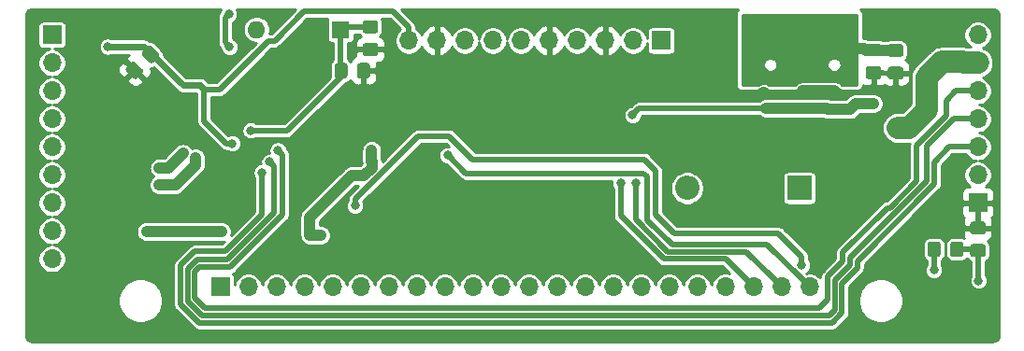
<source format=gbr>
G04 #@! TF.GenerationSoftware,KiCad,Pcbnew,(5.1.5)-3*
G04 #@! TF.CreationDate,2020-02-22T19:23:43-05:00*
G04 #@! TF.ProjectId,Dofleini-controller-STM32,446f666c-6569-46e6-992d-636f6e74726f,rev?*
G04 #@! TF.SameCoordinates,Original*
G04 #@! TF.FileFunction,Copper,L2,Bot*
G04 #@! TF.FilePolarity,Positive*
%FSLAX46Y46*%
G04 Gerber Fmt 4.6, Leading zero omitted, Abs format (unit mm)*
G04 Created by KiCad (PCBNEW (5.1.5)-3) date 2020-02-22 19:23:43*
%MOMM*%
%LPD*%
G04 APERTURE LIST*
%ADD10O,1.100000X2.200000*%
%ADD11O,1.300000X1.900000*%
%ADD12C,0.100000*%
%ADD13O,2.200000X2.200000*%
%ADD14R,2.200000X2.200000*%
%ADD15O,1.600000X1.600000*%
%ADD16R,1.600000X1.600000*%
%ADD17O,1.700000X1.700000*%
%ADD18R,1.700000X1.700000*%
%ADD19C,0.800000*%
%ADD20C,1.000000*%
%ADD21C,2.000000*%
%ADD22C,0.600000*%
%ADD23C,0.500000*%
%ADD24C,0.300000*%
%ADD25C,0.254000*%
G04 APERTURE END LIST*
D10*
X20440000Y11970000D03*
D11*
X20440000Y16170000D03*
X29040000Y16170000D03*
D10*
X29040000Y11970000D03*
G04 #@! TA.AperFunction,SMDPad,CuDef*
D12*
G36*
X-35768668Y12822020D02*
G01*
X-35744400Y12818420D01*
X-35720601Y12812459D01*
X-35697502Y12804194D01*
X-35675323Y12793704D01*
X-35654280Y12781092D01*
X-35634574Y12766477D01*
X-35616396Y12750001D01*
X-34979999Y12113604D01*
X-34963523Y12095426D01*
X-34948908Y12075720D01*
X-34936296Y12054677D01*
X-34925806Y12032498D01*
X-34917541Y12009399D01*
X-34911580Y11985600D01*
X-34907980Y11961332D01*
X-34906776Y11936828D01*
X-34907980Y11912324D01*
X-34911580Y11888056D01*
X-34917541Y11864257D01*
X-34925806Y11841158D01*
X-34936296Y11818979D01*
X-34948908Y11797936D01*
X-34963523Y11778230D01*
X-34979999Y11760052D01*
X-35439620Y11300431D01*
X-35457798Y11283955D01*
X-35477504Y11269340D01*
X-35498547Y11256728D01*
X-35520726Y11246238D01*
X-35543825Y11237973D01*
X-35567624Y11232012D01*
X-35591892Y11228412D01*
X-35616396Y11227208D01*
X-35640900Y11228412D01*
X-35665168Y11232012D01*
X-35688967Y11237973D01*
X-35712066Y11246238D01*
X-35734245Y11256728D01*
X-35755288Y11269340D01*
X-35774994Y11283955D01*
X-35793172Y11300431D01*
X-36429569Y11936828D01*
X-36446045Y11955006D01*
X-36460660Y11974712D01*
X-36473272Y11995755D01*
X-36483762Y12017934D01*
X-36492027Y12041033D01*
X-36497988Y12064832D01*
X-36501588Y12089100D01*
X-36502792Y12113604D01*
X-36501588Y12138108D01*
X-36497988Y12162376D01*
X-36492027Y12186175D01*
X-36483762Y12209274D01*
X-36473272Y12231453D01*
X-36460660Y12252496D01*
X-36446045Y12272202D01*
X-36429569Y12290380D01*
X-35969948Y12750001D01*
X-35951770Y12766477D01*
X-35932064Y12781092D01*
X-35911021Y12793704D01*
X-35888842Y12804194D01*
X-35865743Y12812459D01*
X-35841944Y12818420D01*
X-35817676Y12822020D01*
X-35793172Y12823224D01*
X-35768668Y12822020D01*
G37*
G04 #@! TD.AperFunction*
G04 #@! TA.AperFunction,SMDPad,CuDef*
G36*
X-34319100Y14271588D02*
G01*
X-34294832Y14267988D01*
X-34271033Y14262027D01*
X-34247934Y14253762D01*
X-34225755Y14243272D01*
X-34204712Y14230660D01*
X-34185006Y14216045D01*
X-34166828Y14199569D01*
X-33530431Y13563172D01*
X-33513955Y13544994D01*
X-33499340Y13525288D01*
X-33486728Y13504245D01*
X-33476238Y13482066D01*
X-33467973Y13458967D01*
X-33462012Y13435168D01*
X-33458412Y13410900D01*
X-33457208Y13386396D01*
X-33458412Y13361892D01*
X-33462012Y13337624D01*
X-33467973Y13313825D01*
X-33476238Y13290726D01*
X-33486728Y13268547D01*
X-33499340Y13247504D01*
X-33513955Y13227798D01*
X-33530431Y13209620D01*
X-33990052Y12749999D01*
X-34008230Y12733523D01*
X-34027936Y12718908D01*
X-34048979Y12706296D01*
X-34071158Y12695806D01*
X-34094257Y12687541D01*
X-34118056Y12681580D01*
X-34142324Y12677980D01*
X-34166828Y12676776D01*
X-34191332Y12677980D01*
X-34215600Y12681580D01*
X-34239399Y12687541D01*
X-34262498Y12695806D01*
X-34284677Y12706296D01*
X-34305720Y12718908D01*
X-34325426Y12733523D01*
X-34343604Y12749999D01*
X-34980001Y13386396D01*
X-34996477Y13404574D01*
X-35011092Y13424280D01*
X-35023704Y13445323D01*
X-35034194Y13467502D01*
X-35042459Y13490601D01*
X-35048420Y13514400D01*
X-35052020Y13538668D01*
X-35053224Y13563172D01*
X-35052020Y13587676D01*
X-35048420Y13611944D01*
X-35042459Y13635743D01*
X-35034194Y13658842D01*
X-35023704Y13681021D01*
X-35011092Y13702064D01*
X-34996477Y13721770D01*
X-34980001Y13739948D01*
X-34520380Y14199569D01*
X-34502202Y14216045D01*
X-34482496Y14230660D01*
X-34461453Y14243272D01*
X-34439274Y14253762D01*
X-34416175Y14262027D01*
X-34392376Y14267988D01*
X-34368108Y14271588D01*
X-34343604Y14272792D01*
X-34319100Y14271588D01*
G37*
G04 #@! TD.AperFunction*
G04 #@! TA.AperFunction,SMDPad,CuDef*
G36*
X33674505Y12348796D02*
G01*
X33698773Y12345196D01*
X33722572Y12339235D01*
X33745671Y12330970D01*
X33767850Y12320480D01*
X33788893Y12307868D01*
X33808599Y12293253D01*
X33826777Y12276777D01*
X33843253Y12258599D01*
X33857868Y12238893D01*
X33870480Y12217850D01*
X33880970Y12195671D01*
X33889235Y12172572D01*
X33895196Y12148773D01*
X33898796Y12124505D01*
X33900000Y12100001D01*
X33900000Y11449999D01*
X33898796Y11425495D01*
X33895196Y11401227D01*
X33889235Y11377428D01*
X33880970Y11354329D01*
X33870480Y11332150D01*
X33857868Y11311107D01*
X33843253Y11291401D01*
X33826777Y11273223D01*
X33808599Y11256747D01*
X33788893Y11242132D01*
X33767850Y11229520D01*
X33745671Y11219030D01*
X33722572Y11210765D01*
X33698773Y11204804D01*
X33674505Y11201204D01*
X33650001Y11200000D01*
X32749999Y11200000D01*
X32725495Y11201204D01*
X32701227Y11204804D01*
X32677428Y11210765D01*
X32654329Y11219030D01*
X32632150Y11229520D01*
X32611107Y11242132D01*
X32591401Y11256747D01*
X32573223Y11273223D01*
X32556747Y11291401D01*
X32542132Y11311107D01*
X32529520Y11332150D01*
X32519030Y11354329D01*
X32510765Y11377428D01*
X32504804Y11401227D01*
X32501204Y11425495D01*
X32500000Y11449999D01*
X32500000Y12100001D01*
X32501204Y12124505D01*
X32504804Y12148773D01*
X32510765Y12172572D01*
X32519030Y12195671D01*
X32529520Y12217850D01*
X32542132Y12238893D01*
X32556747Y12258599D01*
X32573223Y12276777D01*
X32591401Y12293253D01*
X32611107Y12307868D01*
X32632150Y12320480D01*
X32654329Y12330970D01*
X32677428Y12339235D01*
X32701227Y12345196D01*
X32725495Y12348796D01*
X32749999Y12350000D01*
X33650001Y12350000D01*
X33674505Y12348796D01*
G37*
G04 #@! TD.AperFunction*
G04 #@! TA.AperFunction,SMDPad,CuDef*
G36*
X33674505Y14398796D02*
G01*
X33698773Y14395196D01*
X33722572Y14389235D01*
X33745671Y14380970D01*
X33767850Y14370480D01*
X33788893Y14357868D01*
X33808599Y14343253D01*
X33826777Y14326777D01*
X33843253Y14308599D01*
X33857868Y14288893D01*
X33870480Y14267850D01*
X33880970Y14245671D01*
X33889235Y14222572D01*
X33895196Y14198773D01*
X33898796Y14174505D01*
X33900000Y14150001D01*
X33900000Y13499999D01*
X33898796Y13475495D01*
X33895196Y13451227D01*
X33889235Y13427428D01*
X33880970Y13404329D01*
X33870480Y13382150D01*
X33857868Y13361107D01*
X33843253Y13341401D01*
X33826777Y13323223D01*
X33808599Y13306747D01*
X33788893Y13292132D01*
X33767850Y13279520D01*
X33745671Y13269030D01*
X33722572Y13260765D01*
X33698773Y13254804D01*
X33674505Y13251204D01*
X33650001Y13250000D01*
X32749999Y13250000D01*
X32725495Y13251204D01*
X32701227Y13254804D01*
X32677428Y13260765D01*
X32654329Y13269030D01*
X32632150Y13279520D01*
X32611107Y13292132D01*
X32591401Y13306747D01*
X32573223Y13323223D01*
X32556747Y13341401D01*
X32542132Y13361107D01*
X32529520Y13382150D01*
X32519030Y13404329D01*
X32510765Y13427428D01*
X32504804Y13451227D01*
X32501204Y13475495D01*
X32500000Y13499999D01*
X32500000Y14150001D01*
X32501204Y14174505D01*
X32504804Y14198773D01*
X32510765Y14222572D01*
X32519030Y14245671D01*
X32529520Y14267850D01*
X32542132Y14288893D01*
X32556747Y14308599D01*
X32573223Y14326777D01*
X32591401Y14343253D01*
X32611107Y14357868D01*
X32632150Y14370480D01*
X32654329Y14380970D01*
X32677428Y14389235D01*
X32701227Y14395196D01*
X32725495Y14398796D01*
X32749999Y14400000D01*
X33650001Y14400000D01*
X33674505Y14398796D01*
G37*
G04 #@! TD.AperFunction*
G04 #@! TA.AperFunction,SMDPad,CuDef*
G36*
X-14605495Y12688796D02*
G01*
X-14581227Y12685196D01*
X-14557428Y12679235D01*
X-14534329Y12670970D01*
X-14512150Y12660480D01*
X-14491107Y12647868D01*
X-14471401Y12633253D01*
X-14453223Y12616777D01*
X-14436747Y12598599D01*
X-14422132Y12578893D01*
X-14409520Y12557850D01*
X-14399030Y12535671D01*
X-14390765Y12512572D01*
X-14384804Y12488773D01*
X-14381204Y12464505D01*
X-14380000Y12440001D01*
X-14380000Y11539999D01*
X-14381204Y11515495D01*
X-14384804Y11491227D01*
X-14390765Y11467428D01*
X-14399030Y11444329D01*
X-14409520Y11422150D01*
X-14422132Y11401107D01*
X-14436747Y11381401D01*
X-14453223Y11363223D01*
X-14471401Y11346747D01*
X-14491107Y11332132D01*
X-14512150Y11319520D01*
X-14534329Y11309030D01*
X-14557428Y11300765D01*
X-14581227Y11294804D01*
X-14605495Y11291204D01*
X-14629999Y11290000D01*
X-15280001Y11290000D01*
X-15304505Y11291204D01*
X-15328773Y11294804D01*
X-15352572Y11300765D01*
X-15375671Y11309030D01*
X-15397850Y11319520D01*
X-15418893Y11332132D01*
X-15438599Y11346747D01*
X-15456777Y11363223D01*
X-15473253Y11381401D01*
X-15487868Y11401107D01*
X-15500480Y11422150D01*
X-15510970Y11444329D01*
X-15519235Y11467428D01*
X-15525196Y11491227D01*
X-15528796Y11515495D01*
X-15530000Y11539999D01*
X-15530000Y12440001D01*
X-15528796Y12464505D01*
X-15525196Y12488773D01*
X-15519235Y12512572D01*
X-15510970Y12535671D01*
X-15500480Y12557850D01*
X-15487868Y12578893D01*
X-15473253Y12598599D01*
X-15456777Y12616777D01*
X-15438599Y12633253D01*
X-15418893Y12647868D01*
X-15397850Y12660480D01*
X-15375671Y12670970D01*
X-15352572Y12679235D01*
X-15328773Y12685196D01*
X-15304505Y12688796D01*
X-15280001Y12690000D01*
X-14629999Y12690000D01*
X-14605495Y12688796D01*
G37*
G04 #@! TD.AperFunction*
G04 #@! TA.AperFunction,SMDPad,CuDef*
G36*
X-16655495Y12688796D02*
G01*
X-16631227Y12685196D01*
X-16607428Y12679235D01*
X-16584329Y12670970D01*
X-16562150Y12660480D01*
X-16541107Y12647868D01*
X-16521401Y12633253D01*
X-16503223Y12616777D01*
X-16486747Y12598599D01*
X-16472132Y12578893D01*
X-16459520Y12557850D01*
X-16449030Y12535671D01*
X-16440765Y12512572D01*
X-16434804Y12488773D01*
X-16431204Y12464505D01*
X-16430000Y12440001D01*
X-16430000Y11539999D01*
X-16431204Y11515495D01*
X-16434804Y11491227D01*
X-16440765Y11467428D01*
X-16449030Y11444329D01*
X-16459520Y11422150D01*
X-16472132Y11401107D01*
X-16486747Y11381401D01*
X-16503223Y11363223D01*
X-16521401Y11346747D01*
X-16541107Y11332132D01*
X-16562150Y11319520D01*
X-16584329Y11309030D01*
X-16607428Y11300765D01*
X-16631227Y11294804D01*
X-16655495Y11291204D01*
X-16679999Y11290000D01*
X-17330001Y11290000D01*
X-17354505Y11291204D01*
X-17378773Y11294804D01*
X-17402572Y11300765D01*
X-17425671Y11309030D01*
X-17447850Y11319520D01*
X-17468893Y11332132D01*
X-17488599Y11346747D01*
X-17506777Y11363223D01*
X-17523253Y11381401D01*
X-17537868Y11401107D01*
X-17550480Y11422150D01*
X-17560970Y11444329D01*
X-17569235Y11467428D01*
X-17575196Y11491227D01*
X-17578796Y11515495D01*
X-17580000Y11539999D01*
X-17580000Y12440001D01*
X-17578796Y12464505D01*
X-17575196Y12488773D01*
X-17569235Y12512572D01*
X-17560970Y12535671D01*
X-17550480Y12557850D01*
X-17537868Y12578893D01*
X-17523253Y12598599D01*
X-17506777Y12616777D01*
X-17488599Y12633253D01*
X-17468893Y12647868D01*
X-17447850Y12660480D01*
X-17425671Y12670970D01*
X-17402572Y12679235D01*
X-17378773Y12685196D01*
X-17354505Y12688796D01*
X-17330001Y12690000D01*
X-16679999Y12690000D01*
X-16655495Y12688796D01*
G37*
G04 #@! TD.AperFunction*
D13*
X14330000Y1340000D03*
D14*
X24490000Y1340000D03*
D15*
X-24660000Y15730000D03*
D16*
X-17040000Y15730000D03*
D17*
X-10880000Y14720000D03*
X-8340000Y14720000D03*
X-5800000Y14720000D03*
X-3260000Y14720000D03*
X-720000Y14720000D03*
X1820000Y14720000D03*
X4360000Y14720000D03*
X6900000Y14720000D03*
X9440000Y14720000D03*
D18*
X11980000Y14720000D03*
D17*
X-43180000Y-5080000D03*
X-43180000Y-2540000D03*
X-43180000Y0D03*
X-43180000Y2540000D03*
X-43180000Y5080000D03*
X-43180000Y7620000D03*
X-43180000Y10160000D03*
X-43180000Y12700000D03*
D18*
X-43180000Y15240000D03*
D17*
X25400000Y-7620000D03*
X22860000Y-7620000D03*
X20320000Y-7620000D03*
X17780000Y-7620000D03*
X15240000Y-7620000D03*
X12700000Y-7620000D03*
X10160000Y-7620000D03*
X7620000Y-7620000D03*
X5080000Y-7620000D03*
X2540000Y-7620000D03*
X0Y-7620000D03*
X-2540000Y-7620000D03*
X-5080000Y-7620000D03*
X-7620000Y-7620000D03*
X-10160000Y-7620000D03*
X-12700000Y-7620000D03*
X-15240000Y-7620000D03*
X-17780000Y-7620000D03*
X-20320000Y-7620000D03*
X-22860000Y-7620000D03*
X-25400000Y-7620000D03*
D18*
X-27940000Y-7620000D03*
D17*
X40640000Y15240000D03*
X40640000Y12700000D03*
X40640000Y10160000D03*
X40640000Y7620000D03*
X40640000Y5080000D03*
X40640000Y2540000D03*
D18*
X40640000Y0D03*
G04 #@! TA.AperFunction,SMDPad,CuDef*
D12*
G36*
X-13875495Y16538796D02*
G01*
X-13851227Y16535196D01*
X-13827428Y16529235D01*
X-13804329Y16520970D01*
X-13782150Y16510480D01*
X-13761107Y16497868D01*
X-13741401Y16483253D01*
X-13723223Y16466777D01*
X-13706747Y16448599D01*
X-13692132Y16428893D01*
X-13679520Y16407850D01*
X-13669030Y16385671D01*
X-13660765Y16362572D01*
X-13654804Y16338773D01*
X-13651204Y16314505D01*
X-13650000Y16290001D01*
X-13650000Y15639999D01*
X-13651204Y15615495D01*
X-13654804Y15591227D01*
X-13660765Y15567428D01*
X-13669030Y15544329D01*
X-13679520Y15522150D01*
X-13692132Y15501107D01*
X-13706747Y15481401D01*
X-13723223Y15463223D01*
X-13741401Y15446747D01*
X-13761107Y15432132D01*
X-13782150Y15419520D01*
X-13804329Y15409030D01*
X-13827428Y15400765D01*
X-13851227Y15394804D01*
X-13875495Y15391204D01*
X-13899999Y15390000D01*
X-14800001Y15390000D01*
X-14824505Y15391204D01*
X-14848773Y15394804D01*
X-14872572Y15400765D01*
X-14895671Y15409030D01*
X-14917850Y15419520D01*
X-14938893Y15432132D01*
X-14958599Y15446747D01*
X-14976777Y15463223D01*
X-14993253Y15481401D01*
X-15007868Y15501107D01*
X-15020480Y15522150D01*
X-15030970Y15544329D01*
X-15039235Y15567428D01*
X-15045196Y15591227D01*
X-15048796Y15615495D01*
X-15050000Y15639999D01*
X-15050000Y16290001D01*
X-15048796Y16314505D01*
X-15045196Y16338773D01*
X-15039235Y16362572D01*
X-15030970Y16385671D01*
X-15020480Y16407850D01*
X-15007868Y16428893D01*
X-14993253Y16448599D01*
X-14976777Y16466777D01*
X-14958599Y16483253D01*
X-14938893Y16497868D01*
X-14917850Y16510480D01*
X-14895671Y16520970D01*
X-14872572Y16529235D01*
X-14848773Y16535196D01*
X-14824505Y16538796D01*
X-14800001Y16540000D01*
X-13899999Y16540000D01*
X-13875495Y16538796D01*
G37*
G04 #@! TD.AperFunction*
G04 #@! TA.AperFunction,SMDPad,CuDef*
G36*
X-13875495Y14488796D02*
G01*
X-13851227Y14485196D01*
X-13827428Y14479235D01*
X-13804329Y14470970D01*
X-13782150Y14460480D01*
X-13761107Y14447868D01*
X-13741401Y14433253D01*
X-13723223Y14416777D01*
X-13706747Y14398599D01*
X-13692132Y14378893D01*
X-13679520Y14357850D01*
X-13669030Y14335671D01*
X-13660765Y14312572D01*
X-13654804Y14288773D01*
X-13651204Y14264505D01*
X-13650000Y14240001D01*
X-13650000Y13589999D01*
X-13651204Y13565495D01*
X-13654804Y13541227D01*
X-13660765Y13517428D01*
X-13669030Y13494329D01*
X-13679520Y13472150D01*
X-13692132Y13451107D01*
X-13706747Y13431401D01*
X-13723223Y13413223D01*
X-13741401Y13396747D01*
X-13761107Y13382132D01*
X-13782150Y13369520D01*
X-13804329Y13359030D01*
X-13827428Y13350765D01*
X-13851227Y13344804D01*
X-13875495Y13341204D01*
X-13899999Y13340000D01*
X-14800001Y13340000D01*
X-14824505Y13341204D01*
X-14848773Y13344804D01*
X-14872572Y13350765D01*
X-14895671Y13359030D01*
X-14917850Y13369520D01*
X-14938893Y13382132D01*
X-14958599Y13396747D01*
X-14976777Y13413223D01*
X-14993253Y13431401D01*
X-15007868Y13451107D01*
X-15020480Y13472150D01*
X-15030970Y13494329D01*
X-15039235Y13517428D01*
X-15045196Y13541227D01*
X-15048796Y13565495D01*
X-15050000Y13589999D01*
X-15050000Y14240001D01*
X-15048796Y14264505D01*
X-15045196Y14288773D01*
X-15039235Y14312572D01*
X-15030970Y14335671D01*
X-15020480Y14357850D01*
X-15007868Y14378893D01*
X-14993253Y14398599D01*
X-14976777Y14416777D01*
X-14958599Y14433253D01*
X-14938893Y14447868D01*
X-14917850Y14460480D01*
X-14895671Y14470970D01*
X-14872572Y14479235D01*
X-14848773Y14485196D01*
X-14824505Y14488796D01*
X-14800001Y14490000D01*
X-13899999Y14490000D01*
X-13875495Y14488796D01*
G37*
G04 #@! TD.AperFunction*
G04 #@! TA.AperFunction,SMDPad,CuDef*
G36*
X31674505Y14428796D02*
G01*
X31698773Y14425196D01*
X31722572Y14419235D01*
X31745671Y14410970D01*
X31767850Y14400480D01*
X31788893Y14387868D01*
X31808599Y14373253D01*
X31826777Y14356777D01*
X31843253Y14338599D01*
X31857868Y14318893D01*
X31870480Y14297850D01*
X31880970Y14275671D01*
X31889235Y14252572D01*
X31895196Y14228773D01*
X31898796Y14204505D01*
X31900000Y14180001D01*
X31900000Y13529999D01*
X31898796Y13505495D01*
X31895196Y13481227D01*
X31889235Y13457428D01*
X31880970Y13434329D01*
X31870480Y13412150D01*
X31857868Y13391107D01*
X31843253Y13371401D01*
X31826777Y13353223D01*
X31808599Y13336747D01*
X31788893Y13322132D01*
X31767850Y13309520D01*
X31745671Y13299030D01*
X31722572Y13290765D01*
X31698773Y13284804D01*
X31674505Y13281204D01*
X31650001Y13280000D01*
X30749999Y13280000D01*
X30725495Y13281204D01*
X30701227Y13284804D01*
X30677428Y13290765D01*
X30654329Y13299030D01*
X30632150Y13309520D01*
X30611107Y13322132D01*
X30591401Y13336747D01*
X30573223Y13353223D01*
X30556747Y13371401D01*
X30542132Y13391107D01*
X30529520Y13412150D01*
X30519030Y13434329D01*
X30510765Y13457428D01*
X30504804Y13481227D01*
X30501204Y13505495D01*
X30500000Y13529999D01*
X30500000Y14180001D01*
X30501204Y14204505D01*
X30504804Y14228773D01*
X30510765Y14252572D01*
X30519030Y14275671D01*
X30529520Y14297850D01*
X30542132Y14318893D01*
X30556747Y14338599D01*
X30573223Y14356777D01*
X30591401Y14373253D01*
X30611107Y14387868D01*
X30632150Y14400480D01*
X30654329Y14410970D01*
X30677428Y14419235D01*
X30701227Y14425196D01*
X30725495Y14428796D01*
X30749999Y14430000D01*
X31650001Y14430000D01*
X31674505Y14428796D01*
G37*
G04 #@! TD.AperFunction*
G04 #@! TA.AperFunction,SMDPad,CuDef*
G36*
X31674505Y12378796D02*
G01*
X31698773Y12375196D01*
X31722572Y12369235D01*
X31745671Y12360970D01*
X31767850Y12350480D01*
X31788893Y12337868D01*
X31808599Y12323253D01*
X31826777Y12306777D01*
X31843253Y12288599D01*
X31857868Y12268893D01*
X31870480Y12247850D01*
X31880970Y12225671D01*
X31889235Y12202572D01*
X31895196Y12178773D01*
X31898796Y12154505D01*
X31900000Y12130001D01*
X31900000Y11479999D01*
X31898796Y11455495D01*
X31895196Y11431227D01*
X31889235Y11407428D01*
X31880970Y11384329D01*
X31870480Y11362150D01*
X31857868Y11341107D01*
X31843253Y11321401D01*
X31826777Y11303223D01*
X31808599Y11286747D01*
X31788893Y11272132D01*
X31767850Y11259520D01*
X31745671Y11249030D01*
X31722572Y11240765D01*
X31698773Y11234804D01*
X31674505Y11231204D01*
X31650001Y11230000D01*
X30749999Y11230000D01*
X30725495Y11231204D01*
X30701227Y11234804D01*
X30677428Y11240765D01*
X30654329Y11249030D01*
X30632150Y11259520D01*
X30611107Y11272132D01*
X30591401Y11286747D01*
X30573223Y11303223D01*
X30556747Y11321401D01*
X30542132Y11341107D01*
X30529520Y11362150D01*
X30519030Y11384329D01*
X30510765Y11407428D01*
X30504804Y11431227D01*
X30501204Y11455495D01*
X30500000Y11479999D01*
X30500000Y12130001D01*
X30501204Y12154505D01*
X30504804Y12178773D01*
X30510765Y12202572D01*
X30519030Y12225671D01*
X30529520Y12247850D01*
X30542132Y12268893D01*
X30556747Y12288599D01*
X30573223Y12306777D01*
X30591401Y12323253D01*
X30611107Y12337868D01*
X30632150Y12350480D01*
X30654329Y12360970D01*
X30677428Y12369235D01*
X30701227Y12375196D01*
X30725495Y12378796D01*
X30749999Y12380000D01*
X31650001Y12380000D01*
X31674505Y12378796D01*
G37*
G04 #@! TD.AperFunction*
G04 #@! TA.AperFunction,SMDPad,CuDef*
G36*
X39084505Y-3511204D02*
G01*
X39108773Y-3514804D01*
X39132572Y-3520765D01*
X39155671Y-3529030D01*
X39177850Y-3539520D01*
X39198893Y-3552132D01*
X39218599Y-3566747D01*
X39236777Y-3583223D01*
X39253253Y-3601401D01*
X39267868Y-3621107D01*
X39280480Y-3642150D01*
X39290970Y-3664329D01*
X39299235Y-3687428D01*
X39305196Y-3711227D01*
X39308796Y-3735495D01*
X39310000Y-3759999D01*
X39310000Y-4660001D01*
X39308796Y-4684505D01*
X39305196Y-4708773D01*
X39299235Y-4732572D01*
X39290970Y-4755671D01*
X39280480Y-4777850D01*
X39267868Y-4798893D01*
X39253253Y-4818599D01*
X39236777Y-4836777D01*
X39218599Y-4853253D01*
X39198893Y-4867868D01*
X39177850Y-4880480D01*
X39155671Y-4890970D01*
X39132572Y-4899235D01*
X39108773Y-4905196D01*
X39084505Y-4908796D01*
X39060001Y-4910000D01*
X38409999Y-4910000D01*
X38385495Y-4908796D01*
X38361227Y-4905196D01*
X38337428Y-4899235D01*
X38314329Y-4890970D01*
X38292150Y-4880480D01*
X38271107Y-4867868D01*
X38251401Y-4853253D01*
X38233223Y-4836777D01*
X38216747Y-4818599D01*
X38202132Y-4798893D01*
X38189520Y-4777850D01*
X38179030Y-4755671D01*
X38170765Y-4732572D01*
X38164804Y-4708773D01*
X38161204Y-4684505D01*
X38160000Y-4660001D01*
X38160000Y-3759999D01*
X38161204Y-3735495D01*
X38164804Y-3711227D01*
X38170765Y-3687428D01*
X38179030Y-3664329D01*
X38189520Y-3642150D01*
X38202132Y-3621107D01*
X38216747Y-3601401D01*
X38233223Y-3583223D01*
X38251401Y-3566747D01*
X38271107Y-3552132D01*
X38292150Y-3539520D01*
X38314329Y-3529030D01*
X38337428Y-3520765D01*
X38361227Y-3514804D01*
X38385495Y-3511204D01*
X38409999Y-3510000D01*
X39060001Y-3510000D01*
X39084505Y-3511204D01*
G37*
G04 #@! TD.AperFunction*
G04 #@! TA.AperFunction,SMDPad,CuDef*
G36*
X37034505Y-3511204D02*
G01*
X37058773Y-3514804D01*
X37082572Y-3520765D01*
X37105671Y-3529030D01*
X37127850Y-3539520D01*
X37148893Y-3552132D01*
X37168599Y-3566747D01*
X37186777Y-3583223D01*
X37203253Y-3601401D01*
X37217868Y-3621107D01*
X37230480Y-3642150D01*
X37240970Y-3664329D01*
X37249235Y-3687428D01*
X37255196Y-3711227D01*
X37258796Y-3735495D01*
X37260000Y-3759999D01*
X37260000Y-4660001D01*
X37258796Y-4684505D01*
X37255196Y-4708773D01*
X37249235Y-4732572D01*
X37240970Y-4755671D01*
X37230480Y-4777850D01*
X37217868Y-4798893D01*
X37203253Y-4818599D01*
X37186777Y-4836777D01*
X37168599Y-4853253D01*
X37148893Y-4867868D01*
X37127850Y-4880480D01*
X37105671Y-4890970D01*
X37082572Y-4899235D01*
X37058773Y-4905196D01*
X37034505Y-4908796D01*
X37010001Y-4910000D01*
X36359999Y-4910000D01*
X36335495Y-4908796D01*
X36311227Y-4905196D01*
X36287428Y-4899235D01*
X36264329Y-4890970D01*
X36242150Y-4880480D01*
X36221107Y-4867868D01*
X36201401Y-4853253D01*
X36183223Y-4836777D01*
X36166747Y-4818599D01*
X36152132Y-4798893D01*
X36139520Y-4777850D01*
X36129030Y-4755671D01*
X36120765Y-4732572D01*
X36114804Y-4708773D01*
X36111204Y-4684505D01*
X36110000Y-4660001D01*
X36110000Y-3759999D01*
X36111204Y-3735495D01*
X36114804Y-3711227D01*
X36120765Y-3687428D01*
X36129030Y-3664329D01*
X36139520Y-3642150D01*
X36152132Y-3621107D01*
X36166747Y-3601401D01*
X36183223Y-3583223D01*
X36201401Y-3566747D01*
X36221107Y-3552132D01*
X36242150Y-3539520D01*
X36264329Y-3529030D01*
X36287428Y-3520765D01*
X36311227Y-3514804D01*
X36335495Y-3511204D01*
X36359999Y-3510000D01*
X37010001Y-3510000D01*
X37034505Y-3511204D01*
G37*
G04 #@! TD.AperFunction*
G04 #@! TA.AperFunction,SMDPad,CuDef*
G36*
X41124505Y-3741204D02*
G01*
X41148773Y-3744804D01*
X41172572Y-3750765D01*
X41195671Y-3759030D01*
X41217850Y-3769520D01*
X41238893Y-3782132D01*
X41258599Y-3796747D01*
X41276777Y-3813223D01*
X41293253Y-3831401D01*
X41307868Y-3851107D01*
X41320480Y-3872150D01*
X41330970Y-3894329D01*
X41339235Y-3917428D01*
X41345196Y-3941227D01*
X41348796Y-3965495D01*
X41350000Y-3989999D01*
X41350000Y-4640001D01*
X41348796Y-4664505D01*
X41345196Y-4688773D01*
X41339235Y-4712572D01*
X41330970Y-4735671D01*
X41320480Y-4757850D01*
X41307868Y-4778893D01*
X41293253Y-4798599D01*
X41276777Y-4816777D01*
X41258599Y-4833253D01*
X41238893Y-4847868D01*
X41217850Y-4860480D01*
X41195671Y-4870970D01*
X41172572Y-4879235D01*
X41148773Y-4885196D01*
X41124505Y-4888796D01*
X41100001Y-4890000D01*
X40199999Y-4890000D01*
X40175495Y-4888796D01*
X40151227Y-4885196D01*
X40127428Y-4879235D01*
X40104329Y-4870970D01*
X40082150Y-4860480D01*
X40061107Y-4847868D01*
X40041401Y-4833253D01*
X40023223Y-4816777D01*
X40006747Y-4798599D01*
X39992132Y-4778893D01*
X39979520Y-4757850D01*
X39969030Y-4735671D01*
X39960765Y-4712572D01*
X39954804Y-4688773D01*
X39951204Y-4664505D01*
X39950000Y-4640001D01*
X39950000Y-3989999D01*
X39951204Y-3965495D01*
X39954804Y-3941227D01*
X39960765Y-3917428D01*
X39969030Y-3894329D01*
X39979520Y-3872150D01*
X39992132Y-3851107D01*
X40006747Y-3831401D01*
X40023223Y-3813223D01*
X40041401Y-3796747D01*
X40061107Y-3782132D01*
X40082150Y-3769520D01*
X40104329Y-3759030D01*
X40127428Y-3750765D01*
X40151227Y-3744804D01*
X40175495Y-3741204D01*
X40199999Y-3740000D01*
X41100001Y-3740000D01*
X41124505Y-3741204D01*
G37*
G04 #@! TD.AperFunction*
G04 #@! TA.AperFunction,SMDPad,CuDef*
G36*
X41124505Y-1691204D02*
G01*
X41148773Y-1694804D01*
X41172572Y-1700765D01*
X41195671Y-1709030D01*
X41217850Y-1719520D01*
X41238893Y-1732132D01*
X41258599Y-1746747D01*
X41276777Y-1763223D01*
X41293253Y-1781401D01*
X41307868Y-1801107D01*
X41320480Y-1822150D01*
X41330970Y-1844329D01*
X41339235Y-1867428D01*
X41345196Y-1891227D01*
X41348796Y-1915495D01*
X41350000Y-1939999D01*
X41350000Y-2590001D01*
X41348796Y-2614505D01*
X41345196Y-2638773D01*
X41339235Y-2662572D01*
X41330970Y-2685671D01*
X41320480Y-2707850D01*
X41307868Y-2728893D01*
X41293253Y-2748599D01*
X41276777Y-2766777D01*
X41258599Y-2783253D01*
X41238893Y-2797868D01*
X41217850Y-2810480D01*
X41195671Y-2820970D01*
X41172572Y-2829235D01*
X41148773Y-2835196D01*
X41124505Y-2838796D01*
X41100001Y-2840000D01*
X40199999Y-2840000D01*
X40175495Y-2838796D01*
X40151227Y-2835196D01*
X40127428Y-2829235D01*
X40104329Y-2820970D01*
X40082150Y-2810480D01*
X40061107Y-2797868D01*
X40041401Y-2783253D01*
X40023223Y-2766777D01*
X40006747Y-2748599D01*
X39992132Y-2728893D01*
X39979520Y-2707850D01*
X39969030Y-2685671D01*
X39960765Y-2662572D01*
X39954804Y-2638773D01*
X39951204Y-2614505D01*
X39950000Y-2590001D01*
X39950000Y-1939999D01*
X39951204Y-1915495D01*
X39954804Y-1891227D01*
X39960765Y-1867428D01*
X39969030Y-1844329D01*
X39979520Y-1822150D01*
X39992132Y-1801107D01*
X40006747Y-1781401D01*
X40023223Y-1763223D01*
X40041401Y-1746747D01*
X40061107Y-1732132D01*
X40082150Y-1719520D01*
X40104329Y-1709030D01*
X40127428Y-1700765D01*
X40151227Y-1694804D01*
X40175495Y-1691204D01*
X40199999Y-1690000D01*
X41100001Y-1690000D01*
X41124505Y-1691204D01*
G37*
G04 #@! TD.AperFunction*
D19*
X-14370000Y13930000D03*
X-40170000Y13280000D03*
X17860000Y2780000D03*
X32800000Y2310000D03*
X7400000Y8000000D03*
X9630000Y5140000D03*
X-19810000Y12500000D03*
X20035000Y6750000D03*
X21280000Y10040000D03*
X28050000Y9820000D03*
X26400000Y-2850000D03*
X25495000Y-3755000D03*
X38075000Y-9130000D03*
X39030000Y-9130000D03*
X37060000Y-9130000D03*
X-30790000Y8330000D03*
X-15530000Y3950000D03*
X-27480000Y-170000D03*
X-18400000Y13770000D03*
X34600000Y6900000D03*
X33400000Y6800000D03*
X-38120000Y14170000D03*
X-26850000Y5400000D03*
X-33460000Y3190000D03*
X-31330000Y4480000D03*
X-28800000Y-2620000D03*
X-33680000Y-2620000D03*
X-30210000Y4090000D03*
X-33500000Y1630000D03*
X-14220000Y3750000D03*
X-14240000Y4750000D03*
X-27840000Y-2610000D03*
X-34630000Y-2610000D03*
X-18850000Y-2920000D03*
X-19830000Y-2920000D03*
X-25190000Y6570000D03*
X31200000Y9000000D03*
X21460000Y8560000D03*
X27040000Y8460000D03*
X30200000Y9025000D03*
X9375000Y7975000D03*
X-15750000Y-240000D03*
X36660000Y-6080000D03*
X24700345Y-5650000D03*
X40710000Y-7050000D03*
X-27100000Y14150000D03*
X-27170000Y17110000D03*
X8300000Y1778000D03*
X9652000Y1778000D03*
X-7366000Y4318000D03*
X-24180000Y2760000D03*
X-23480000Y3720000D03*
X-22720000Y4770000D03*
D20*
X27650001Y10219999D02*
X24819999Y10219999D01*
X28050000Y9820000D02*
X27650001Y10219999D01*
X24819999Y10219999D02*
X24800000Y10200000D01*
X21280000Y10040000D02*
X21240000Y10040000D01*
D21*
X39437919Y12700000D02*
X39337919Y12800000D01*
X40640000Y12700000D02*
X39437919Y12700000D01*
X39337919Y12800000D02*
X37400000Y12800000D01*
X37400000Y12800000D02*
X36000000Y11400000D01*
X36000000Y8400000D02*
X34400000Y6800000D01*
X36000000Y11400000D02*
X36000000Y8400000D01*
X33400000Y6800000D02*
X34400000Y6800000D01*
D22*
X-29789999Y10659999D02*
X-31309999Y10659999D01*
X-29390000Y10260000D02*
X-29789999Y10659999D01*
X-34820000Y14170000D02*
X-38120000Y14170000D01*
X-31309999Y10659999D02*
X-34820000Y14170000D01*
D23*
X-29390000Y7374315D02*
X-29390000Y10260000D01*
X-27415685Y5400000D02*
X-29390000Y7374315D01*
X-26850000Y5400000D02*
X-27415685Y5400000D01*
X-28010000Y10260000D02*
X-29390000Y10260000D01*
X-23570000Y14700000D02*
X-28010000Y10260000D01*
X-10880000Y14720000D02*
X-10880000Y15922081D01*
X-10880000Y15922081D02*
X-12312909Y17354990D01*
X-20355010Y17354990D02*
X-23010000Y14700000D01*
X-12312909Y17354990D02*
X-20355010Y17354990D01*
X-23010000Y14700000D02*
X-23570000Y14700000D01*
D20*
X-32620000Y3190000D02*
X-31330000Y4480000D01*
X-33460000Y3190000D02*
X-32620000Y3190000D01*
X-33680000Y-2620000D02*
X-28800000Y-2620000D01*
X-32934315Y1630000D02*
X-32904315Y1660000D01*
X-33500000Y1630000D02*
X-32934315Y1630000D01*
X-32904315Y1660000D02*
X-31990000Y1660000D01*
X-30210000Y3440000D02*
X-30210000Y4090000D01*
X-31990000Y1660000D02*
X-30210000Y3440000D01*
X-14240000Y4750000D02*
X-14240000Y3770000D01*
X-28790000Y-2610000D02*
X-28800000Y-2620000D01*
X-27840000Y-2610000D02*
X-28790000Y-2610000D01*
X-34620000Y-2620000D02*
X-34630000Y-2610000D01*
X-33680000Y-2620000D02*
X-34620000Y-2620000D01*
X-19830000Y-2920000D02*
X-18850000Y-2920000D01*
X-14220000Y3750000D02*
X-14240000Y3770000D01*
X-14220000Y3184315D02*
X-14924315Y2480000D01*
X-14220000Y3750000D02*
X-14220000Y3184315D01*
X-14924315Y2480000D02*
X-16060000Y2480000D01*
X-19830000Y-1290000D02*
X-19830000Y-2920000D01*
X-16060000Y2480000D02*
X-19830000Y-1290000D01*
X31230000Y13825000D02*
X31200000Y13855000D01*
X33200000Y13825000D02*
X31230000Y13825000D01*
X30500000Y13855000D02*
X30355000Y14000000D01*
X31200000Y13855000D02*
X30500000Y13855000D01*
X30355000Y14000000D02*
X29400000Y14000000D01*
X29040000Y13640000D02*
X29040000Y11970000D01*
X29400000Y14000000D02*
X29040000Y13640000D01*
D23*
X-17040000Y12420000D02*
X-17040000Y15730000D01*
X-16805000Y15965000D02*
X-17040000Y15730000D01*
X-14350000Y15965000D02*
X-16805000Y15965000D01*
X-16945000Y11480000D02*
X-16945000Y12180000D01*
X-21855000Y6570000D02*
X-16945000Y11480000D01*
X-25190000Y6570000D02*
X-21855000Y6570000D01*
D22*
X26940000Y8560000D02*
X27040000Y8460000D01*
D20*
X21460000Y8560000D02*
X26940000Y8560000D01*
D23*
X9960000Y8560000D02*
X9375000Y7975000D01*
X21460000Y8560000D02*
X9960000Y8560000D01*
D20*
X29060000Y8460000D02*
X27040000Y8460000D01*
X30200000Y9025000D02*
X29625000Y9025000D01*
X29625000Y9025000D02*
X29060000Y8460000D01*
X30225000Y9000000D02*
X30200000Y9025000D01*
X31200000Y9000000D02*
X30225000Y9000000D01*
D23*
X36660000Y-4235000D02*
X36685000Y-4210000D01*
X36660000Y-6080000D02*
X36660000Y-4235000D01*
X13160000Y-2780000D02*
X22580000Y-2780000D01*
X24700345Y-4900345D02*
X24700345Y-5650000D01*
X11450000Y-1070000D02*
X13160000Y-2780000D01*
X11450000Y2940000D02*
X11450000Y-1070000D01*
X10460000Y3930000D02*
X11450000Y2940000D01*
X22580000Y-2780000D02*
X24700345Y-4900345D01*
X-15750000Y325685D02*
X-10015685Y6060000D01*
X-5100000Y3930000D02*
X10460000Y3930000D01*
X-15750000Y-240000D02*
X-15750000Y325685D01*
X-10015685Y6060000D02*
X-7230000Y6060000D01*
X-7230000Y6060000D02*
X-5100000Y3930000D01*
X40545000Y-4210000D02*
X40650000Y-4315000D01*
X38735000Y-4210000D02*
X40545000Y-4210000D01*
X40650000Y-4890000D02*
X40640000Y-4900000D01*
X40650000Y-4315000D02*
X40650000Y-4890000D01*
X40640000Y-4900000D02*
X40640000Y-6980000D01*
X40640000Y-6980000D02*
X40710000Y-7050000D01*
X-27499999Y14549999D02*
X-27499999Y16810001D01*
X-27499999Y16810001D02*
X-27469999Y16810001D01*
X-27469999Y16810001D02*
X-27170000Y17110000D01*
X-27100000Y14150000D02*
X-27500000Y14550000D01*
D24*
X-27500000Y14550000D02*
X-27499999Y14549999D01*
D23*
X8300000Y-1188000D02*
X12192000Y-5080000D01*
X17780000Y-5080000D02*
X20320000Y-7620000D01*
X12192000Y-5080000D02*
X17780000Y-5080000D01*
X8300000Y-1188000D02*
X8300000Y1778000D01*
X9652000Y1778000D02*
X9652000Y-1524000D01*
X22010001Y-6770001D02*
X22860000Y-7620000D01*
X19669990Y-4429990D02*
X22010001Y-6770001D01*
X12557990Y-4429990D02*
X19669990Y-4429990D01*
X9652000Y-1524000D02*
X12557990Y-4429990D01*
X24550001Y-6770001D02*
X25400000Y-7620000D01*
X21559980Y-3779980D02*
X24550001Y-6770001D01*
X-7366000Y4318000D02*
X-5718000Y2670000D01*
X-5718000Y2670000D02*
X10400000Y2670000D01*
X12949980Y-3779980D02*
X21559980Y-3779980D01*
X10400000Y2670000D02*
X10710000Y2360000D01*
X10710000Y2360000D02*
X10710000Y-1540000D01*
X10710000Y-1540000D02*
X12949980Y-3779980D01*
X-24180000Y-1080000D02*
X-24180000Y2760000D01*
X-27500000Y-4400000D02*
X-24180000Y-1080000D01*
X-30258504Y-4400000D02*
X-27500000Y-4400000D01*
X29719254Y-5279250D02*
X29719254Y-5930746D01*
X36690010Y3710010D02*
X36690010Y1691506D01*
X38060000Y5080000D02*
X36690010Y3710010D01*
X40640000Y5080000D02*
X38060000Y5080000D01*
X29719254Y-5930746D02*
X28350000Y-7300000D01*
X28350000Y-7300000D02*
X28350000Y-10000000D01*
X28350000Y-10000000D02*
X27479980Y-10870020D01*
X-31540020Y-5681516D02*
X-30258504Y-4400000D01*
X36690010Y1691506D02*
X29719254Y-5279250D01*
X27479980Y-10870020D02*
X-29858484Y-10870020D01*
X-29858484Y-10870020D02*
X-31540020Y-9188484D01*
X-31540020Y-9188484D02*
X-31540020Y-5681516D01*
X38459252Y7620000D02*
X40640000Y7620000D01*
X36040000Y5200748D02*
X38459252Y7620000D01*
X36040000Y1960748D02*
X36040000Y5200748D01*
X29069244Y-5010008D02*
X36040000Y1960748D01*
X29069244Y-5661504D02*
X29069244Y-5010008D01*
X-27290748Y-5110000D02*
X-30049252Y-5110000D01*
X-23480000Y3720000D02*
X-23080001Y3320001D01*
X27699990Y-9700010D02*
X27699990Y-7030758D01*
X-30049252Y-5110000D02*
X-30890010Y-5950758D01*
X-23080001Y3320001D02*
X-23080001Y-899253D01*
X27179990Y-10220010D02*
X27699990Y-9700010D01*
X-30890010Y-5950758D02*
X-30890010Y-8919242D01*
X-30890010Y-8919242D02*
X-29589242Y-10220010D01*
X-29589242Y-10220010D02*
X27179990Y-10220010D01*
X-23080001Y-899253D02*
X-27290748Y-5110000D01*
X27699990Y-7030758D02*
X29069244Y-5661504D01*
X38660000Y10160000D02*
X40640000Y10160000D01*
X37790000Y9290000D02*
X38660000Y10160000D01*
X37790000Y7870000D02*
X37790000Y9290000D01*
X35110000Y5190000D02*
X37790000Y7870000D01*
X35110000Y1950000D02*
X35110000Y5190000D01*
X32440000Y-460000D02*
X32700000Y-460000D01*
X28419234Y-4480766D02*
X32440000Y-460000D01*
X-27061496Y-5800000D02*
X-29820000Y-5800000D01*
X28419234Y-5330766D02*
X28419234Y-4480766D01*
X-22320001Y-1058505D02*
X-27061496Y-5800000D01*
X27049980Y-6700020D02*
X28419234Y-5330766D01*
X-22720000Y4770000D02*
X-22320001Y4370001D01*
X-29820000Y-5800000D02*
X-30240000Y-6220000D01*
X-22320001Y4370001D02*
X-22320001Y-1058505D01*
X-30240000Y-6220000D02*
X-30240000Y-8650000D01*
X-30240000Y-8650000D02*
X-29320000Y-9570000D01*
X-29320000Y-9570000D02*
X26280000Y-9570000D01*
X26280000Y-9570000D02*
X27049980Y-8800020D01*
X32700000Y-460000D02*
X35110000Y1950000D01*
X27049980Y-8800020D02*
X27049980Y-6700020D01*
D25*
G36*
X29673000Y10727000D02*
G01*
X28312553Y10727000D01*
X28263506Y10776047D01*
X28237607Y10807605D01*
X28111680Y10910951D01*
X27968011Y10987744D01*
X27812121Y11035033D01*
X27690625Y11046999D01*
X27690615Y11046999D01*
X27650001Y11050999D01*
X27609387Y11046999D01*
X24860613Y11046999D01*
X24819999Y11050999D01*
X24779385Y11046999D01*
X24779375Y11046999D01*
X24657879Y11035033D01*
X24501989Y10987744D01*
X24358320Y10910951D01*
X24232393Y10807605D01*
X24206494Y10776047D01*
X24186498Y10756051D01*
X24162656Y10727000D01*
X21746495Y10727000D01*
X21741679Y10730952D01*
X21598010Y10807745D01*
X21442120Y10855034D01*
X21320624Y10867000D01*
X21199376Y10867000D01*
X21077880Y10855034D01*
X20921990Y10807745D01*
X20778321Y10730952D01*
X20773505Y10727000D01*
X19327000Y10727000D01*
X19327000Y12585216D01*
X21198000Y12585216D01*
X21198000Y12456784D01*
X21223056Y12330819D01*
X21272205Y12212162D01*
X21343558Y12105374D01*
X21434374Y12014558D01*
X21541162Y11943205D01*
X21659819Y11894056D01*
X21785784Y11869000D01*
X21914216Y11869000D01*
X22040181Y11894056D01*
X22158838Y11943205D01*
X22265626Y12014558D01*
X22356442Y12105374D01*
X22427795Y12212162D01*
X22476944Y12330819D01*
X22502000Y12456784D01*
X22502000Y12585216D01*
X26978000Y12585216D01*
X26978000Y12456784D01*
X27003056Y12330819D01*
X27052205Y12212162D01*
X27123558Y12105374D01*
X27214374Y12014558D01*
X27321162Y11943205D01*
X27439819Y11894056D01*
X27565784Y11869000D01*
X27694216Y11869000D01*
X27820181Y11894056D01*
X27938838Y11943205D01*
X28045626Y12014558D01*
X28136442Y12105374D01*
X28207795Y12212162D01*
X28256944Y12330819D01*
X28282000Y12456784D01*
X28282000Y12585216D01*
X28256944Y12711181D01*
X28207795Y12829838D01*
X28136442Y12936626D01*
X28045626Y13027442D01*
X27938838Y13098795D01*
X27820181Y13147944D01*
X27694216Y13173000D01*
X27565784Y13173000D01*
X27439819Y13147944D01*
X27321162Y13098795D01*
X27214374Y13027442D01*
X27123558Y12936626D01*
X27052205Y12829838D01*
X27003056Y12711181D01*
X26978000Y12585216D01*
X22502000Y12585216D01*
X22476944Y12711181D01*
X22427795Y12829838D01*
X22356442Y12936626D01*
X22265626Y13027442D01*
X22158838Y13098795D01*
X22040181Y13147944D01*
X21914216Y13173000D01*
X21785784Y13173000D01*
X21659819Y13147944D01*
X21541162Y13098795D01*
X21434374Y13027442D01*
X21343558Y12936626D01*
X21272205Y12829838D01*
X21223056Y12711181D01*
X21198000Y12585216D01*
X19327000Y12585216D01*
X19327000Y17073000D01*
X29673000Y17073000D01*
X29673000Y10727000D01*
G37*
X29673000Y10727000D02*
X28312553Y10727000D01*
X28263506Y10776047D01*
X28237607Y10807605D01*
X28111680Y10910951D01*
X27968011Y10987744D01*
X27812121Y11035033D01*
X27690625Y11046999D01*
X27690615Y11046999D01*
X27650001Y11050999D01*
X27609387Y11046999D01*
X24860613Y11046999D01*
X24819999Y11050999D01*
X24779385Y11046999D01*
X24779375Y11046999D01*
X24657879Y11035033D01*
X24501989Y10987744D01*
X24358320Y10910951D01*
X24232393Y10807605D01*
X24206494Y10776047D01*
X24186498Y10756051D01*
X24162656Y10727000D01*
X21746495Y10727000D01*
X21741679Y10730952D01*
X21598010Y10807745D01*
X21442120Y10855034D01*
X21320624Y10867000D01*
X21199376Y10867000D01*
X21077880Y10855034D01*
X20921990Y10807745D01*
X20778321Y10730952D01*
X20773505Y10727000D01*
X19327000Y10727000D01*
X19327000Y12585216D01*
X21198000Y12585216D01*
X21198000Y12456784D01*
X21223056Y12330819D01*
X21272205Y12212162D01*
X21343558Y12105374D01*
X21434374Y12014558D01*
X21541162Y11943205D01*
X21659819Y11894056D01*
X21785784Y11869000D01*
X21914216Y11869000D01*
X22040181Y11894056D01*
X22158838Y11943205D01*
X22265626Y12014558D01*
X22356442Y12105374D01*
X22427795Y12212162D01*
X22476944Y12330819D01*
X22502000Y12456784D01*
X22502000Y12585216D01*
X26978000Y12585216D01*
X26978000Y12456784D01*
X27003056Y12330819D01*
X27052205Y12212162D01*
X27123558Y12105374D01*
X27214374Y12014558D01*
X27321162Y11943205D01*
X27439819Y11894056D01*
X27565784Y11869000D01*
X27694216Y11869000D01*
X27820181Y11894056D01*
X27938838Y11943205D01*
X28045626Y12014558D01*
X28136442Y12105374D01*
X28207795Y12212162D01*
X28256944Y12330819D01*
X28282000Y12456784D01*
X28282000Y12585216D01*
X28256944Y12711181D01*
X28207795Y12829838D01*
X28136442Y12936626D01*
X28045626Y13027442D01*
X27938838Y13098795D01*
X27820181Y13147944D01*
X27694216Y13173000D01*
X27565784Y13173000D01*
X27439819Y13147944D01*
X27321162Y13098795D01*
X27214374Y13027442D01*
X27123558Y12936626D01*
X27052205Y12829838D01*
X27003056Y12711181D01*
X26978000Y12585216D01*
X22502000Y12585216D01*
X22476944Y12711181D01*
X22427795Y12829838D01*
X22356442Y12936626D01*
X22265626Y13027442D01*
X22158838Y13098795D01*
X22040181Y13147944D01*
X21914216Y13173000D01*
X21785784Y13173000D01*
X21659819Y13147944D01*
X21541162Y13098795D01*
X21434374Y13027442D01*
X21343558Y12936626D01*
X21272205Y12829838D01*
X21223056Y12711181D01*
X21198000Y12585216D01*
X19327000Y12585216D01*
X19327000Y17073000D01*
X29673000Y17073000D01*
X29673000Y10727000D01*
G36*
X-27902877Y17501731D02*
G01*
X-27965218Y17351227D01*
X-27976445Y17294788D01*
X-27981026Y17291028D01*
X-28065627Y17187942D01*
X-28128491Y17070331D01*
X-28167203Y16942716D01*
X-28180274Y16810001D01*
X-28176998Y16776739D01*
X-28176999Y14583255D01*
X-28180274Y14550000D01*
X-28167204Y14417286D01*
X-28128492Y14289671D01*
X-28065628Y14172060D01*
X-28002224Y14094802D01*
X-28002221Y14094799D01*
X-27981026Y14068973D01*
X-27955198Y14047776D01*
X-27914840Y14007418D01*
X-27895218Y13908773D01*
X-27832877Y13758269D01*
X-27742372Y13622819D01*
X-27627181Y13507628D01*
X-27491731Y13417123D01*
X-27341227Y13354782D01*
X-27181452Y13323000D01*
X-27018548Y13323000D01*
X-26858773Y13354782D01*
X-26708269Y13417123D01*
X-26572819Y13507628D01*
X-26457628Y13622819D01*
X-26367123Y13758269D01*
X-26304782Y13908773D01*
X-26273000Y14068548D01*
X-26273000Y14231452D01*
X-26304782Y14391227D01*
X-26367123Y14541731D01*
X-26457628Y14677181D01*
X-26572819Y14792372D01*
X-26708269Y14882877D01*
X-26822999Y14930400D01*
X-26822999Y16358595D01*
X-26778269Y16377123D01*
X-26642819Y16467628D01*
X-26527628Y16582819D01*
X-26437123Y16718269D01*
X-26374782Y16868773D01*
X-26343000Y17028548D01*
X-26343000Y17191452D01*
X-26374782Y17351227D01*
X-26437123Y17501731D01*
X-26468039Y17548000D01*
X-21119423Y17548000D01*
X-23290422Y15377000D01*
X-23479178Y15377000D01*
X-23433000Y15609151D01*
X-23433000Y15850849D01*
X-23480153Y16087903D01*
X-23572647Y16311202D01*
X-23706927Y16512167D01*
X-23877833Y16683073D01*
X-24078798Y16817353D01*
X-24302097Y16909847D01*
X-24539151Y16957000D01*
X-24780849Y16957000D01*
X-25017903Y16909847D01*
X-25241202Y16817353D01*
X-25442167Y16683073D01*
X-25613073Y16512167D01*
X-25747353Y16311202D01*
X-25839847Y16087903D01*
X-25887000Y15850849D01*
X-25887000Y15609151D01*
X-25839847Y15372097D01*
X-25747353Y15148798D01*
X-25613073Y14947833D01*
X-25442167Y14776927D01*
X-25241202Y14642647D01*
X-25017903Y14550153D01*
X-24780849Y14503000D01*
X-24724422Y14503000D01*
X-28290422Y10937000D01*
X-29038868Y10937000D01*
X-29250673Y11148805D01*
X-29273445Y11176553D01*
X-29384146Y11267402D01*
X-29510442Y11334909D01*
X-29647482Y11376479D01*
X-29754291Y11386999D01*
X-29789999Y11390516D01*
X-29825707Y11386999D01*
X-31008866Y11386999D01*
X-33030314Y13408446D01*
X-33041190Y13518875D01*
X-33079833Y13646263D01*
X-33142585Y13763664D01*
X-33227036Y13866567D01*
X-33863433Y14502964D01*
X-33966336Y14587415D01*
X-34083737Y14650167D01*
X-34211125Y14688810D01*
X-34319161Y14699451D01*
X-34414147Y14777403D01*
X-34540443Y14844910D01*
X-34677483Y14886480D01*
X-34784292Y14897000D01*
X-34820000Y14900517D01*
X-34855708Y14897000D01*
X-37719473Y14897000D01*
X-37728269Y14902877D01*
X-37878773Y14965218D01*
X-38038548Y14997000D01*
X-38201452Y14997000D01*
X-38361227Y14965218D01*
X-38511731Y14902877D01*
X-38647181Y14812372D01*
X-38762372Y14697181D01*
X-38852877Y14561731D01*
X-38915218Y14411227D01*
X-38947000Y14251452D01*
X-38947000Y14088548D01*
X-38915218Y13928773D01*
X-38852877Y13778269D01*
X-38762372Y13642819D01*
X-38647181Y13527628D01*
X-38511731Y13437123D01*
X-38361227Y13374782D01*
X-38201452Y13343000D01*
X-38038548Y13343000D01*
X-37878773Y13374782D01*
X-37728269Y13437123D01*
X-37719473Y13443000D01*
X-36165109Y13443000D01*
X-36244357Y13377962D01*
X-36446716Y13171259D01*
X-36446716Y12946753D01*
X-35704784Y12204821D01*
X-35690642Y12218964D01*
X-35511037Y12039359D01*
X-35525179Y12025216D01*
X-34783247Y11283284D01*
X-34558741Y11283284D01*
X-34352038Y11485643D01*
X-34272685Y11582334D01*
X-34213721Y11692648D01*
X-34177411Y11812346D01*
X-34165151Y11936828D01*
X-34177411Y12061309D01*
X-34213721Y12181007D01*
X-34253962Y12256292D01*
X-34166828Y12247710D01*
X-34034349Y12260758D01*
X-33961108Y12282976D01*
X-31849320Y10171187D01*
X-31826553Y10143445D01*
X-31715852Y10052596D01*
X-31589556Y9985089D01*
X-31452517Y9943519D01*
X-31310000Y9929482D01*
X-31274292Y9932999D01*
X-30091131Y9932999D01*
X-30066999Y9908867D01*
X-30067000Y7407560D01*
X-30070274Y7374315D01*
X-30067000Y7341070D01*
X-30067000Y7341064D01*
X-30063723Y7307796D01*
X-30057204Y7241601D01*
X-30018492Y7113986D01*
X-29955628Y6996375D01*
X-29919863Y6952796D01*
X-29871027Y6893289D01*
X-29845200Y6872093D01*
X-27917911Y4944804D01*
X-27896712Y4918973D01*
X-27793626Y4834372D01*
X-27676015Y4771508D01*
X-27548400Y4732796D01*
X-27448937Y4723000D01*
X-27448931Y4723000D01*
X-27415686Y4719726D01*
X-27382441Y4723000D01*
X-27325357Y4723000D01*
X-27241731Y4667123D01*
X-27091227Y4604782D01*
X-26931452Y4573000D01*
X-26768548Y4573000D01*
X-26608773Y4604782D01*
X-26458269Y4667123D01*
X-26322819Y4757628D01*
X-26207628Y4872819D01*
X-26117123Y5008269D01*
X-26054782Y5158773D01*
X-26023000Y5318548D01*
X-26023000Y5481452D01*
X-26054782Y5641227D01*
X-26117123Y5791731D01*
X-26207628Y5927181D01*
X-26322819Y6042372D01*
X-26458269Y6132877D01*
X-26608773Y6195218D01*
X-26768548Y6227000D01*
X-26931452Y6227000D01*
X-27091227Y6195218D01*
X-27205958Y6147695D01*
X-28713000Y7654737D01*
X-28713000Y9583000D01*
X-28043245Y9583000D01*
X-28010000Y9579726D01*
X-27976755Y9583000D01*
X-27976748Y9583000D01*
X-27877285Y9592796D01*
X-27749670Y9631508D01*
X-27632059Y9694372D01*
X-27528973Y9778973D01*
X-27507774Y9804804D01*
X-23289578Y14023000D01*
X-23043245Y14023000D01*
X-23010000Y14019726D01*
X-22976755Y14023000D01*
X-22976748Y14023000D01*
X-22877285Y14032796D01*
X-22749670Y14071508D01*
X-22632059Y14134372D01*
X-22528973Y14218973D01*
X-22507774Y14244804D01*
X-20074587Y16677990D01*
X-18241321Y16677990D01*
X-18260822Y16613707D01*
X-18269066Y16530000D01*
X-18269066Y14930000D01*
X-18260822Y14846293D01*
X-18236405Y14765804D01*
X-18196755Y14691624D01*
X-18143395Y14626605D01*
X-18078376Y14573245D01*
X-18004196Y14533595D01*
X-17923707Y14509178D01*
X-17840000Y14500934D01*
X-17716999Y14500934D01*
X-17717000Y12996637D01*
X-17810172Y12920172D01*
X-17894623Y12817269D01*
X-17957375Y12699868D01*
X-17996018Y12572480D01*
X-18009066Y12440001D01*
X-18009066Y11539999D01*
X-17996018Y11407520D01*
X-17991104Y11391319D01*
X-22135422Y7247000D01*
X-24714643Y7247000D01*
X-24798269Y7302877D01*
X-24948773Y7365218D01*
X-25108548Y7397000D01*
X-25271452Y7397000D01*
X-25431227Y7365218D01*
X-25581731Y7302877D01*
X-25717181Y7212372D01*
X-25832372Y7097181D01*
X-25922877Y6961731D01*
X-25985218Y6811227D01*
X-26017000Y6651452D01*
X-26017000Y6488548D01*
X-25985218Y6328773D01*
X-25922877Y6178269D01*
X-25832372Y6042819D01*
X-25717181Y5927628D01*
X-25581731Y5837123D01*
X-25431227Y5774782D01*
X-25271452Y5743000D01*
X-25108548Y5743000D01*
X-24948773Y5774782D01*
X-24798269Y5837123D01*
X-24714643Y5893000D01*
X-21888245Y5893000D01*
X-21855000Y5889726D01*
X-21821755Y5893000D01*
X-21821748Y5893000D01*
X-21722285Y5902796D01*
X-21594670Y5941508D01*
X-21477059Y6004372D01*
X-21373973Y6088973D01*
X-21352774Y6114804D01*
X-19411126Y8056452D01*
X8548000Y8056452D01*
X8548000Y7893548D01*
X8579782Y7733773D01*
X8642123Y7583269D01*
X8732628Y7447819D01*
X8847819Y7332628D01*
X8983269Y7242123D01*
X9133773Y7179782D01*
X9293548Y7148000D01*
X9456452Y7148000D01*
X9616227Y7179782D01*
X9766731Y7242123D01*
X9902181Y7332628D01*
X10017372Y7447819D01*
X10107877Y7583269D01*
X10170218Y7733773D01*
X10189840Y7832418D01*
X10240423Y7883000D01*
X20823690Y7883000D01*
X20942495Y7785499D01*
X21103536Y7699420D01*
X21278276Y7646413D01*
X21414462Y7633000D01*
X26620713Y7633000D01*
X26683536Y7599420D01*
X26858276Y7546413D01*
X26994462Y7533000D01*
X29014473Y7533000D01*
X29060000Y7528516D01*
X29105527Y7533000D01*
X29105538Y7533000D01*
X29241724Y7546413D01*
X29416464Y7599420D01*
X29577505Y7685499D01*
X29718659Y7801341D01*
X29747688Y7836713D01*
X30008068Y8097093D01*
X30043276Y8086413D01*
X30179462Y8073000D01*
X30179475Y8073000D01*
X30224999Y8068516D01*
X30270524Y8073000D01*
X31245538Y8073000D01*
X31381724Y8086413D01*
X31556464Y8139420D01*
X31717505Y8225499D01*
X31858659Y8341341D01*
X31974501Y8482495D01*
X32060580Y8643536D01*
X32113587Y8818276D01*
X32131485Y9000000D01*
X32113587Y9181724D01*
X32060580Y9356464D01*
X31974501Y9517505D01*
X31858659Y9658659D01*
X31717505Y9774501D01*
X31556464Y9860580D01*
X31381724Y9913587D01*
X31245538Y9927000D01*
X30419921Y9927000D01*
X30381724Y9938587D01*
X30245538Y9952000D01*
X30245527Y9952000D01*
X30200000Y9956484D01*
X30154473Y9952000D01*
X29670527Y9952000D01*
X29625000Y9956484D01*
X29579473Y9952000D01*
X29579462Y9952000D01*
X29443276Y9938587D01*
X29268536Y9885580D01*
X29107494Y9799502D01*
X29026313Y9732877D01*
X28966341Y9683659D01*
X28937312Y9648287D01*
X28676025Y9387000D01*
X27359287Y9387000D01*
X27296464Y9420580D01*
X27121724Y9473587D01*
X26985538Y9487000D01*
X21414462Y9487000D01*
X21278276Y9473587D01*
X21103536Y9420580D01*
X20942495Y9334501D01*
X20823690Y9237000D01*
X9993245Y9237000D01*
X9960000Y9240274D01*
X9926755Y9237000D01*
X9926748Y9237000D01*
X9827285Y9227204D01*
X9699670Y9188492D01*
X9582059Y9125628D01*
X9528231Y9081452D01*
X9478973Y9041027D01*
X9457778Y9015201D01*
X9232418Y8789840D01*
X9133773Y8770218D01*
X8983269Y8707877D01*
X8847819Y8617372D01*
X8732628Y8502181D01*
X8642123Y8366731D01*
X8579782Y8216227D01*
X8548000Y8056452D01*
X-19411126Y8056452D01*
X-16598629Y10868948D01*
X-16547520Y10873982D01*
X-16420132Y10912625D01*
X-16302731Y10975377D01*
X-16199828Y11059828D01*
X-16144282Y11127510D01*
X-16119502Y11045820D01*
X-16060537Y10935506D01*
X-15981185Y10838815D01*
X-15884494Y10759463D01*
X-15774180Y10700498D01*
X-15654482Y10664188D01*
X-15530000Y10651928D01*
X-15240750Y10655000D01*
X-15082000Y10813750D01*
X-15082000Y11863000D01*
X-14828000Y11863000D01*
X-14828000Y10813750D01*
X-14669250Y10655000D01*
X-14380000Y10651928D01*
X-14255518Y10664188D01*
X-14135820Y10700498D01*
X-14025506Y10759463D01*
X-13928815Y10838815D01*
X-13849463Y10935506D01*
X-13790498Y11045820D01*
X-13754188Y11165518D01*
X-13741928Y11290000D01*
X-13745000Y11704250D01*
X-13903750Y11863000D01*
X-14828000Y11863000D01*
X-15082000Y11863000D01*
X-15102000Y11863000D01*
X-15102000Y12117000D01*
X-15082000Y12117000D01*
X-15082000Y12137000D01*
X-14828000Y12137000D01*
X-14828000Y12117000D01*
X-13903750Y12117000D01*
X-13745000Y12275750D01*
X-13741928Y12690000D01*
X-13743171Y12702619D01*
X-13650000Y12701928D01*
X-13525518Y12714188D01*
X-13405820Y12750498D01*
X-13295506Y12809463D01*
X-13198815Y12888815D01*
X-13119463Y12985506D01*
X-13060498Y13095820D01*
X-13024188Y13215518D01*
X-13011928Y13340000D01*
X-13015000Y13629250D01*
X-13173750Y13788000D01*
X-14223000Y13788000D01*
X-14223000Y13768000D01*
X-14477000Y13768000D01*
X-14477000Y13788000D01*
X-15526250Y13788000D01*
X-15685000Y13629250D01*
X-15688072Y13340000D01*
X-15684784Y13306620D01*
X-15774180Y13279502D01*
X-15884494Y13220537D01*
X-15981185Y13141185D01*
X-16060537Y13044494D01*
X-16119502Y12934180D01*
X-16144282Y12852490D01*
X-16199828Y12920172D01*
X-16302731Y13004623D01*
X-16363000Y13036837D01*
X-16363000Y14500934D01*
X-16240000Y14500934D01*
X-16156293Y14509178D01*
X-16075804Y14533595D01*
X-16001624Y14573245D01*
X-15936605Y14626605D01*
X-15883245Y14691624D01*
X-15843595Y14765804D01*
X-15819178Y14846293D01*
X-15810934Y14930000D01*
X-15810934Y15288000D01*
X-15378130Y15288000D01*
X-15364623Y15262731D01*
X-15280172Y15159828D01*
X-15212490Y15104282D01*
X-15294180Y15079502D01*
X-15404494Y15020537D01*
X-15501185Y14941185D01*
X-15580537Y14844494D01*
X-15639502Y14734180D01*
X-15675812Y14614482D01*
X-15688072Y14490000D01*
X-15685000Y14200750D01*
X-15526250Y14042000D01*
X-14477000Y14042000D01*
X-14477000Y14062000D01*
X-14223000Y14062000D01*
X-14223000Y14042000D01*
X-13173750Y14042000D01*
X-13015000Y14200750D01*
X-13011928Y14490000D01*
X-13024188Y14614482D01*
X-13060498Y14734180D01*
X-13119463Y14844494D01*
X-13198815Y14941185D01*
X-13295506Y15020537D01*
X-13405820Y15079502D01*
X-13487510Y15104282D01*
X-13419828Y15159828D01*
X-13335377Y15262731D01*
X-13272625Y15380132D01*
X-13233982Y15507520D01*
X-13220934Y15639999D01*
X-13220934Y16290001D01*
X-13233982Y16422480D01*
X-13272625Y16549868D01*
X-13335377Y16667269D01*
X-13344176Y16677990D01*
X-12593331Y16677990D01*
X-11654003Y15738662D01*
X-11694040Y15711911D01*
X-11871911Y15534040D01*
X-12011663Y15324886D01*
X-12107926Y15092487D01*
X-12157000Y14845774D01*
X-12157000Y14594226D01*
X-12107926Y14347513D01*
X-12011663Y14115114D01*
X-11871911Y13905960D01*
X-11694040Y13728089D01*
X-11484886Y13588337D01*
X-11252487Y13492074D01*
X-11005774Y13443000D01*
X-10754226Y13443000D01*
X-10507513Y13492074D01*
X-10275114Y13588337D01*
X-10065960Y13728089D01*
X-9888089Y13905960D01*
X-9748337Y14115114D01*
X-9718803Y14186416D01*
X-9684157Y14088748D01*
X-9535178Y13838645D01*
X-9340269Y13622412D01*
X-9106920Y13448359D01*
X-8844099Y13323175D01*
X-8696890Y13278524D01*
X-8467000Y13399845D01*
X-8467000Y14593000D01*
X-8487000Y14593000D01*
X-8487000Y14847000D01*
X-8467000Y14847000D01*
X-8467000Y16040155D01*
X-8213000Y16040155D01*
X-8213000Y14847000D01*
X-8193000Y14847000D01*
X-8193000Y14593000D01*
X-8213000Y14593000D01*
X-8213000Y13399845D01*
X-7983110Y13278524D01*
X-7835901Y13323175D01*
X-7573080Y13448359D01*
X-7339731Y13622412D01*
X-7144822Y13838645D01*
X-6995843Y14088748D01*
X-6961197Y14186416D01*
X-6931663Y14115114D01*
X-6791911Y13905960D01*
X-6614040Y13728089D01*
X-6404886Y13588337D01*
X-6172487Y13492074D01*
X-5925774Y13443000D01*
X-5674226Y13443000D01*
X-5427513Y13492074D01*
X-5195114Y13588337D01*
X-4985960Y13728089D01*
X-4808089Y13905960D01*
X-4668337Y14115114D01*
X-4572074Y14347513D01*
X-4530000Y14559034D01*
X-4487926Y14347513D01*
X-4391663Y14115114D01*
X-4251911Y13905960D01*
X-4074040Y13728089D01*
X-3864886Y13588337D01*
X-3632487Y13492074D01*
X-3385774Y13443000D01*
X-3134226Y13443000D01*
X-2887513Y13492074D01*
X-2655114Y13588337D01*
X-2445960Y13728089D01*
X-2268089Y13905960D01*
X-2128337Y14115114D01*
X-2032074Y14347513D01*
X-1990000Y14559034D01*
X-1947926Y14347513D01*
X-1851663Y14115114D01*
X-1711911Y13905960D01*
X-1534040Y13728089D01*
X-1324886Y13588337D01*
X-1092487Y13492074D01*
X-845774Y13443000D01*
X-594226Y13443000D01*
X-347513Y13492074D01*
X-115114Y13588337D01*
X94040Y13728089D01*
X271911Y13905960D01*
X411663Y14115114D01*
X441197Y14186416D01*
X475843Y14088748D01*
X624822Y13838645D01*
X819731Y13622412D01*
X1053080Y13448359D01*
X1315901Y13323175D01*
X1463110Y13278524D01*
X1693000Y13399845D01*
X1693000Y14593000D01*
X1673000Y14593000D01*
X1673000Y14847000D01*
X1693000Y14847000D01*
X1693000Y16040155D01*
X1947000Y16040155D01*
X1947000Y14847000D01*
X1967000Y14847000D01*
X1967000Y14593000D01*
X1947000Y14593000D01*
X1947000Y13399845D01*
X2176890Y13278524D01*
X2324099Y13323175D01*
X2586920Y13448359D01*
X2820269Y13622412D01*
X3015178Y13838645D01*
X3164157Y14088748D01*
X3198803Y14186416D01*
X3228337Y14115114D01*
X3368089Y13905960D01*
X3545960Y13728089D01*
X3755114Y13588337D01*
X3987513Y13492074D01*
X4234226Y13443000D01*
X4485774Y13443000D01*
X4732487Y13492074D01*
X4964886Y13588337D01*
X5174040Y13728089D01*
X5351911Y13905960D01*
X5491663Y14115114D01*
X5521197Y14186416D01*
X5555843Y14088748D01*
X5704822Y13838645D01*
X5899731Y13622412D01*
X6133080Y13448359D01*
X6395901Y13323175D01*
X6543110Y13278524D01*
X6773000Y13399845D01*
X6773000Y14593000D01*
X6753000Y14593000D01*
X6753000Y14847000D01*
X6773000Y14847000D01*
X6773000Y16040155D01*
X7027000Y16040155D01*
X7027000Y14847000D01*
X7047000Y14847000D01*
X7047000Y14593000D01*
X7027000Y14593000D01*
X7027000Y13399845D01*
X7256890Y13278524D01*
X7404099Y13323175D01*
X7666920Y13448359D01*
X7900269Y13622412D01*
X8095178Y13838645D01*
X8244157Y14088748D01*
X8278803Y14186416D01*
X8308337Y14115114D01*
X8448089Y13905960D01*
X8625960Y13728089D01*
X8835114Y13588337D01*
X9067513Y13492074D01*
X9314226Y13443000D01*
X9565774Y13443000D01*
X9812487Y13492074D01*
X10044886Y13588337D01*
X10254040Y13728089D01*
X10431911Y13905960D01*
X10571663Y14115114D01*
X10667926Y14347513D01*
X10700934Y14513456D01*
X10700934Y13870000D01*
X10709178Y13786293D01*
X10733595Y13705804D01*
X10773245Y13631624D01*
X10826605Y13566605D01*
X10891624Y13513245D01*
X10965804Y13473595D01*
X11046293Y13449178D01*
X11130000Y13440934D01*
X12830000Y13440934D01*
X12913707Y13449178D01*
X12994196Y13473595D01*
X13068376Y13513245D01*
X13133395Y13566605D01*
X13186755Y13631624D01*
X13226405Y13705804D01*
X13250822Y13786293D01*
X13259066Y13870000D01*
X13259066Y15570000D01*
X13250822Y15653707D01*
X13226405Y15734196D01*
X13186755Y15808376D01*
X13133395Y15873395D01*
X13068376Y15926755D01*
X12994196Y15966405D01*
X12913707Y15990822D01*
X12830000Y15999066D01*
X11130000Y15999066D01*
X11046293Y15990822D01*
X10965804Y15966405D01*
X10891624Y15926755D01*
X10826605Y15873395D01*
X10773245Y15808376D01*
X10733595Y15734196D01*
X10709178Y15653707D01*
X10700934Y15570000D01*
X10700934Y14926544D01*
X10667926Y15092487D01*
X10571663Y15324886D01*
X10431911Y15534040D01*
X10254040Y15711911D01*
X10044886Y15851663D01*
X9812487Y15947926D01*
X9565774Y15997000D01*
X9314226Y15997000D01*
X9067513Y15947926D01*
X8835114Y15851663D01*
X8625960Y15711911D01*
X8448089Y15534040D01*
X8308337Y15324886D01*
X8278803Y15253584D01*
X8244157Y15351252D01*
X8095178Y15601355D01*
X7900269Y15817588D01*
X7666920Y15991641D01*
X7404099Y16116825D01*
X7256890Y16161476D01*
X7027000Y16040155D01*
X6773000Y16040155D01*
X6543110Y16161476D01*
X6395901Y16116825D01*
X6133080Y15991641D01*
X5899731Y15817588D01*
X5704822Y15601355D01*
X5555843Y15351252D01*
X5521197Y15253584D01*
X5491663Y15324886D01*
X5351911Y15534040D01*
X5174040Y15711911D01*
X4964886Y15851663D01*
X4732487Y15947926D01*
X4485774Y15997000D01*
X4234226Y15997000D01*
X3987513Y15947926D01*
X3755114Y15851663D01*
X3545960Y15711911D01*
X3368089Y15534040D01*
X3228337Y15324886D01*
X3198803Y15253584D01*
X3164157Y15351252D01*
X3015178Y15601355D01*
X2820269Y15817588D01*
X2586920Y15991641D01*
X2324099Y16116825D01*
X2176890Y16161476D01*
X1947000Y16040155D01*
X1693000Y16040155D01*
X1463110Y16161476D01*
X1315901Y16116825D01*
X1053080Y15991641D01*
X819731Y15817588D01*
X624822Y15601355D01*
X475843Y15351252D01*
X441197Y15253584D01*
X411663Y15324886D01*
X271911Y15534040D01*
X94040Y15711911D01*
X-115114Y15851663D01*
X-347513Y15947926D01*
X-594226Y15997000D01*
X-845774Y15997000D01*
X-1092487Y15947926D01*
X-1324886Y15851663D01*
X-1534040Y15711911D01*
X-1711911Y15534040D01*
X-1851663Y15324886D01*
X-1947926Y15092487D01*
X-1990000Y14880966D01*
X-2032074Y15092487D01*
X-2128337Y15324886D01*
X-2268089Y15534040D01*
X-2445960Y15711911D01*
X-2655114Y15851663D01*
X-2887513Y15947926D01*
X-3134226Y15997000D01*
X-3385774Y15997000D01*
X-3632487Y15947926D01*
X-3864886Y15851663D01*
X-4074040Y15711911D01*
X-4251911Y15534040D01*
X-4391663Y15324886D01*
X-4487926Y15092487D01*
X-4530000Y14880966D01*
X-4572074Y15092487D01*
X-4668337Y15324886D01*
X-4808089Y15534040D01*
X-4985960Y15711911D01*
X-5195114Y15851663D01*
X-5427513Y15947926D01*
X-5674226Y15997000D01*
X-5925774Y15997000D01*
X-6172487Y15947926D01*
X-6404886Y15851663D01*
X-6614040Y15711911D01*
X-6791911Y15534040D01*
X-6931663Y15324886D01*
X-6961197Y15253584D01*
X-6995843Y15351252D01*
X-7144822Y15601355D01*
X-7339731Y15817588D01*
X-7573080Y15991641D01*
X-7835901Y16116825D01*
X-7983110Y16161476D01*
X-8213000Y16040155D01*
X-8467000Y16040155D01*
X-8696890Y16161476D01*
X-8844099Y16116825D01*
X-9106920Y15991641D01*
X-9340269Y15817588D01*
X-9535178Y15601355D01*
X-9684157Y15351252D01*
X-9718803Y15253584D01*
X-9748337Y15324886D01*
X-9888089Y15534040D01*
X-10065960Y15711911D01*
X-10203000Y15803478D01*
X-10203000Y15888840D01*
X-10199726Y15922082D01*
X-10203000Y15955324D01*
X-10203000Y15955333D01*
X-10212796Y16054796D01*
X-10251508Y16182411D01*
X-10314372Y16300022D01*
X-10398973Y16403108D01*
X-10424804Y16424307D01*
X-11548497Y17548000D01*
X18954196Y17548000D01*
X18898065Y17501935D01*
X18844962Y17437228D01*
X18805503Y17363406D01*
X18781205Y17283304D01*
X18773000Y17200000D01*
X18773000Y10600000D01*
X18781205Y10516696D01*
X18805503Y10436594D01*
X18844962Y10362772D01*
X18898065Y10298065D01*
X18962772Y10244962D01*
X19036594Y10205503D01*
X19116696Y10181205D01*
X19200000Y10173000D01*
X29800000Y10173000D01*
X29883304Y10181205D01*
X29963406Y10205503D01*
X30037228Y10244962D01*
X30101935Y10298065D01*
X30155038Y10362772D01*
X30194497Y10436594D01*
X30218795Y10516696D01*
X30227000Y10600000D01*
X30227000Y10655903D01*
X30255820Y10640498D01*
X30375518Y10604188D01*
X30500000Y10591928D01*
X30914250Y10595000D01*
X31073000Y10753750D01*
X31073000Y11678000D01*
X31327000Y11678000D01*
X31327000Y10753750D01*
X31485750Y10595000D01*
X31900000Y10591928D01*
X32024482Y10604188D01*
X32144180Y10640498D01*
X32171937Y10655335D01*
X32255820Y10610498D01*
X32375518Y10574188D01*
X32500000Y10561928D01*
X32914250Y10565000D01*
X33073000Y10723750D01*
X33073000Y11648000D01*
X33327000Y11648000D01*
X33327000Y10723750D01*
X33485750Y10565000D01*
X33900000Y10561928D01*
X34024482Y10574188D01*
X34144180Y10610498D01*
X34254494Y10669463D01*
X34351185Y10748815D01*
X34430537Y10845506D01*
X34489502Y10955820D01*
X34525812Y11075518D01*
X34538072Y11200000D01*
X34535000Y11489250D01*
X34376250Y11648000D01*
X33327000Y11648000D01*
X33073000Y11648000D01*
X32406250Y11648000D01*
X32376250Y11678000D01*
X31327000Y11678000D01*
X31073000Y11678000D01*
X31053000Y11678000D01*
X31053000Y11932000D01*
X31073000Y11932000D01*
X31073000Y11952000D01*
X31327000Y11952000D01*
X31327000Y11932000D01*
X31993750Y11932000D01*
X32023750Y11902000D01*
X33073000Y11902000D01*
X33073000Y11922000D01*
X33327000Y11922000D01*
X33327000Y11902000D01*
X34376250Y11902000D01*
X34535000Y12060750D01*
X34538072Y12350000D01*
X34525812Y12474482D01*
X34489502Y12594180D01*
X34430537Y12704494D01*
X34351185Y12801185D01*
X34254494Y12880537D01*
X34144180Y12939502D01*
X34062490Y12964282D01*
X34130172Y13019828D01*
X34214623Y13122731D01*
X34277375Y13240132D01*
X34316018Y13367520D01*
X34329066Y13499999D01*
X34329066Y14150001D01*
X34316018Y14282480D01*
X34277375Y14409868D01*
X34214623Y14527269D01*
X34130172Y14630172D01*
X34027269Y14714623D01*
X33909868Y14777375D01*
X33782480Y14816018D01*
X33650001Y14829066D01*
X32749999Y14829066D01*
X32617520Y14816018D01*
X32490132Y14777375D01*
X32442659Y14752000D01*
X32013468Y14752000D01*
X31909868Y14807375D01*
X31782480Y14846018D01*
X31650001Y14859066D01*
X30749999Y14859066D01*
X30719852Y14856097D01*
X30711464Y14860580D01*
X30536724Y14913587D01*
X30400538Y14927000D01*
X30400527Y14927000D01*
X30355000Y14931484D01*
X30309473Y14927000D01*
X30227000Y14927000D01*
X30227000Y17200000D01*
X30218795Y17283304D01*
X30194497Y17363406D01*
X30155038Y17437228D01*
X30101935Y17501935D01*
X30045804Y17548000D01*
X41977891Y17548000D01*
X42106022Y17535437D01*
X42207999Y17504647D01*
X42302061Y17454634D01*
X42384613Y17387306D01*
X42452515Y17305226D01*
X42503182Y17211519D01*
X42534684Y17109755D01*
X42548000Y16983062D01*
X42548001Y-11977881D01*
X42535436Y-12106023D01*
X42504648Y-12207999D01*
X42454634Y-12302061D01*
X42387307Y-12384612D01*
X42305227Y-12452515D01*
X42211520Y-12503182D01*
X42109755Y-12534684D01*
X41983062Y-12548000D01*
X-44977891Y-12548000D01*
X-45106023Y-12535436D01*
X-45207999Y-12504648D01*
X-45302061Y-12454634D01*
X-45384612Y-12387307D01*
X-45452515Y-12305227D01*
X-45503182Y-12211520D01*
X-45534684Y-12109755D01*
X-45548000Y-11983062D01*
X-45548000Y-8660358D01*
X-37187000Y-8660358D01*
X-37187000Y-9059642D01*
X-37109104Y-9451254D01*
X-36956304Y-9820145D01*
X-36734474Y-10152137D01*
X-36452137Y-10434474D01*
X-36120145Y-10656304D01*
X-35751254Y-10809104D01*
X-35359642Y-10887000D01*
X-34960358Y-10887000D01*
X-34568746Y-10809104D01*
X-34199855Y-10656304D01*
X-33867863Y-10434474D01*
X-33585526Y-10152137D01*
X-33363696Y-9820145D01*
X-33210896Y-9451254D01*
X-33133000Y-9059642D01*
X-33133000Y-8660358D01*
X-33210896Y-8268746D01*
X-33363696Y-7899855D01*
X-33585526Y-7567863D01*
X-33867863Y-7285526D01*
X-34199855Y-7063696D01*
X-34568746Y-6910896D01*
X-34960358Y-6833000D01*
X-35359642Y-6833000D01*
X-35751254Y-6910896D01*
X-36120145Y-7063696D01*
X-36452137Y-7285526D01*
X-36734474Y-7567863D01*
X-36956304Y-7899855D01*
X-37109104Y-8268746D01*
X-37187000Y-8660358D01*
X-45548000Y-8660358D01*
X-45548000Y16090000D01*
X-44459066Y16090000D01*
X-44459066Y14390000D01*
X-44450822Y14306293D01*
X-44426405Y14225804D01*
X-44386755Y14151624D01*
X-44333395Y14086605D01*
X-44268376Y14033245D01*
X-44194196Y13993595D01*
X-44113707Y13969178D01*
X-44030000Y13960934D01*
X-43386544Y13960934D01*
X-43552487Y13927926D01*
X-43784886Y13831663D01*
X-43994040Y13691911D01*
X-44171911Y13514040D01*
X-44311663Y13304886D01*
X-44407926Y13072487D01*
X-44457000Y12825774D01*
X-44457000Y12574226D01*
X-44407926Y12327513D01*
X-44311663Y12095114D01*
X-44171911Y11885960D01*
X-43994040Y11708089D01*
X-43784886Y11568337D01*
X-43552487Y11472074D01*
X-43340966Y11430000D01*
X-43552487Y11387926D01*
X-43784886Y11291663D01*
X-43994040Y11151911D01*
X-44171911Y10974040D01*
X-44311663Y10764886D01*
X-44407926Y10532487D01*
X-44457000Y10285774D01*
X-44457000Y10034226D01*
X-44407926Y9787513D01*
X-44311663Y9555114D01*
X-44171911Y9345960D01*
X-43994040Y9168089D01*
X-43784886Y9028337D01*
X-43552487Y8932074D01*
X-43340966Y8890000D01*
X-43552487Y8847926D01*
X-43784886Y8751663D01*
X-43994040Y8611911D01*
X-44171911Y8434040D01*
X-44311663Y8224886D01*
X-44407926Y7992487D01*
X-44457000Y7745774D01*
X-44457000Y7494226D01*
X-44407926Y7247513D01*
X-44311663Y7015114D01*
X-44171911Y6805960D01*
X-43994040Y6628089D01*
X-43784886Y6488337D01*
X-43552487Y6392074D01*
X-43340966Y6350000D01*
X-43552487Y6307926D01*
X-43784886Y6211663D01*
X-43994040Y6071911D01*
X-44171911Y5894040D01*
X-44311663Y5684886D01*
X-44407926Y5452487D01*
X-44457000Y5205774D01*
X-44457000Y4954226D01*
X-44407926Y4707513D01*
X-44311663Y4475114D01*
X-44171911Y4265960D01*
X-43994040Y4088089D01*
X-43784886Y3948337D01*
X-43552487Y3852074D01*
X-43340966Y3810000D01*
X-43552487Y3767926D01*
X-43784886Y3671663D01*
X-43994040Y3531911D01*
X-44171911Y3354040D01*
X-44311663Y3144886D01*
X-44407926Y2912487D01*
X-44457000Y2665774D01*
X-44457000Y2414226D01*
X-44407926Y2167513D01*
X-44311663Y1935114D01*
X-44171911Y1725960D01*
X-43994040Y1548089D01*
X-43784886Y1408337D01*
X-43552487Y1312074D01*
X-43340966Y1270000D01*
X-43552487Y1227926D01*
X-43784886Y1131663D01*
X-43994040Y991911D01*
X-44171911Y814040D01*
X-44311663Y604886D01*
X-44407926Y372487D01*
X-44457000Y125774D01*
X-44457000Y-125774D01*
X-44407926Y-372487D01*
X-44311663Y-604886D01*
X-44171911Y-814040D01*
X-43994040Y-991911D01*
X-43784886Y-1131663D01*
X-43552487Y-1227926D01*
X-43340966Y-1270000D01*
X-43552487Y-1312074D01*
X-43784886Y-1408337D01*
X-43994040Y-1548089D01*
X-44171911Y-1725960D01*
X-44311663Y-1935114D01*
X-44407926Y-2167513D01*
X-44457000Y-2414226D01*
X-44457000Y-2665774D01*
X-44407926Y-2912487D01*
X-44311663Y-3144886D01*
X-44171911Y-3354040D01*
X-43994040Y-3531911D01*
X-43784886Y-3671663D01*
X-43552487Y-3767926D01*
X-43340966Y-3810000D01*
X-43552487Y-3852074D01*
X-43784886Y-3948337D01*
X-43994040Y-4088089D01*
X-44171911Y-4265960D01*
X-44311663Y-4475114D01*
X-44407926Y-4707513D01*
X-44457000Y-4954226D01*
X-44457000Y-5205774D01*
X-44407926Y-5452487D01*
X-44311663Y-5684886D01*
X-44171911Y-5894040D01*
X-43994040Y-6071911D01*
X-43784886Y-6211663D01*
X-43552487Y-6307926D01*
X-43305774Y-6357000D01*
X-43054226Y-6357000D01*
X-42807513Y-6307926D01*
X-42575114Y-6211663D01*
X-42365960Y-6071911D01*
X-42188089Y-5894040D01*
X-42048337Y-5684886D01*
X-41952074Y-5452487D01*
X-41903000Y-5205774D01*
X-41903000Y-4954226D01*
X-41952074Y-4707513D01*
X-42048337Y-4475114D01*
X-42188089Y-4265960D01*
X-42365960Y-4088089D01*
X-42575114Y-3948337D01*
X-42807513Y-3852074D01*
X-43019034Y-3810000D01*
X-42807513Y-3767926D01*
X-42575114Y-3671663D01*
X-42365960Y-3531911D01*
X-42188089Y-3354040D01*
X-42048337Y-3144886D01*
X-41952074Y-2912487D01*
X-41903000Y-2665774D01*
X-41903000Y-2610000D01*
X-35561484Y-2610000D01*
X-35543586Y-2791723D01*
X-35490580Y-2966463D01*
X-35404501Y-3127505D01*
X-35317688Y-3233287D01*
X-35307688Y-3243287D01*
X-35278659Y-3278659D01*
X-35137505Y-3394501D01*
X-34976464Y-3480580D01*
X-34801724Y-3533587D01*
X-34665538Y-3547000D01*
X-34665528Y-3547000D01*
X-34620001Y-3551484D01*
X-34574474Y-3547000D01*
X-28845527Y-3547000D01*
X-28800000Y-3551484D01*
X-28754473Y-3547000D01*
X-28754462Y-3547000D01*
X-28652929Y-3537000D01*
X-27794462Y-3537000D01*
X-27658276Y-3523587D01*
X-27547364Y-3489942D01*
X-27780422Y-3723000D01*
X-30225263Y-3723000D01*
X-30258505Y-3719726D01*
X-30291747Y-3723000D01*
X-30291756Y-3723000D01*
X-30391219Y-3732796D01*
X-30518834Y-3771508D01*
X-30636445Y-3834372D01*
X-30739531Y-3918973D01*
X-30760728Y-3944802D01*
X-31995220Y-5179294D01*
X-32021046Y-5200489D01*
X-32042241Y-5226315D01*
X-32042244Y-5226318D01*
X-32105648Y-5303576D01*
X-32168512Y-5421187D01*
X-32207224Y-5548802D01*
X-32220294Y-5681516D01*
X-32217019Y-5714770D01*
X-32217020Y-9155239D01*
X-32220294Y-9188484D01*
X-32217020Y-9221729D01*
X-32217020Y-9221735D01*
X-32211178Y-9281047D01*
X-32207224Y-9321198D01*
X-32168512Y-9448813D01*
X-32105648Y-9566424D01*
X-32059988Y-9622060D01*
X-32021047Y-9669510D01*
X-31995220Y-9690706D01*
X-30360710Y-11325216D01*
X-30339511Y-11351047D01*
X-30236425Y-11435648D01*
X-30118814Y-11498512D01*
X-29991199Y-11537224D01*
X-29891736Y-11547020D01*
X-29891730Y-11547020D01*
X-29858485Y-11550294D01*
X-29825240Y-11547020D01*
X27446735Y-11547020D01*
X27479980Y-11550294D01*
X27513225Y-11547020D01*
X27513232Y-11547020D01*
X27612695Y-11537224D01*
X27740310Y-11498512D01*
X27857921Y-11435648D01*
X27961007Y-11351047D01*
X27982206Y-11325216D01*
X28805196Y-10502226D01*
X28831027Y-10481027D01*
X28915628Y-10377941D01*
X28978492Y-10260330D01*
X29017204Y-10132715D01*
X29027000Y-10033252D01*
X29027000Y-10033243D01*
X29030274Y-10000001D01*
X29027000Y-9966759D01*
X29027000Y-8660358D01*
X29813000Y-8660358D01*
X29813000Y-9059642D01*
X29890896Y-9451254D01*
X30043696Y-9820145D01*
X30265526Y-10152137D01*
X30547863Y-10434474D01*
X30879855Y-10656304D01*
X31248746Y-10809104D01*
X31640358Y-10887000D01*
X32039642Y-10887000D01*
X32431254Y-10809104D01*
X32800145Y-10656304D01*
X33132137Y-10434474D01*
X33414474Y-10152137D01*
X33636304Y-9820145D01*
X33789104Y-9451254D01*
X33867000Y-9059642D01*
X33867000Y-8660358D01*
X33789104Y-8268746D01*
X33636304Y-7899855D01*
X33414474Y-7567863D01*
X33132137Y-7285526D01*
X32800145Y-7063696D01*
X32431254Y-6910896D01*
X32039642Y-6833000D01*
X31640358Y-6833000D01*
X31248746Y-6910896D01*
X30879855Y-7063696D01*
X30547863Y-7285526D01*
X30265526Y-7567863D01*
X30043696Y-7899855D01*
X29890896Y-8268746D01*
X29813000Y-8660358D01*
X29027000Y-8660358D01*
X29027000Y-7580422D01*
X30174455Y-6432968D01*
X30200281Y-6411773D01*
X30223996Y-6382877D01*
X30284882Y-6308687D01*
X30347746Y-6191076D01*
X30386458Y-6063461D01*
X30399529Y-5930746D01*
X30396254Y-5897494D01*
X30396254Y-5559672D01*
X32195927Y-3759999D01*
X35680934Y-3759999D01*
X35680934Y-4660001D01*
X35693982Y-4792480D01*
X35732625Y-4919868D01*
X35795377Y-5037269D01*
X35879828Y-5140172D01*
X35982731Y-5224623D01*
X35983000Y-5224767D01*
X35983000Y-5604643D01*
X35927123Y-5688269D01*
X35864782Y-5838773D01*
X35833000Y-5998548D01*
X35833000Y-6161452D01*
X35864782Y-6321227D01*
X35927123Y-6471731D01*
X36017628Y-6607181D01*
X36132819Y-6722372D01*
X36268269Y-6812877D01*
X36418773Y-6875218D01*
X36578548Y-6907000D01*
X36741452Y-6907000D01*
X36901227Y-6875218D01*
X37051731Y-6812877D01*
X37187181Y-6722372D01*
X37302372Y-6607181D01*
X37392877Y-6471731D01*
X37455218Y-6321227D01*
X37487000Y-6161452D01*
X37487000Y-5998548D01*
X37455218Y-5838773D01*
X37392877Y-5688269D01*
X37337000Y-5604643D01*
X37337000Y-5251492D01*
X37387269Y-5224623D01*
X37490172Y-5140172D01*
X37574623Y-5037269D01*
X37637375Y-4919868D01*
X37676018Y-4792480D01*
X37689066Y-4660001D01*
X37689066Y-3759999D01*
X37730934Y-3759999D01*
X37730934Y-4660001D01*
X37743982Y-4792480D01*
X37782625Y-4919868D01*
X37845377Y-5037269D01*
X37929828Y-5140172D01*
X38032731Y-5224623D01*
X38150132Y-5287375D01*
X38277520Y-5326018D01*
X38409999Y-5339066D01*
X39060001Y-5339066D01*
X39192480Y-5326018D01*
X39319868Y-5287375D01*
X39437269Y-5224623D01*
X39540172Y-5140172D01*
X39624623Y-5037269D01*
X39635345Y-5017209D01*
X39635377Y-5017269D01*
X39719828Y-5120172D01*
X39822731Y-5204623D01*
X39940132Y-5267375D01*
X39963000Y-5274312D01*
X39963001Y-6692363D01*
X39914782Y-6808773D01*
X39883000Y-6968548D01*
X39883000Y-7131452D01*
X39914782Y-7291227D01*
X39977123Y-7441731D01*
X40067628Y-7577181D01*
X40182819Y-7692372D01*
X40318269Y-7782877D01*
X40468773Y-7845218D01*
X40628548Y-7877000D01*
X40791452Y-7877000D01*
X40951227Y-7845218D01*
X41101731Y-7782877D01*
X41237181Y-7692372D01*
X41352372Y-7577181D01*
X41442877Y-7441731D01*
X41505218Y-7291227D01*
X41537000Y-7131452D01*
X41537000Y-6968548D01*
X41505218Y-6808773D01*
X41442877Y-6658269D01*
X41352372Y-6522819D01*
X41317000Y-6487447D01*
X41317000Y-5280379D01*
X41359868Y-5267375D01*
X41477269Y-5204623D01*
X41580172Y-5120172D01*
X41664623Y-5017269D01*
X41727375Y-4899868D01*
X41766018Y-4772480D01*
X41779066Y-4640001D01*
X41779066Y-3989999D01*
X41766018Y-3857520D01*
X41727375Y-3730132D01*
X41664623Y-3612731D01*
X41580172Y-3509828D01*
X41512490Y-3454282D01*
X41594180Y-3429502D01*
X41704494Y-3370537D01*
X41801185Y-3291185D01*
X41880537Y-3194494D01*
X41939502Y-3084180D01*
X41975812Y-2964482D01*
X41988072Y-2840000D01*
X41985000Y-2550750D01*
X41826250Y-2392000D01*
X40777000Y-2392000D01*
X40777000Y-2412000D01*
X40523000Y-2412000D01*
X40523000Y-2392000D01*
X39473750Y-2392000D01*
X39315000Y-2550750D01*
X39311928Y-2840000D01*
X39324188Y-2964482D01*
X39360498Y-3084180D01*
X39413002Y-3182406D01*
X39319868Y-3132625D01*
X39192480Y-3093982D01*
X39060001Y-3080934D01*
X38409999Y-3080934D01*
X38277520Y-3093982D01*
X38150132Y-3132625D01*
X38032731Y-3195377D01*
X37929828Y-3279828D01*
X37845377Y-3382731D01*
X37782625Y-3500132D01*
X37743982Y-3627520D01*
X37730934Y-3759999D01*
X37689066Y-3759999D01*
X37676018Y-3627520D01*
X37637375Y-3500132D01*
X37574623Y-3382731D01*
X37490172Y-3279828D01*
X37387269Y-3195377D01*
X37269868Y-3132625D01*
X37142480Y-3093982D01*
X37010001Y-3080934D01*
X36359999Y-3080934D01*
X36227520Y-3093982D01*
X36100132Y-3132625D01*
X35982731Y-3195377D01*
X35879828Y-3279828D01*
X35795377Y-3382731D01*
X35732625Y-3500132D01*
X35693982Y-3627520D01*
X35680934Y-3759999D01*
X32195927Y-3759999D01*
X35105926Y-850000D01*
X39151928Y-850000D01*
X39164188Y-974482D01*
X39200498Y-1094180D01*
X39259463Y-1204494D01*
X39338815Y-1301185D01*
X39407624Y-1357655D01*
X39360498Y-1445820D01*
X39324188Y-1565518D01*
X39311928Y-1690000D01*
X39315000Y-1979250D01*
X39473750Y-2138000D01*
X40523000Y-2138000D01*
X40523000Y-1213750D01*
X40513000Y-1203750D01*
X40513000Y-127000D01*
X40767000Y-127000D01*
X40767000Y-1326250D01*
X40777000Y-1336250D01*
X40777000Y-2138000D01*
X41826250Y-2138000D01*
X41985000Y-1979250D01*
X41988072Y-1690000D01*
X41975812Y-1565518D01*
X41939502Y-1445820D01*
X41886278Y-1346246D01*
X41941185Y-1301185D01*
X42020537Y-1204494D01*
X42079502Y-1094180D01*
X42115812Y-974482D01*
X42128072Y-850000D01*
X42125000Y-285750D01*
X41966250Y-127000D01*
X40767000Y-127000D01*
X40513000Y-127000D01*
X39313750Y-127000D01*
X39155000Y-285750D01*
X39151928Y-850000D01*
X35105926Y-850000D01*
X37145211Y1189284D01*
X37171037Y1210479D01*
X37204144Y1250819D01*
X37255638Y1313565D01*
X37318502Y1431176D01*
X37357214Y1558791D01*
X37370285Y1691506D01*
X37367010Y1724758D01*
X37367010Y3429588D01*
X38340422Y4403000D01*
X39556522Y4403000D01*
X39648089Y4265960D01*
X39825960Y4088089D01*
X40035114Y3948337D01*
X40267513Y3852074D01*
X40479034Y3810000D01*
X40267513Y3767926D01*
X40035114Y3671663D01*
X39825960Y3531911D01*
X39648089Y3354040D01*
X39508337Y3144886D01*
X39412074Y2912487D01*
X39363000Y2665774D01*
X39363000Y2414226D01*
X39412074Y2167513D01*
X39508337Y1935114D01*
X39648089Y1725960D01*
X39825960Y1548089D01*
X39916815Y1487382D01*
X39790000Y1488072D01*
X39665518Y1475812D01*
X39545820Y1439502D01*
X39435506Y1380537D01*
X39338815Y1301185D01*
X39259463Y1204494D01*
X39200498Y1094180D01*
X39164188Y974482D01*
X39151928Y850000D01*
X39155000Y285750D01*
X39313750Y127000D01*
X40513000Y127000D01*
X40513000Y147000D01*
X40767000Y147000D01*
X40767000Y127000D01*
X41966250Y127000D01*
X42125000Y285750D01*
X42128072Y850000D01*
X42115812Y974482D01*
X42079502Y1094180D01*
X42020537Y1204494D01*
X41941185Y1301185D01*
X41844494Y1380537D01*
X41734180Y1439502D01*
X41614482Y1475812D01*
X41490000Y1488072D01*
X41363185Y1487382D01*
X41454040Y1548089D01*
X41631911Y1725960D01*
X41771663Y1935114D01*
X41867926Y2167513D01*
X41917000Y2414226D01*
X41917000Y2665774D01*
X41867926Y2912487D01*
X41771663Y3144886D01*
X41631911Y3354040D01*
X41454040Y3531911D01*
X41244886Y3671663D01*
X41012487Y3767926D01*
X40800966Y3810000D01*
X41012487Y3852074D01*
X41244886Y3948337D01*
X41454040Y4088089D01*
X41631911Y4265960D01*
X41771663Y4475114D01*
X41867926Y4707513D01*
X41917000Y4954226D01*
X41917000Y5205774D01*
X41867926Y5452487D01*
X41771663Y5684886D01*
X41631911Y5894040D01*
X41454040Y6071911D01*
X41244886Y6211663D01*
X41012487Y6307926D01*
X40800966Y6350000D01*
X41012487Y6392074D01*
X41244886Y6488337D01*
X41454040Y6628089D01*
X41631911Y6805960D01*
X41771663Y7015114D01*
X41867926Y7247513D01*
X41917000Y7494226D01*
X41917000Y7745774D01*
X41867926Y7992487D01*
X41771663Y8224886D01*
X41631911Y8434040D01*
X41454040Y8611911D01*
X41244886Y8751663D01*
X41012487Y8847926D01*
X40800966Y8890000D01*
X41012487Y8932074D01*
X41244886Y9028337D01*
X41454040Y9168089D01*
X41631911Y9345960D01*
X41771663Y9555114D01*
X41867926Y9787513D01*
X41917000Y10034226D01*
X41917000Y10285774D01*
X41867926Y10532487D01*
X41771663Y10764886D01*
X41631911Y10974040D01*
X41454040Y11151911D01*
X41244886Y11291663D01*
X41104666Y11349744D01*
X41188731Y11375245D01*
X41436634Y11507752D01*
X41653923Y11686077D01*
X41832248Y11903366D01*
X41964755Y12151269D01*
X42046352Y12420259D01*
X42073904Y12700000D01*
X42046352Y12979741D01*
X41964755Y13248731D01*
X41832248Y13496634D01*
X41653923Y13713923D01*
X41436634Y13892248D01*
X41188731Y14024755D01*
X41104666Y14050256D01*
X41244886Y14108337D01*
X41454040Y14248089D01*
X41631911Y14425960D01*
X41771663Y14635114D01*
X41867926Y14867513D01*
X41917000Y15114226D01*
X41917000Y15365774D01*
X41867926Y15612487D01*
X41771663Y15844886D01*
X41631911Y16054040D01*
X41454040Y16231911D01*
X41244886Y16371663D01*
X41012487Y16467926D01*
X40765774Y16517000D01*
X40514226Y16517000D01*
X40267513Y16467926D01*
X40035114Y16371663D01*
X39825960Y16231911D01*
X39648089Y16054040D01*
X39508337Y15844886D01*
X39412074Y15612487D01*
X39363000Y15365774D01*
X39363000Y15114226D01*
X39412074Y14867513D01*
X39508337Y14635114D01*
X39648089Y14425960D01*
X39825960Y14248089D01*
X40007183Y14127000D01*
X39879249Y14127000D01*
X39617660Y14206352D01*
X39408017Y14227000D01*
X39408007Y14227000D01*
X39337919Y14233903D01*
X39267831Y14227000D01*
X37470088Y14227000D01*
X37400000Y14233903D01*
X37329912Y14227000D01*
X37329902Y14227000D01*
X37120259Y14206352D01*
X36851269Y14124755D01*
X36603366Y13992248D01*
X36575255Y13969178D01*
X36440525Y13858608D01*
X36440522Y13858605D01*
X36386077Y13813923D01*
X36341395Y13759478D01*
X35040523Y12458605D01*
X34986077Y12413922D01*
X34941395Y12359477D01*
X34941392Y12359474D01*
X34882149Y12287286D01*
X34807752Y12196633D01*
X34675245Y11948730D01*
X34593648Y11679740D01*
X34573000Y11470097D01*
X34573000Y11470088D01*
X34566097Y11400000D01*
X34573000Y11329912D01*
X34573001Y8991084D01*
X33808918Y8227000D01*
X33329902Y8227000D01*
X33120259Y8206352D01*
X32851269Y8124755D01*
X32603366Y7992248D01*
X32386077Y7813923D01*
X32207752Y7596634D01*
X32075245Y7348731D01*
X31993648Y7079741D01*
X31966096Y6800000D01*
X31993648Y6520259D01*
X32075245Y6251269D01*
X32207752Y6003366D01*
X32386077Y5786077D01*
X32603366Y5607752D01*
X32851269Y5475245D01*
X33120259Y5393648D01*
X33329902Y5373000D01*
X34329912Y5373000D01*
X34400000Y5366097D01*
X34457680Y5371778D01*
X34442796Y5322714D01*
X34429726Y5190000D01*
X34433001Y5156746D01*
X34433000Y2230423D01*
X32420980Y218402D01*
X32307285Y207204D01*
X32179670Y168492D01*
X32062059Y105628D01*
X32012988Y65356D01*
X31958973Y21027D01*
X31937778Y-4799D01*
X27964034Y-3978544D01*
X27938208Y-3999739D01*
X27917013Y-4025565D01*
X27917010Y-4025568D01*
X27853606Y-4102826D01*
X27790742Y-4220437D01*
X27752030Y-4348052D01*
X27748118Y-4387777D01*
X27742234Y-4447514D01*
X27742234Y-4447521D01*
X27738960Y-4480766D01*
X27742234Y-4514011D01*
X27742234Y-5050343D01*
X26594780Y-6197798D01*
X26568954Y-6218993D01*
X26547759Y-6244819D01*
X26547756Y-6244822D01*
X26484352Y-6322080D01*
X26421488Y-6439691D01*
X26382776Y-6567306D01*
X26369706Y-6700020D01*
X26372981Y-6733274D01*
X26372981Y-6787030D01*
X26214040Y-6628089D01*
X26004886Y-6488337D01*
X25772487Y-6392074D01*
X25525774Y-6343000D01*
X25274226Y-6343000D01*
X25112576Y-6375154D01*
X25108994Y-6371572D01*
X25227526Y-6292372D01*
X25342717Y-6177181D01*
X25433222Y-6041731D01*
X25495563Y-5891227D01*
X25527345Y-5731452D01*
X25527345Y-5568548D01*
X25495563Y-5408773D01*
X25433222Y-5258269D01*
X25377345Y-5174643D01*
X25377345Y-4933597D01*
X25380620Y-4900345D01*
X25367549Y-4767630D01*
X25328837Y-4640015D01*
X25265973Y-4522404D01*
X25202569Y-4445146D01*
X25202563Y-4445140D01*
X25181371Y-4419318D01*
X25155551Y-4398128D01*
X23082226Y-2324804D01*
X23061027Y-2298973D01*
X22957941Y-2214372D01*
X22840330Y-2151508D01*
X22712715Y-2112796D01*
X22613252Y-2103000D01*
X22613245Y-2103000D01*
X22580000Y-2099726D01*
X22546755Y-2103000D01*
X13440422Y-2103000D01*
X12127000Y-789578D01*
X12127000Y1490396D01*
X12803000Y1490396D01*
X12803000Y1189604D01*
X12861681Y894590D01*
X12976790Y616694D01*
X13143901Y366594D01*
X13356594Y153901D01*
X13606694Y-13210D01*
X13884590Y-128319D01*
X14179604Y-187000D01*
X14480396Y-187000D01*
X14775410Y-128319D01*
X15053306Y-13210D01*
X15303406Y153901D01*
X15516099Y366594D01*
X15683210Y616694D01*
X15798319Y894590D01*
X15857000Y1189604D01*
X15857000Y1490396D01*
X15798319Y1785410D01*
X15683210Y2063306D01*
X15516099Y2313406D01*
X15389505Y2440000D01*
X22960934Y2440000D01*
X22960934Y240000D01*
X22969178Y156293D01*
X22993595Y75804D01*
X23033245Y1624D01*
X23086605Y-63395D01*
X23151624Y-116755D01*
X23225804Y-156405D01*
X23306293Y-180822D01*
X23390000Y-189066D01*
X25590000Y-189066D01*
X25673707Y-180822D01*
X25754196Y-156405D01*
X25828376Y-116755D01*
X25893395Y-63395D01*
X25946755Y1624D01*
X25986405Y75804D01*
X26010822Y156293D01*
X26019066Y240000D01*
X26019066Y2440000D01*
X26010822Y2523707D01*
X25986405Y2604196D01*
X25946755Y2678376D01*
X25893395Y2743395D01*
X25828376Y2796755D01*
X25754196Y2836405D01*
X25673707Y2860822D01*
X25590000Y2869066D01*
X23390000Y2869066D01*
X23306293Y2860822D01*
X23225804Y2836405D01*
X23151624Y2796755D01*
X23086605Y2743395D01*
X23033245Y2678376D01*
X22993595Y2604196D01*
X22969178Y2523707D01*
X22960934Y2440000D01*
X15389505Y2440000D01*
X15303406Y2526099D01*
X15053306Y2693210D01*
X14775410Y2808319D01*
X14480396Y2867000D01*
X14179604Y2867000D01*
X13884590Y2808319D01*
X13606694Y2693210D01*
X13356594Y2526099D01*
X13143901Y2313406D01*
X12976790Y2063306D01*
X12861681Y1785410D01*
X12803000Y1490396D01*
X12127000Y1490396D01*
X12127000Y2906759D01*
X12130274Y2940001D01*
X12127000Y2973243D01*
X12127000Y2973252D01*
X12117204Y3072715D01*
X12078492Y3200330D01*
X12015628Y3317941D01*
X11976155Y3366038D01*
X11952223Y3395199D01*
X11952222Y3395200D01*
X11931026Y3421027D01*
X11905200Y3442222D01*
X10962226Y4385196D01*
X10941027Y4411027D01*
X10837941Y4495628D01*
X10720330Y4558492D01*
X10592715Y4597204D01*
X10493252Y4607000D01*
X10493245Y4607000D01*
X10460000Y4610274D01*
X10426755Y4607000D01*
X-4819577Y4607000D01*
X-6727774Y6515196D01*
X-6748973Y6541027D01*
X-6852059Y6625628D01*
X-6969670Y6688492D01*
X-7097285Y6727204D01*
X-7196748Y6737000D01*
X-7196755Y6737000D01*
X-7230000Y6740274D01*
X-7263245Y6737000D01*
X-9982441Y6737000D01*
X-10015686Y6740274D01*
X-10048931Y6737000D01*
X-10048937Y6737000D01*
X-10148400Y6727204D01*
X-10276015Y6688492D01*
X-10393626Y6625628D01*
X-10496712Y6541027D01*
X-10517911Y6515196D01*
X-13289107Y3744000D01*
X-13288516Y3750001D01*
X-13293000Y3795528D01*
X-13293000Y3795538D01*
X-13306413Y3931724D01*
X-13313000Y3953438D01*
X-13313000Y4795538D01*
X-13326413Y4931724D01*
X-13379420Y5106464D01*
X-13465499Y5267505D01*
X-13581341Y5408659D01*
X-13722496Y5524501D01*
X-13883537Y5610580D01*
X-14058277Y5663587D01*
X-14240000Y5681485D01*
X-14421724Y5663587D01*
X-14596464Y5610580D01*
X-14757505Y5524501D01*
X-14898659Y5408659D01*
X-15014501Y5267504D01*
X-15100580Y5106463D01*
X-15153587Y4931723D01*
X-15167000Y4795537D01*
X-15166999Y3815536D01*
X-15171484Y3770000D01*
X-15166999Y3724463D01*
X-15166999Y3724462D01*
X-15153586Y3588276D01*
X-15147519Y3568277D01*
X-15147401Y3567889D01*
X-15308290Y3407000D01*
X-16014474Y3407000D01*
X-16060001Y3411484D01*
X-16105528Y3407000D01*
X-16105538Y3407000D01*
X-16241724Y3393587D01*
X-16416464Y3340580D01*
X-16521410Y3284484D01*
X-16577506Y3254501D01*
X-16683288Y3167688D01*
X-16683292Y3167684D01*
X-16718659Y3138659D01*
X-16747684Y3103292D01*
X-20453287Y-602312D01*
X-20488659Y-631341D01*
X-20517687Y-666712D01*
X-20517688Y-666713D01*
X-20604501Y-772495D01*
X-20670253Y-895508D01*
X-20690580Y-933537D01*
X-20743587Y-1108277D01*
X-20757000Y-1244463D01*
X-20757000Y-1244473D01*
X-20761484Y-1290000D01*
X-20757000Y-1335528D01*
X-20756999Y-2874453D01*
X-20761485Y-2920000D01*
X-20743587Y-3101724D01*
X-20690580Y-3276464D01*
X-20604501Y-3437505D01*
X-20488659Y-3578659D01*
X-20347505Y-3694501D01*
X-20186464Y-3780580D01*
X-20011724Y-3833587D01*
X-19875538Y-3847000D01*
X-19875537Y-3847000D01*
X-19830000Y-3851485D01*
X-19784462Y-3847000D01*
X-18804462Y-3847000D01*
X-18668276Y-3833587D01*
X-18493536Y-3780580D01*
X-18332495Y-3694501D01*
X-18191341Y-3578659D01*
X-18075499Y-3437505D01*
X-17989420Y-3276464D01*
X-17936413Y-3101724D01*
X-17918515Y-2920000D01*
X-17936413Y-2738276D01*
X-17989420Y-2563536D01*
X-18075499Y-2402495D01*
X-18191341Y-2261341D01*
X-18332495Y-2145499D01*
X-18493536Y-2059420D01*
X-18668276Y-2006413D01*
X-18804462Y-1993000D01*
X-18903000Y-1993000D01*
X-18903000Y-1673975D01*
X-15676024Y1553000D01*
X-15480107Y1553000D01*
X-16205200Y827907D01*
X-16231026Y806712D01*
X-16315628Y703626D01*
X-16378492Y586015D01*
X-16417204Y458400D01*
X-16427000Y358937D01*
X-16427000Y358930D01*
X-16430274Y325685D01*
X-16427000Y292440D01*
X-16427000Y235357D01*
X-16482877Y151731D01*
X-16545218Y1227D01*
X-16577000Y-158548D01*
X-16577000Y-321452D01*
X-16545218Y-481227D01*
X-16482877Y-631731D01*
X-16392372Y-767181D01*
X-16277181Y-882372D01*
X-16141731Y-972877D01*
X-15991227Y-1035218D01*
X-15831452Y-1067000D01*
X-15668548Y-1067000D01*
X-15508773Y-1035218D01*
X-15358269Y-972877D01*
X-15222819Y-882372D01*
X-15107628Y-767181D01*
X-15017123Y-631731D01*
X-14954782Y-481227D01*
X-14923000Y-321452D01*
X-14923000Y-158548D01*
X-14954782Y1227D01*
X-15002305Y115958D01*
X-9735263Y5383000D01*
X-7510422Y5383000D01*
X-7269411Y5141989D01*
X-7284548Y5145000D01*
X-7447452Y5145000D01*
X-7607227Y5113218D01*
X-7757731Y5050877D01*
X-7893181Y4960372D01*
X-8008372Y4845181D01*
X-8098877Y4709731D01*
X-8161218Y4559227D01*
X-8193000Y4399452D01*
X-8193000Y4236548D01*
X-8161218Y4076773D01*
X-8098877Y3926269D01*
X-8008372Y3790819D01*
X-7893181Y3675628D01*
X-7757731Y3585123D01*
X-7607227Y3522782D01*
X-7508582Y3503160D01*
X-6220222Y2214799D01*
X-6199027Y2188973D01*
X-6173201Y2167778D01*
X-6173199Y2167776D01*
X-6119292Y2123536D01*
X-6095941Y2104372D01*
X-5978330Y2041508D01*
X-5850715Y2002796D01*
X-5751252Y1993000D01*
X-5751245Y1993000D01*
X-5718000Y1989726D01*
X-5684755Y1993000D01*
X7499565Y1993000D01*
X7473000Y1859452D01*
X7473000Y1696548D01*
X7504782Y1536773D01*
X7567123Y1386269D01*
X7623001Y1302642D01*
X7623000Y-1154755D01*
X7619726Y-1188000D01*
X7623000Y-1221245D01*
X7623000Y-1221251D01*
X7627112Y-1263000D01*
X7632796Y-1320714D01*
X7671508Y-1448329D01*
X7734372Y-1565940D01*
X7791564Y-1635628D01*
X7818973Y-1669026D01*
X7844800Y-1690222D01*
X11689774Y-5535196D01*
X11710973Y-5561027D01*
X11814059Y-5645628D01*
X11931670Y-5708492D01*
X12059285Y-5747204D01*
X12158748Y-5757000D01*
X12158757Y-5757000D01*
X12191999Y-5760274D01*
X12225241Y-5757000D01*
X17499578Y-5757000D01*
X18130224Y-6387646D01*
X17905774Y-6343000D01*
X17654226Y-6343000D01*
X17407513Y-6392074D01*
X17175114Y-6488337D01*
X16965960Y-6628089D01*
X16788089Y-6805960D01*
X16648337Y-7015114D01*
X16552074Y-7247513D01*
X16510000Y-7459034D01*
X16467926Y-7247513D01*
X16371663Y-7015114D01*
X16231911Y-6805960D01*
X16054040Y-6628089D01*
X15844886Y-6488337D01*
X15612487Y-6392074D01*
X15365774Y-6343000D01*
X15114226Y-6343000D01*
X14867513Y-6392074D01*
X14635114Y-6488337D01*
X14425960Y-6628089D01*
X14248089Y-6805960D01*
X14108337Y-7015114D01*
X14012074Y-7247513D01*
X13970000Y-7459034D01*
X13927926Y-7247513D01*
X13831663Y-7015114D01*
X13691911Y-6805960D01*
X13514040Y-6628089D01*
X13304886Y-6488337D01*
X13072487Y-6392074D01*
X12825774Y-6343000D01*
X12574226Y-6343000D01*
X12327513Y-6392074D01*
X12095114Y-6488337D01*
X11885960Y-6628089D01*
X11708089Y-6805960D01*
X11568337Y-7015114D01*
X11472074Y-7247513D01*
X11430000Y-7459034D01*
X11387926Y-7247513D01*
X11291663Y-7015114D01*
X11151911Y-6805960D01*
X10974040Y-6628089D01*
X10764886Y-6488337D01*
X10532487Y-6392074D01*
X10285774Y-6343000D01*
X10034226Y-6343000D01*
X9787513Y-6392074D01*
X9555114Y-6488337D01*
X9345960Y-6628089D01*
X9168089Y-6805960D01*
X9028337Y-7015114D01*
X8932074Y-7247513D01*
X8890000Y-7459034D01*
X8847926Y-7247513D01*
X8751663Y-7015114D01*
X8611911Y-6805960D01*
X8434040Y-6628089D01*
X8224886Y-6488337D01*
X7992487Y-6392074D01*
X7745774Y-6343000D01*
X7494226Y-6343000D01*
X7247513Y-6392074D01*
X7015114Y-6488337D01*
X6805960Y-6628089D01*
X6628089Y-6805960D01*
X6488337Y-7015114D01*
X6392074Y-7247513D01*
X6350000Y-7459034D01*
X6307926Y-7247513D01*
X6211663Y-7015114D01*
X6071911Y-6805960D01*
X5894040Y-6628089D01*
X5684886Y-6488337D01*
X5452487Y-6392074D01*
X5205774Y-6343000D01*
X4954226Y-6343000D01*
X4707513Y-6392074D01*
X4475114Y-6488337D01*
X4265960Y-6628089D01*
X4088089Y-6805960D01*
X3948337Y-7015114D01*
X3852074Y-7247513D01*
X3810000Y-7459034D01*
X3767926Y-7247513D01*
X3671663Y-7015114D01*
X3531911Y-6805960D01*
X3354040Y-6628089D01*
X3144886Y-6488337D01*
X2912487Y-6392074D01*
X2665774Y-6343000D01*
X2414226Y-6343000D01*
X2167513Y-6392074D01*
X1935114Y-6488337D01*
X1725960Y-6628089D01*
X1548089Y-6805960D01*
X1408337Y-7015114D01*
X1312074Y-7247513D01*
X1270000Y-7459034D01*
X1227926Y-7247513D01*
X1131663Y-7015114D01*
X991911Y-6805960D01*
X814040Y-6628089D01*
X604886Y-6488337D01*
X372487Y-6392074D01*
X125774Y-6343000D01*
X-125774Y-6343000D01*
X-372487Y-6392074D01*
X-604886Y-6488337D01*
X-814040Y-6628089D01*
X-991911Y-6805960D01*
X-1131663Y-7015114D01*
X-1227926Y-7247513D01*
X-1270000Y-7459034D01*
X-1312074Y-7247513D01*
X-1408337Y-7015114D01*
X-1548089Y-6805960D01*
X-1725960Y-6628089D01*
X-1935114Y-6488337D01*
X-2167513Y-6392074D01*
X-2414226Y-6343000D01*
X-2665774Y-6343000D01*
X-2912487Y-6392074D01*
X-3144886Y-6488337D01*
X-3354040Y-6628089D01*
X-3531911Y-6805960D01*
X-3671663Y-7015114D01*
X-3767926Y-7247513D01*
X-3810000Y-7459034D01*
X-3852074Y-7247513D01*
X-3948337Y-7015114D01*
X-4088089Y-6805960D01*
X-4265960Y-6628089D01*
X-4475114Y-6488337D01*
X-4707513Y-6392074D01*
X-4954226Y-6343000D01*
X-5205774Y-6343000D01*
X-5452487Y-6392074D01*
X-5684886Y-6488337D01*
X-5894040Y-6628089D01*
X-6071911Y-6805960D01*
X-6211663Y-7015114D01*
X-6307926Y-7247513D01*
X-6350000Y-7459034D01*
X-6392074Y-7247513D01*
X-6488337Y-7015114D01*
X-6628089Y-6805960D01*
X-6805960Y-6628089D01*
X-7015114Y-6488337D01*
X-7247513Y-6392074D01*
X-7494226Y-6343000D01*
X-7745774Y-6343000D01*
X-7992487Y-6392074D01*
X-8224886Y-6488337D01*
X-8434040Y-6628089D01*
X-8611911Y-6805960D01*
X-8751663Y-7015114D01*
X-8847926Y-7247513D01*
X-8890000Y-7459034D01*
X-8932074Y-7247513D01*
X-9028337Y-7015114D01*
X-9168089Y-6805960D01*
X-9345960Y-6628089D01*
X-9555114Y-6488337D01*
X-9787513Y-6392074D01*
X-10034226Y-6343000D01*
X-10285774Y-6343000D01*
X-10532487Y-6392074D01*
X-10764886Y-6488337D01*
X-10974040Y-6628089D01*
X-11151911Y-6805960D01*
X-11291663Y-7015114D01*
X-11387926Y-7247513D01*
X-11430000Y-7459034D01*
X-11472074Y-7247513D01*
X-11568337Y-7015114D01*
X-11708089Y-6805960D01*
X-11885960Y-6628089D01*
X-12095114Y-6488337D01*
X-12327513Y-6392074D01*
X-12574226Y-6343000D01*
X-12825774Y-6343000D01*
X-13072487Y-6392074D01*
X-13304886Y-6488337D01*
X-13514040Y-6628089D01*
X-13691911Y-6805960D01*
X-13831663Y-7015114D01*
X-13927926Y-7247513D01*
X-13970000Y-7459034D01*
X-14012074Y-7247513D01*
X-14108337Y-7015114D01*
X-14248089Y-6805960D01*
X-14425960Y-6628089D01*
X-14635114Y-6488337D01*
X-14867513Y-6392074D01*
X-15114226Y-6343000D01*
X-15365774Y-6343000D01*
X-15612487Y-6392074D01*
X-15844886Y-6488337D01*
X-16054040Y-6628089D01*
X-16231911Y-6805960D01*
X-16371663Y-7015114D01*
X-16467926Y-7247513D01*
X-16510000Y-7459034D01*
X-16552074Y-7247513D01*
X-16648337Y-7015114D01*
X-16788089Y-6805960D01*
X-16965960Y-6628089D01*
X-17175114Y-6488337D01*
X-17407513Y-6392074D01*
X-17654226Y-6343000D01*
X-17905774Y-6343000D01*
X-18152487Y-6392074D01*
X-18384886Y-6488337D01*
X-18594040Y-6628089D01*
X-18771911Y-6805960D01*
X-18911663Y-7015114D01*
X-19007926Y-7247513D01*
X-19050000Y-7459034D01*
X-19092074Y-7247513D01*
X-19188337Y-7015114D01*
X-19328089Y-6805960D01*
X-19505960Y-6628089D01*
X-19715114Y-6488337D01*
X-19947513Y-6392074D01*
X-20194226Y-6343000D01*
X-20445774Y-6343000D01*
X-20692487Y-6392074D01*
X-20924886Y-6488337D01*
X-21134040Y-6628089D01*
X-21311911Y-6805960D01*
X-21451663Y-7015114D01*
X-21547926Y-7247513D01*
X-21590000Y-7459034D01*
X-21632074Y-7247513D01*
X-21728337Y-7015114D01*
X-21868089Y-6805960D01*
X-22045960Y-6628089D01*
X-22255114Y-6488337D01*
X-22487513Y-6392074D01*
X-22734226Y-6343000D01*
X-22985774Y-6343000D01*
X-23232487Y-6392074D01*
X-23464886Y-6488337D01*
X-23674040Y-6628089D01*
X-23851911Y-6805960D01*
X-23991663Y-7015114D01*
X-24087926Y-7247513D01*
X-24130000Y-7459034D01*
X-24172074Y-7247513D01*
X-24268337Y-7015114D01*
X-24408089Y-6805960D01*
X-24585960Y-6628089D01*
X-24795114Y-6488337D01*
X-25027513Y-6392074D01*
X-25274226Y-6343000D01*
X-25525774Y-6343000D01*
X-25772487Y-6392074D01*
X-26004886Y-6488337D01*
X-26214040Y-6628089D01*
X-26391911Y-6805960D01*
X-26531663Y-7015114D01*
X-26627926Y-7247513D01*
X-26660934Y-7413456D01*
X-26660934Y-6770000D01*
X-26669178Y-6686293D01*
X-26693595Y-6605804D01*
X-26733245Y-6531624D01*
X-26786605Y-6466605D01*
X-26824442Y-6435553D01*
X-26801166Y-6428492D01*
X-26683555Y-6365628D01*
X-26580469Y-6281027D01*
X-26559270Y-6255196D01*
X-21864800Y-1560727D01*
X-21838974Y-1539532D01*
X-21796741Y-1488072D01*
X-21754373Y-1436446D01*
X-21691509Y-1318835D01*
X-21652797Y-1191220D01*
X-21639726Y-1058505D01*
X-21643001Y-1025253D01*
X-21643001Y4336757D01*
X-21639727Y4370002D01*
X-21643001Y4403247D01*
X-21643001Y4403253D01*
X-21652797Y4502716D01*
X-21691509Y4630331D01*
X-21754373Y4747942D01*
X-21838975Y4851028D01*
X-21864806Y4872227D01*
X-21905160Y4912581D01*
X-21924782Y5011227D01*
X-21987123Y5161731D01*
X-22077628Y5297181D01*
X-22192819Y5412372D01*
X-22328269Y5502877D01*
X-22478773Y5565218D01*
X-22638548Y5597000D01*
X-22801452Y5597000D01*
X-22961227Y5565218D01*
X-23111731Y5502877D01*
X-23247181Y5412372D01*
X-23362372Y5297181D01*
X-23452877Y5161731D01*
X-23515218Y5011227D01*
X-23547000Y4851452D01*
X-23547000Y4688548D01*
X-23518844Y4547000D01*
X-23561452Y4547000D01*
X-23721227Y4515218D01*
X-23871731Y4452877D01*
X-24007181Y4362372D01*
X-24122372Y4247181D01*
X-24212877Y4111731D01*
X-24275218Y3961227D01*
X-24307000Y3801452D01*
X-24307000Y3638548D01*
X-24295403Y3580247D01*
X-24421227Y3555218D01*
X-24571731Y3492877D01*
X-24707181Y3402372D01*
X-24822372Y3287181D01*
X-24912877Y3151731D01*
X-24975218Y3001227D01*
X-25007000Y2841452D01*
X-25007000Y2678548D01*
X-24975218Y2518773D01*
X-24912877Y2368269D01*
X-24856999Y2284642D01*
X-24857000Y-799578D01*
X-26960058Y-2902636D01*
X-26926413Y-2791724D01*
X-26908515Y-2610000D01*
X-26926413Y-2428276D01*
X-26979420Y-2253536D01*
X-27065499Y-2092495D01*
X-27181341Y-1951341D01*
X-27322495Y-1835499D01*
X-27483536Y-1749420D01*
X-27658276Y-1696413D01*
X-27794462Y-1683000D01*
X-28744474Y-1683000D01*
X-28790001Y-1678516D01*
X-28835528Y-1683000D01*
X-28835538Y-1683000D01*
X-28937071Y-1693000D01*
X-34482940Y-1693000D01*
X-34630000Y-1678516D01*
X-34811723Y-1696414D01*
X-34986463Y-1749420D01*
X-35147505Y-1835499D01*
X-35288659Y-1951341D01*
X-35404501Y-2092495D01*
X-35490580Y-2253537D01*
X-35543586Y-2428277D01*
X-35561484Y-2610000D01*
X-41903000Y-2610000D01*
X-41903000Y-2414226D01*
X-41952074Y-2167513D01*
X-42048337Y-1935114D01*
X-42188089Y-1725960D01*
X-42365960Y-1548089D01*
X-42575114Y-1408337D01*
X-42807513Y-1312074D01*
X-43019034Y-1270000D01*
X-42807513Y-1227926D01*
X-42575114Y-1131663D01*
X-42365960Y-991911D01*
X-42188089Y-814040D01*
X-42048337Y-604886D01*
X-41952074Y-372487D01*
X-41903000Y-125774D01*
X-41903000Y125774D01*
X-41952074Y372487D01*
X-42048337Y604886D01*
X-42188089Y814040D01*
X-42365960Y991911D01*
X-42575114Y1131663D01*
X-42807513Y1227926D01*
X-43019034Y1270000D01*
X-42807513Y1312074D01*
X-42575114Y1408337D01*
X-42365960Y1548089D01*
X-42284049Y1630000D01*
X-34431485Y1630000D01*
X-34413587Y1448276D01*
X-34360580Y1273536D01*
X-34274501Y1112495D01*
X-34158659Y971341D01*
X-34017505Y855499D01*
X-33856464Y769420D01*
X-33681724Y716413D01*
X-33545538Y703000D01*
X-32979842Y703000D01*
X-32934315Y698516D01*
X-32888788Y703000D01*
X-32888777Y703000D01*
X-32752591Y716413D01*
X-32697911Y733000D01*
X-32035527Y733000D01*
X-31990000Y728516D01*
X-31944473Y733000D01*
X-31944462Y733000D01*
X-31808276Y746413D01*
X-31633536Y799420D01*
X-31472495Y885499D01*
X-31331341Y1001341D01*
X-31302312Y1036713D01*
X-29586707Y2752317D01*
X-29551341Y2781341D01*
X-29522316Y2816708D01*
X-29522312Y2816712D01*
X-29435499Y2922494D01*
X-29395405Y2997505D01*
X-29349420Y3083536D01*
X-29296413Y3258276D01*
X-29283000Y3394462D01*
X-29283000Y3394472D01*
X-29278516Y3439999D01*
X-29283000Y3485526D01*
X-29283000Y4135538D01*
X-29296413Y4271724D01*
X-29349420Y4446464D01*
X-29435499Y4607505D01*
X-29551341Y4748659D01*
X-29692495Y4864501D01*
X-29853536Y4950580D01*
X-30028276Y5003587D01*
X-30210000Y5021485D01*
X-30391723Y5003587D01*
X-30535447Y4959989D01*
X-30555499Y4997504D01*
X-30671341Y5138659D01*
X-30812496Y5254501D01*
X-30973537Y5340579D01*
X-31148277Y5393585D01*
X-31330001Y5411484D01*
X-31511724Y5393585D01*
X-31686465Y5340579D01*
X-31847506Y5254501D01*
X-31953289Y5167687D01*
X-33003975Y4117000D01*
X-33505538Y4117000D01*
X-33641724Y4103587D01*
X-33816464Y4050580D01*
X-33977505Y3964501D01*
X-34118659Y3848659D01*
X-34234501Y3707505D01*
X-34320580Y3546464D01*
X-34373587Y3371724D01*
X-34391485Y3190000D01*
X-34373587Y3008276D01*
X-34320580Y2833536D01*
X-34234501Y2672495D01*
X-34118659Y2531341D01*
X-33985166Y2421787D01*
X-34017505Y2404501D01*
X-34158659Y2288659D01*
X-34274501Y2147505D01*
X-34360580Y1986464D01*
X-34413587Y1811724D01*
X-34431485Y1630000D01*
X-42284049Y1630000D01*
X-42188089Y1725960D01*
X-42048337Y1935114D01*
X-41952074Y2167513D01*
X-41903000Y2414226D01*
X-41903000Y2665774D01*
X-41952074Y2912487D01*
X-42048337Y3144886D01*
X-42188089Y3354040D01*
X-42365960Y3531911D01*
X-42575114Y3671663D01*
X-42807513Y3767926D01*
X-43019034Y3810000D01*
X-42807513Y3852074D01*
X-42575114Y3948337D01*
X-42365960Y4088089D01*
X-42188089Y4265960D01*
X-42048337Y4475114D01*
X-41952074Y4707513D01*
X-41903000Y4954226D01*
X-41903000Y5205774D01*
X-41952074Y5452487D01*
X-42048337Y5684886D01*
X-42188089Y5894040D01*
X-42365960Y6071911D01*
X-42575114Y6211663D01*
X-42807513Y6307926D01*
X-43019034Y6350000D01*
X-42807513Y6392074D01*
X-42575114Y6488337D01*
X-42365960Y6628089D01*
X-42188089Y6805960D01*
X-42048337Y7015114D01*
X-41952074Y7247513D01*
X-41903000Y7494226D01*
X-41903000Y7745774D01*
X-41952074Y7992487D01*
X-42048337Y8224886D01*
X-42188089Y8434040D01*
X-42365960Y8611911D01*
X-42575114Y8751663D01*
X-42807513Y8847926D01*
X-43019034Y8890000D01*
X-42807513Y8932074D01*
X-42575114Y9028337D01*
X-42365960Y9168089D01*
X-42188089Y9345960D01*
X-42048337Y9555114D01*
X-41952074Y9787513D01*
X-41903000Y10034226D01*
X-41903000Y10285774D01*
X-41952074Y10532487D01*
X-42048337Y10764886D01*
X-42188089Y10974040D01*
X-42365960Y11151911D01*
X-42426057Y11192067D01*
X-36358327Y11192067D01*
X-36358327Y10967561D01*
X-36067581Y10672470D01*
X-35970889Y10593117D01*
X-35860575Y10534153D01*
X-35740877Y10497843D01*
X-35616396Y10485583D01*
X-35491914Y10497843D01*
X-35372216Y10534153D01*
X-35261902Y10593117D01*
X-35165211Y10672470D01*
X-34962852Y10879173D01*
X-34962852Y11103679D01*
X-35704784Y11845611D01*
X-36358327Y11192067D01*
X-42426057Y11192067D01*
X-42575114Y11291663D01*
X-42807513Y11387926D01*
X-43019034Y11430000D01*
X-42807513Y11472074D01*
X-42575114Y11568337D01*
X-42365960Y11708089D01*
X-42188089Y11885960D01*
X-42048337Y12095114D01*
X-42040679Y12113604D01*
X-37244417Y12113604D01*
X-37232157Y11989123D01*
X-37195847Y11869425D01*
X-37136883Y11759111D01*
X-37057530Y11662419D01*
X-36762439Y11371673D01*
X-36537933Y11371673D01*
X-35884389Y12025216D01*
X-36626321Y12767148D01*
X-36850827Y12767148D01*
X-37057530Y12564789D01*
X-37136883Y12468098D01*
X-37195847Y12357784D01*
X-37232157Y12238086D01*
X-37244417Y12113604D01*
X-42040679Y12113604D01*
X-41952074Y12327513D01*
X-41903000Y12574226D01*
X-41903000Y12825774D01*
X-41952074Y13072487D01*
X-42048337Y13304886D01*
X-42188089Y13514040D01*
X-42365960Y13691911D01*
X-42575114Y13831663D01*
X-42807513Y13927926D01*
X-42973456Y13960934D01*
X-42330000Y13960934D01*
X-42246293Y13969178D01*
X-42165804Y13993595D01*
X-42091624Y14033245D01*
X-42026605Y14086605D01*
X-41973245Y14151624D01*
X-41933595Y14225804D01*
X-41909178Y14306293D01*
X-41900934Y14390000D01*
X-41900934Y16090000D01*
X-41909178Y16173707D01*
X-41933595Y16254196D01*
X-41973245Y16328376D01*
X-42026605Y16393395D01*
X-42091624Y16446755D01*
X-42165804Y16486405D01*
X-42246293Y16510822D01*
X-42330000Y16519066D01*
X-44030000Y16519066D01*
X-44113707Y16510822D01*
X-44194196Y16486405D01*
X-44268376Y16446755D01*
X-44333395Y16393395D01*
X-44386755Y16328376D01*
X-44426405Y16254196D01*
X-44450822Y16173707D01*
X-44459066Y16090000D01*
X-45548000Y16090000D01*
X-45548000Y16977891D01*
X-45535437Y17106022D01*
X-45504647Y17207999D01*
X-45454634Y17302061D01*
X-45387306Y17384613D01*
X-45305226Y17452515D01*
X-45211519Y17503182D01*
X-45109755Y17534684D01*
X-44983062Y17548000D01*
X-27871961Y17548000D01*
X-27902877Y17501731D01*
G37*
X-27902877Y17501731D02*
X-27965218Y17351227D01*
X-27976445Y17294788D01*
X-27981026Y17291028D01*
X-28065627Y17187942D01*
X-28128491Y17070331D01*
X-28167203Y16942716D01*
X-28180274Y16810001D01*
X-28176998Y16776739D01*
X-28176999Y14583255D01*
X-28180274Y14550000D01*
X-28167204Y14417286D01*
X-28128492Y14289671D01*
X-28065628Y14172060D01*
X-28002224Y14094802D01*
X-28002221Y14094799D01*
X-27981026Y14068973D01*
X-27955198Y14047776D01*
X-27914840Y14007418D01*
X-27895218Y13908773D01*
X-27832877Y13758269D01*
X-27742372Y13622819D01*
X-27627181Y13507628D01*
X-27491731Y13417123D01*
X-27341227Y13354782D01*
X-27181452Y13323000D01*
X-27018548Y13323000D01*
X-26858773Y13354782D01*
X-26708269Y13417123D01*
X-26572819Y13507628D01*
X-26457628Y13622819D01*
X-26367123Y13758269D01*
X-26304782Y13908773D01*
X-26273000Y14068548D01*
X-26273000Y14231452D01*
X-26304782Y14391227D01*
X-26367123Y14541731D01*
X-26457628Y14677181D01*
X-26572819Y14792372D01*
X-26708269Y14882877D01*
X-26822999Y14930400D01*
X-26822999Y16358595D01*
X-26778269Y16377123D01*
X-26642819Y16467628D01*
X-26527628Y16582819D01*
X-26437123Y16718269D01*
X-26374782Y16868773D01*
X-26343000Y17028548D01*
X-26343000Y17191452D01*
X-26374782Y17351227D01*
X-26437123Y17501731D01*
X-26468039Y17548000D01*
X-21119423Y17548000D01*
X-23290422Y15377000D01*
X-23479178Y15377000D01*
X-23433000Y15609151D01*
X-23433000Y15850849D01*
X-23480153Y16087903D01*
X-23572647Y16311202D01*
X-23706927Y16512167D01*
X-23877833Y16683073D01*
X-24078798Y16817353D01*
X-24302097Y16909847D01*
X-24539151Y16957000D01*
X-24780849Y16957000D01*
X-25017903Y16909847D01*
X-25241202Y16817353D01*
X-25442167Y16683073D01*
X-25613073Y16512167D01*
X-25747353Y16311202D01*
X-25839847Y16087903D01*
X-25887000Y15850849D01*
X-25887000Y15609151D01*
X-25839847Y15372097D01*
X-25747353Y15148798D01*
X-25613073Y14947833D01*
X-25442167Y14776927D01*
X-25241202Y14642647D01*
X-25017903Y14550153D01*
X-24780849Y14503000D01*
X-24724422Y14503000D01*
X-28290422Y10937000D01*
X-29038868Y10937000D01*
X-29250673Y11148805D01*
X-29273445Y11176553D01*
X-29384146Y11267402D01*
X-29510442Y11334909D01*
X-29647482Y11376479D01*
X-29754291Y11386999D01*
X-29789999Y11390516D01*
X-29825707Y11386999D01*
X-31008866Y11386999D01*
X-33030314Y13408446D01*
X-33041190Y13518875D01*
X-33079833Y13646263D01*
X-33142585Y13763664D01*
X-33227036Y13866567D01*
X-33863433Y14502964D01*
X-33966336Y14587415D01*
X-34083737Y14650167D01*
X-34211125Y14688810D01*
X-34319161Y14699451D01*
X-34414147Y14777403D01*
X-34540443Y14844910D01*
X-34677483Y14886480D01*
X-34784292Y14897000D01*
X-34820000Y14900517D01*
X-34855708Y14897000D01*
X-37719473Y14897000D01*
X-37728269Y14902877D01*
X-37878773Y14965218D01*
X-38038548Y14997000D01*
X-38201452Y14997000D01*
X-38361227Y14965218D01*
X-38511731Y14902877D01*
X-38647181Y14812372D01*
X-38762372Y14697181D01*
X-38852877Y14561731D01*
X-38915218Y14411227D01*
X-38947000Y14251452D01*
X-38947000Y14088548D01*
X-38915218Y13928773D01*
X-38852877Y13778269D01*
X-38762372Y13642819D01*
X-38647181Y13527628D01*
X-38511731Y13437123D01*
X-38361227Y13374782D01*
X-38201452Y13343000D01*
X-38038548Y13343000D01*
X-37878773Y13374782D01*
X-37728269Y13437123D01*
X-37719473Y13443000D01*
X-36165109Y13443000D01*
X-36244357Y13377962D01*
X-36446716Y13171259D01*
X-36446716Y12946753D01*
X-35704784Y12204821D01*
X-35690642Y12218964D01*
X-35511037Y12039359D01*
X-35525179Y12025216D01*
X-34783247Y11283284D01*
X-34558741Y11283284D01*
X-34352038Y11485643D01*
X-34272685Y11582334D01*
X-34213721Y11692648D01*
X-34177411Y11812346D01*
X-34165151Y11936828D01*
X-34177411Y12061309D01*
X-34213721Y12181007D01*
X-34253962Y12256292D01*
X-34166828Y12247710D01*
X-34034349Y12260758D01*
X-33961108Y12282976D01*
X-31849320Y10171187D01*
X-31826553Y10143445D01*
X-31715852Y10052596D01*
X-31589556Y9985089D01*
X-31452517Y9943519D01*
X-31310000Y9929482D01*
X-31274292Y9932999D01*
X-30091131Y9932999D01*
X-30066999Y9908867D01*
X-30067000Y7407560D01*
X-30070274Y7374315D01*
X-30067000Y7341070D01*
X-30067000Y7341064D01*
X-30063723Y7307796D01*
X-30057204Y7241601D01*
X-30018492Y7113986D01*
X-29955628Y6996375D01*
X-29919863Y6952796D01*
X-29871027Y6893289D01*
X-29845200Y6872093D01*
X-27917911Y4944804D01*
X-27896712Y4918973D01*
X-27793626Y4834372D01*
X-27676015Y4771508D01*
X-27548400Y4732796D01*
X-27448937Y4723000D01*
X-27448931Y4723000D01*
X-27415686Y4719726D01*
X-27382441Y4723000D01*
X-27325357Y4723000D01*
X-27241731Y4667123D01*
X-27091227Y4604782D01*
X-26931452Y4573000D01*
X-26768548Y4573000D01*
X-26608773Y4604782D01*
X-26458269Y4667123D01*
X-26322819Y4757628D01*
X-26207628Y4872819D01*
X-26117123Y5008269D01*
X-26054782Y5158773D01*
X-26023000Y5318548D01*
X-26023000Y5481452D01*
X-26054782Y5641227D01*
X-26117123Y5791731D01*
X-26207628Y5927181D01*
X-26322819Y6042372D01*
X-26458269Y6132877D01*
X-26608773Y6195218D01*
X-26768548Y6227000D01*
X-26931452Y6227000D01*
X-27091227Y6195218D01*
X-27205958Y6147695D01*
X-28713000Y7654737D01*
X-28713000Y9583000D01*
X-28043245Y9583000D01*
X-28010000Y9579726D01*
X-27976755Y9583000D01*
X-27976748Y9583000D01*
X-27877285Y9592796D01*
X-27749670Y9631508D01*
X-27632059Y9694372D01*
X-27528973Y9778973D01*
X-27507774Y9804804D01*
X-23289578Y14023000D01*
X-23043245Y14023000D01*
X-23010000Y14019726D01*
X-22976755Y14023000D01*
X-22976748Y14023000D01*
X-22877285Y14032796D01*
X-22749670Y14071508D01*
X-22632059Y14134372D01*
X-22528973Y14218973D01*
X-22507774Y14244804D01*
X-20074587Y16677990D01*
X-18241321Y16677990D01*
X-18260822Y16613707D01*
X-18269066Y16530000D01*
X-18269066Y14930000D01*
X-18260822Y14846293D01*
X-18236405Y14765804D01*
X-18196755Y14691624D01*
X-18143395Y14626605D01*
X-18078376Y14573245D01*
X-18004196Y14533595D01*
X-17923707Y14509178D01*
X-17840000Y14500934D01*
X-17716999Y14500934D01*
X-17717000Y12996637D01*
X-17810172Y12920172D01*
X-17894623Y12817269D01*
X-17957375Y12699868D01*
X-17996018Y12572480D01*
X-18009066Y12440001D01*
X-18009066Y11539999D01*
X-17996018Y11407520D01*
X-17991104Y11391319D01*
X-22135422Y7247000D01*
X-24714643Y7247000D01*
X-24798269Y7302877D01*
X-24948773Y7365218D01*
X-25108548Y7397000D01*
X-25271452Y7397000D01*
X-25431227Y7365218D01*
X-25581731Y7302877D01*
X-25717181Y7212372D01*
X-25832372Y7097181D01*
X-25922877Y6961731D01*
X-25985218Y6811227D01*
X-26017000Y6651452D01*
X-26017000Y6488548D01*
X-25985218Y6328773D01*
X-25922877Y6178269D01*
X-25832372Y6042819D01*
X-25717181Y5927628D01*
X-25581731Y5837123D01*
X-25431227Y5774782D01*
X-25271452Y5743000D01*
X-25108548Y5743000D01*
X-24948773Y5774782D01*
X-24798269Y5837123D01*
X-24714643Y5893000D01*
X-21888245Y5893000D01*
X-21855000Y5889726D01*
X-21821755Y5893000D01*
X-21821748Y5893000D01*
X-21722285Y5902796D01*
X-21594670Y5941508D01*
X-21477059Y6004372D01*
X-21373973Y6088973D01*
X-21352774Y6114804D01*
X-19411126Y8056452D01*
X8548000Y8056452D01*
X8548000Y7893548D01*
X8579782Y7733773D01*
X8642123Y7583269D01*
X8732628Y7447819D01*
X8847819Y7332628D01*
X8983269Y7242123D01*
X9133773Y7179782D01*
X9293548Y7148000D01*
X9456452Y7148000D01*
X9616227Y7179782D01*
X9766731Y7242123D01*
X9902181Y7332628D01*
X10017372Y7447819D01*
X10107877Y7583269D01*
X10170218Y7733773D01*
X10189840Y7832418D01*
X10240423Y7883000D01*
X20823690Y7883000D01*
X20942495Y7785499D01*
X21103536Y7699420D01*
X21278276Y7646413D01*
X21414462Y7633000D01*
X26620713Y7633000D01*
X26683536Y7599420D01*
X26858276Y7546413D01*
X26994462Y7533000D01*
X29014473Y7533000D01*
X29060000Y7528516D01*
X29105527Y7533000D01*
X29105538Y7533000D01*
X29241724Y7546413D01*
X29416464Y7599420D01*
X29577505Y7685499D01*
X29718659Y7801341D01*
X29747688Y7836713D01*
X30008068Y8097093D01*
X30043276Y8086413D01*
X30179462Y8073000D01*
X30179475Y8073000D01*
X30224999Y8068516D01*
X30270524Y8073000D01*
X31245538Y8073000D01*
X31381724Y8086413D01*
X31556464Y8139420D01*
X31717505Y8225499D01*
X31858659Y8341341D01*
X31974501Y8482495D01*
X32060580Y8643536D01*
X32113587Y8818276D01*
X32131485Y9000000D01*
X32113587Y9181724D01*
X32060580Y9356464D01*
X31974501Y9517505D01*
X31858659Y9658659D01*
X31717505Y9774501D01*
X31556464Y9860580D01*
X31381724Y9913587D01*
X31245538Y9927000D01*
X30419921Y9927000D01*
X30381724Y9938587D01*
X30245538Y9952000D01*
X30245527Y9952000D01*
X30200000Y9956484D01*
X30154473Y9952000D01*
X29670527Y9952000D01*
X29625000Y9956484D01*
X29579473Y9952000D01*
X29579462Y9952000D01*
X29443276Y9938587D01*
X29268536Y9885580D01*
X29107494Y9799502D01*
X29026313Y9732877D01*
X28966341Y9683659D01*
X28937312Y9648287D01*
X28676025Y9387000D01*
X27359287Y9387000D01*
X27296464Y9420580D01*
X27121724Y9473587D01*
X26985538Y9487000D01*
X21414462Y9487000D01*
X21278276Y9473587D01*
X21103536Y9420580D01*
X20942495Y9334501D01*
X20823690Y9237000D01*
X9993245Y9237000D01*
X9960000Y9240274D01*
X9926755Y9237000D01*
X9926748Y9237000D01*
X9827285Y9227204D01*
X9699670Y9188492D01*
X9582059Y9125628D01*
X9528231Y9081452D01*
X9478973Y9041027D01*
X9457778Y9015201D01*
X9232418Y8789840D01*
X9133773Y8770218D01*
X8983269Y8707877D01*
X8847819Y8617372D01*
X8732628Y8502181D01*
X8642123Y8366731D01*
X8579782Y8216227D01*
X8548000Y8056452D01*
X-19411126Y8056452D01*
X-16598629Y10868948D01*
X-16547520Y10873982D01*
X-16420132Y10912625D01*
X-16302731Y10975377D01*
X-16199828Y11059828D01*
X-16144282Y11127510D01*
X-16119502Y11045820D01*
X-16060537Y10935506D01*
X-15981185Y10838815D01*
X-15884494Y10759463D01*
X-15774180Y10700498D01*
X-15654482Y10664188D01*
X-15530000Y10651928D01*
X-15240750Y10655000D01*
X-15082000Y10813750D01*
X-15082000Y11863000D01*
X-14828000Y11863000D01*
X-14828000Y10813750D01*
X-14669250Y10655000D01*
X-14380000Y10651928D01*
X-14255518Y10664188D01*
X-14135820Y10700498D01*
X-14025506Y10759463D01*
X-13928815Y10838815D01*
X-13849463Y10935506D01*
X-13790498Y11045820D01*
X-13754188Y11165518D01*
X-13741928Y11290000D01*
X-13745000Y11704250D01*
X-13903750Y11863000D01*
X-14828000Y11863000D01*
X-15082000Y11863000D01*
X-15102000Y11863000D01*
X-15102000Y12117000D01*
X-15082000Y12117000D01*
X-15082000Y12137000D01*
X-14828000Y12137000D01*
X-14828000Y12117000D01*
X-13903750Y12117000D01*
X-13745000Y12275750D01*
X-13741928Y12690000D01*
X-13743171Y12702619D01*
X-13650000Y12701928D01*
X-13525518Y12714188D01*
X-13405820Y12750498D01*
X-13295506Y12809463D01*
X-13198815Y12888815D01*
X-13119463Y12985506D01*
X-13060498Y13095820D01*
X-13024188Y13215518D01*
X-13011928Y13340000D01*
X-13015000Y13629250D01*
X-13173750Y13788000D01*
X-14223000Y13788000D01*
X-14223000Y13768000D01*
X-14477000Y13768000D01*
X-14477000Y13788000D01*
X-15526250Y13788000D01*
X-15685000Y13629250D01*
X-15688072Y13340000D01*
X-15684784Y13306620D01*
X-15774180Y13279502D01*
X-15884494Y13220537D01*
X-15981185Y13141185D01*
X-16060537Y13044494D01*
X-16119502Y12934180D01*
X-16144282Y12852490D01*
X-16199828Y12920172D01*
X-16302731Y13004623D01*
X-16363000Y13036837D01*
X-16363000Y14500934D01*
X-16240000Y14500934D01*
X-16156293Y14509178D01*
X-16075804Y14533595D01*
X-16001624Y14573245D01*
X-15936605Y14626605D01*
X-15883245Y14691624D01*
X-15843595Y14765804D01*
X-15819178Y14846293D01*
X-15810934Y14930000D01*
X-15810934Y15288000D01*
X-15378130Y15288000D01*
X-15364623Y15262731D01*
X-15280172Y15159828D01*
X-15212490Y15104282D01*
X-15294180Y15079502D01*
X-15404494Y15020537D01*
X-15501185Y14941185D01*
X-15580537Y14844494D01*
X-15639502Y14734180D01*
X-15675812Y14614482D01*
X-15688072Y14490000D01*
X-15685000Y14200750D01*
X-15526250Y14042000D01*
X-14477000Y14042000D01*
X-14477000Y14062000D01*
X-14223000Y14062000D01*
X-14223000Y14042000D01*
X-13173750Y14042000D01*
X-13015000Y14200750D01*
X-13011928Y14490000D01*
X-13024188Y14614482D01*
X-13060498Y14734180D01*
X-13119463Y14844494D01*
X-13198815Y14941185D01*
X-13295506Y15020537D01*
X-13405820Y15079502D01*
X-13487510Y15104282D01*
X-13419828Y15159828D01*
X-13335377Y15262731D01*
X-13272625Y15380132D01*
X-13233982Y15507520D01*
X-13220934Y15639999D01*
X-13220934Y16290001D01*
X-13233982Y16422480D01*
X-13272625Y16549868D01*
X-13335377Y16667269D01*
X-13344176Y16677990D01*
X-12593331Y16677990D01*
X-11654003Y15738662D01*
X-11694040Y15711911D01*
X-11871911Y15534040D01*
X-12011663Y15324886D01*
X-12107926Y15092487D01*
X-12157000Y14845774D01*
X-12157000Y14594226D01*
X-12107926Y14347513D01*
X-12011663Y14115114D01*
X-11871911Y13905960D01*
X-11694040Y13728089D01*
X-11484886Y13588337D01*
X-11252487Y13492074D01*
X-11005774Y13443000D01*
X-10754226Y13443000D01*
X-10507513Y13492074D01*
X-10275114Y13588337D01*
X-10065960Y13728089D01*
X-9888089Y13905960D01*
X-9748337Y14115114D01*
X-9718803Y14186416D01*
X-9684157Y14088748D01*
X-9535178Y13838645D01*
X-9340269Y13622412D01*
X-9106920Y13448359D01*
X-8844099Y13323175D01*
X-8696890Y13278524D01*
X-8467000Y13399845D01*
X-8467000Y14593000D01*
X-8487000Y14593000D01*
X-8487000Y14847000D01*
X-8467000Y14847000D01*
X-8467000Y16040155D01*
X-8213000Y16040155D01*
X-8213000Y14847000D01*
X-8193000Y14847000D01*
X-8193000Y14593000D01*
X-8213000Y14593000D01*
X-8213000Y13399845D01*
X-7983110Y13278524D01*
X-7835901Y13323175D01*
X-7573080Y13448359D01*
X-7339731Y13622412D01*
X-7144822Y13838645D01*
X-6995843Y14088748D01*
X-6961197Y14186416D01*
X-6931663Y14115114D01*
X-6791911Y13905960D01*
X-6614040Y13728089D01*
X-6404886Y13588337D01*
X-6172487Y13492074D01*
X-5925774Y13443000D01*
X-5674226Y13443000D01*
X-5427513Y13492074D01*
X-5195114Y13588337D01*
X-4985960Y13728089D01*
X-4808089Y13905960D01*
X-4668337Y14115114D01*
X-4572074Y14347513D01*
X-4530000Y14559034D01*
X-4487926Y14347513D01*
X-4391663Y14115114D01*
X-4251911Y13905960D01*
X-4074040Y13728089D01*
X-3864886Y13588337D01*
X-3632487Y13492074D01*
X-3385774Y13443000D01*
X-3134226Y13443000D01*
X-2887513Y13492074D01*
X-2655114Y13588337D01*
X-2445960Y13728089D01*
X-2268089Y13905960D01*
X-2128337Y14115114D01*
X-2032074Y14347513D01*
X-1990000Y14559034D01*
X-1947926Y14347513D01*
X-1851663Y14115114D01*
X-1711911Y13905960D01*
X-1534040Y13728089D01*
X-1324886Y13588337D01*
X-1092487Y13492074D01*
X-845774Y13443000D01*
X-594226Y13443000D01*
X-347513Y13492074D01*
X-115114Y13588337D01*
X94040Y13728089D01*
X271911Y13905960D01*
X411663Y14115114D01*
X441197Y14186416D01*
X475843Y14088748D01*
X624822Y13838645D01*
X819731Y13622412D01*
X1053080Y13448359D01*
X1315901Y13323175D01*
X1463110Y13278524D01*
X1693000Y13399845D01*
X1693000Y14593000D01*
X1673000Y14593000D01*
X1673000Y14847000D01*
X1693000Y14847000D01*
X1693000Y16040155D01*
X1947000Y16040155D01*
X1947000Y14847000D01*
X1967000Y14847000D01*
X1967000Y14593000D01*
X1947000Y14593000D01*
X1947000Y13399845D01*
X2176890Y13278524D01*
X2324099Y13323175D01*
X2586920Y13448359D01*
X2820269Y13622412D01*
X3015178Y13838645D01*
X3164157Y14088748D01*
X3198803Y14186416D01*
X3228337Y14115114D01*
X3368089Y13905960D01*
X3545960Y13728089D01*
X3755114Y13588337D01*
X3987513Y13492074D01*
X4234226Y13443000D01*
X4485774Y13443000D01*
X4732487Y13492074D01*
X4964886Y13588337D01*
X5174040Y13728089D01*
X5351911Y13905960D01*
X5491663Y14115114D01*
X5521197Y14186416D01*
X5555843Y14088748D01*
X5704822Y13838645D01*
X5899731Y13622412D01*
X6133080Y13448359D01*
X6395901Y13323175D01*
X6543110Y13278524D01*
X6773000Y13399845D01*
X6773000Y14593000D01*
X6753000Y14593000D01*
X6753000Y14847000D01*
X6773000Y14847000D01*
X6773000Y16040155D01*
X7027000Y16040155D01*
X7027000Y14847000D01*
X7047000Y14847000D01*
X7047000Y14593000D01*
X7027000Y14593000D01*
X7027000Y13399845D01*
X7256890Y13278524D01*
X7404099Y13323175D01*
X7666920Y13448359D01*
X7900269Y13622412D01*
X8095178Y13838645D01*
X8244157Y14088748D01*
X8278803Y14186416D01*
X8308337Y14115114D01*
X8448089Y13905960D01*
X8625960Y13728089D01*
X8835114Y13588337D01*
X9067513Y13492074D01*
X9314226Y13443000D01*
X9565774Y13443000D01*
X9812487Y13492074D01*
X10044886Y13588337D01*
X10254040Y13728089D01*
X10431911Y13905960D01*
X10571663Y14115114D01*
X10667926Y14347513D01*
X10700934Y14513456D01*
X10700934Y13870000D01*
X10709178Y13786293D01*
X10733595Y13705804D01*
X10773245Y13631624D01*
X10826605Y13566605D01*
X10891624Y13513245D01*
X10965804Y13473595D01*
X11046293Y13449178D01*
X11130000Y13440934D01*
X12830000Y13440934D01*
X12913707Y13449178D01*
X12994196Y13473595D01*
X13068376Y13513245D01*
X13133395Y13566605D01*
X13186755Y13631624D01*
X13226405Y13705804D01*
X13250822Y13786293D01*
X13259066Y13870000D01*
X13259066Y15570000D01*
X13250822Y15653707D01*
X13226405Y15734196D01*
X13186755Y15808376D01*
X13133395Y15873395D01*
X13068376Y15926755D01*
X12994196Y15966405D01*
X12913707Y15990822D01*
X12830000Y15999066D01*
X11130000Y15999066D01*
X11046293Y15990822D01*
X10965804Y15966405D01*
X10891624Y15926755D01*
X10826605Y15873395D01*
X10773245Y15808376D01*
X10733595Y15734196D01*
X10709178Y15653707D01*
X10700934Y15570000D01*
X10700934Y14926544D01*
X10667926Y15092487D01*
X10571663Y15324886D01*
X10431911Y15534040D01*
X10254040Y15711911D01*
X10044886Y15851663D01*
X9812487Y15947926D01*
X9565774Y15997000D01*
X9314226Y15997000D01*
X9067513Y15947926D01*
X8835114Y15851663D01*
X8625960Y15711911D01*
X8448089Y15534040D01*
X8308337Y15324886D01*
X8278803Y15253584D01*
X8244157Y15351252D01*
X8095178Y15601355D01*
X7900269Y15817588D01*
X7666920Y15991641D01*
X7404099Y16116825D01*
X7256890Y16161476D01*
X7027000Y16040155D01*
X6773000Y16040155D01*
X6543110Y16161476D01*
X6395901Y16116825D01*
X6133080Y15991641D01*
X5899731Y15817588D01*
X5704822Y15601355D01*
X5555843Y15351252D01*
X5521197Y15253584D01*
X5491663Y15324886D01*
X5351911Y15534040D01*
X5174040Y15711911D01*
X4964886Y15851663D01*
X4732487Y15947926D01*
X4485774Y15997000D01*
X4234226Y15997000D01*
X3987513Y15947926D01*
X3755114Y15851663D01*
X3545960Y15711911D01*
X3368089Y15534040D01*
X3228337Y15324886D01*
X3198803Y15253584D01*
X3164157Y15351252D01*
X3015178Y15601355D01*
X2820269Y15817588D01*
X2586920Y15991641D01*
X2324099Y16116825D01*
X2176890Y16161476D01*
X1947000Y16040155D01*
X1693000Y16040155D01*
X1463110Y16161476D01*
X1315901Y16116825D01*
X1053080Y15991641D01*
X819731Y15817588D01*
X624822Y15601355D01*
X475843Y15351252D01*
X441197Y15253584D01*
X411663Y15324886D01*
X271911Y15534040D01*
X94040Y15711911D01*
X-115114Y15851663D01*
X-347513Y15947926D01*
X-594226Y15997000D01*
X-845774Y15997000D01*
X-1092487Y15947926D01*
X-1324886Y15851663D01*
X-1534040Y15711911D01*
X-1711911Y15534040D01*
X-1851663Y15324886D01*
X-1947926Y15092487D01*
X-1990000Y14880966D01*
X-2032074Y15092487D01*
X-2128337Y15324886D01*
X-2268089Y15534040D01*
X-2445960Y15711911D01*
X-2655114Y15851663D01*
X-2887513Y15947926D01*
X-3134226Y15997000D01*
X-3385774Y15997000D01*
X-3632487Y15947926D01*
X-3864886Y15851663D01*
X-4074040Y15711911D01*
X-4251911Y15534040D01*
X-4391663Y15324886D01*
X-4487926Y15092487D01*
X-4530000Y14880966D01*
X-4572074Y15092487D01*
X-4668337Y15324886D01*
X-4808089Y15534040D01*
X-4985960Y15711911D01*
X-5195114Y15851663D01*
X-5427513Y15947926D01*
X-5674226Y15997000D01*
X-5925774Y15997000D01*
X-6172487Y15947926D01*
X-6404886Y15851663D01*
X-6614040Y15711911D01*
X-6791911Y15534040D01*
X-6931663Y15324886D01*
X-6961197Y15253584D01*
X-6995843Y15351252D01*
X-7144822Y15601355D01*
X-7339731Y15817588D01*
X-7573080Y15991641D01*
X-7835901Y16116825D01*
X-7983110Y16161476D01*
X-8213000Y16040155D01*
X-8467000Y16040155D01*
X-8696890Y16161476D01*
X-8844099Y16116825D01*
X-9106920Y15991641D01*
X-9340269Y15817588D01*
X-9535178Y15601355D01*
X-9684157Y15351252D01*
X-9718803Y15253584D01*
X-9748337Y15324886D01*
X-9888089Y15534040D01*
X-10065960Y15711911D01*
X-10203000Y15803478D01*
X-10203000Y15888840D01*
X-10199726Y15922082D01*
X-10203000Y15955324D01*
X-10203000Y15955333D01*
X-10212796Y16054796D01*
X-10251508Y16182411D01*
X-10314372Y16300022D01*
X-10398973Y16403108D01*
X-10424804Y16424307D01*
X-11548497Y17548000D01*
X18954196Y17548000D01*
X18898065Y17501935D01*
X18844962Y17437228D01*
X18805503Y17363406D01*
X18781205Y17283304D01*
X18773000Y17200000D01*
X18773000Y10600000D01*
X18781205Y10516696D01*
X18805503Y10436594D01*
X18844962Y10362772D01*
X18898065Y10298065D01*
X18962772Y10244962D01*
X19036594Y10205503D01*
X19116696Y10181205D01*
X19200000Y10173000D01*
X29800000Y10173000D01*
X29883304Y10181205D01*
X29963406Y10205503D01*
X30037228Y10244962D01*
X30101935Y10298065D01*
X30155038Y10362772D01*
X30194497Y10436594D01*
X30218795Y10516696D01*
X30227000Y10600000D01*
X30227000Y10655903D01*
X30255820Y10640498D01*
X30375518Y10604188D01*
X30500000Y10591928D01*
X30914250Y10595000D01*
X31073000Y10753750D01*
X31073000Y11678000D01*
X31327000Y11678000D01*
X31327000Y10753750D01*
X31485750Y10595000D01*
X31900000Y10591928D01*
X32024482Y10604188D01*
X32144180Y10640498D01*
X32171937Y10655335D01*
X32255820Y10610498D01*
X32375518Y10574188D01*
X32500000Y10561928D01*
X32914250Y10565000D01*
X33073000Y10723750D01*
X33073000Y11648000D01*
X33327000Y11648000D01*
X33327000Y10723750D01*
X33485750Y10565000D01*
X33900000Y10561928D01*
X34024482Y10574188D01*
X34144180Y10610498D01*
X34254494Y10669463D01*
X34351185Y10748815D01*
X34430537Y10845506D01*
X34489502Y10955820D01*
X34525812Y11075518D01*
X34538072Y11200000D01*
X34535000Y11489250D01*
X34376250Y11648000D01*
X33327000Y11648000D01*
X33073000Y11648000D01*
X32406250Y11648000D01*
X32376250Y11678000D01*
X31327000Y11678000D01*
X31073000Y11678000D01*
X31053000Y11678000D01*
X31053000Y11932000D01*
X31073000Y11932000D01*
X31073000Y11952000D01*
X31327000Y11952000D01*
X31327000Y11932000D01*
X31993750Y11932000D01*
X32023750Y11902000D01*
X33073000Y11902000D01*
X33073000Y11922000D01*
X33327000Y11922000D01*
X33327000Y11902000D01*
X34376250Y11902000D01*
X34535000Y12060750D01*
X34538072Y12350000D01*
X34525812Y12474482D01*
X34489502Y12594180D01*
X34430537Y12704494D01*
X34351185Y12801185D01*
X34254494Y12880537D01*
X34144180Y12939502D01*
X34062490Y12964282D01*
X34130172Y13019828D01*
X34214623Y13122731D01*
X34277375Y13240132D01*
X34316018Y13367520D01*
X34329066Y13499999D01*
X34329066Y14150001D01*
X34316018Y14282480D01*
X34277375Y14409868D01*
X34214623Y14527269D01*
X34130172Y14630172D01*
X34027269Y14714623D01*
X33909868Y14777375D01*
X33782480Y14816018D01*
X33650001Y14829066D01*
X32749999Y14829066D01*
X32617520Y14816018D01*
X32490132Y14777375D01*
X32442659Y14752000D01*
X32013468Y14752000D01*
X31909868Y14807375D01*
X31782480Y14846018D01*
X31650001Y14859066D01*
X30749999Y14859066D01*
X30719852Y14856097D01*
X30711464Y14860580D01*
X30536724Y14913587D01*
X30400538Y14927000D01*
X30400527Y14927000D01*
X30355000Y14931484D01*
X30309473Y14927000D01*
X30227000Y14927000D01*
X30227000Y17200000D01*
X30218795Y17283304D01*
X30194497Y17363406D01*
X30155038Y17437228D01*
X30101935Y17501935D01*
X30045804Y17548000D01*
X41977891Y17548000D01*
X42106022Y17535437D01*
X42207999Y17504647D01*
X42302061Y17454634D01*
X42384613Y17387306D01*
X42452515Y17305226D01*
X42503182Y17211519D01*
X42534684Y17109755D01*
X42548000Y16983062D01*
X42548001Y-11977881D01*
X42535436Y-12106023D01*
X42504648Y-12207999D01*
X42454634Y-12302061D01*
X42387307Y-12384612D01*
X42305227Y-12452515D01*
X42211520Y-12503182D01*
X42109755Y-12534684D01*
X41983062Y-12548000D01*
X-44977891Y-12548000D01*
X-45106023Y-12535436D01*
X-45207999Y-12504648D01*
X-45302061Y-12454634D01*
X-45384612Y-12387307D01*
X-45452515Y-12305227D01*
X-45503182Y-12211520D01*
X-45534684Y-12109755D01*
X-45548000Y-11983062D01*
X-45548000Y-8660358D01*
X-37187000Y-8660358D01*
X-37187000Y-9059642D01*
X-37109104Y-9451254D01*
X-36956304Y-9820145D01*
X-36734474Y-10152137D01*
X-36452137Y-10434474D01*
X-36120145Y-10656304D01*
X-35751254Y-10809104D01*
X-35359642Y-10887000D01*
X-34960358Y-10887000D01*
X-34568746Y-10809104D01*
X-34199855Y-10656304D01*
X-33867863Y-10434474D01*
X-33585526Y-10152137D01*
X-33363696Y-9820145D01*
X-33210896Y-9451254D01*
X-33133000Y-9059642D01*
X-33133000Y-8660358D01*
X-33210896Y-8268746D01*
X-33363696Y-7899855D01*
X-33585526Y-7567863D01*
X-33867863Y-7285526D01*
X-34199855Y-7063696D01*
X-34568746Y-6910896D01*
X-34960358Y-6833000D01*
X-35359642Y-6833000D01*
X-35751254Y-6910896D01*
X-36120145Y-7063696D01*
X-36452137Y-7285526D01*
X-36734474Y-7567863D01*
X-36956304Y-7899855D01*
X-37109104Y-8268746D01*
X-37187000Y-8660358D01*
X-45548000Y-8660358D01*
X-45548000Y16090000D01*
X-44459066Y16090000D01*
X-44459066Y14390000D01*
X-44450822Y14306293D01*
X-44426405Y14225804D01*
X-44386755Y14151624D01*
X-44333395Y14086605D01*
X-44268376Y14033245D01*
X-44194196Y13993595D01*
X-44113707Y13969178D01*
X-44030000Y13960934D01*
X-43386544Y13960934D01*
X-43552487Y13927926D01*
X-43784886Y13831663D01*
X-43994040Y13691911D01*
X-44171911Y13514040D01*
X-44311663Y13304886D01*
X-44407926Y13072487D01*
X-44457000Y12825774D01*
X-44457000Y12574226D01*
X-44407926Y12327513D01*
X-44311663Y12095114D01*
X-44171911Y11885960D01*
X-43994040Y11708089D01*
X-43784886Y11568337D01*
X-43552487Y11472074D01*
X-43340966Y11430000D01*
X-43552487Y11387926D01*
X-43784886Y11291663D01*
X-43994040Y11151911D01*
X-44171911Y10974040D01*
X-44311663Y10764886D01*
X-44407926Y10532487D01*
X-44457000Y10285774D01*
X-44457000Y10034226D01*
X-44407926Y9787513D01*
X-44311663Y9555114D01*
X-44171911Y9345960D01*
X-43994040Y9168089D01*
X-43784886Y9028337D01*
X-43552487Y8932074D01*
X-43340966Y8890000D01*
X-43552487Y8847926D01*
X-43784886Y8751663D01*
X-43994040Y8611911D01*
X-44171911Y8434040D01*
X-44311663Y8224886D01*
X-44407926Y7992487D01*
X-44457000Y7745774D01*
X-44457000Y7494226D01*
X-44407926Y7247513D01*
X-44311663Y7015114D01*
X-44171911Y6805960D01*
X-43994040Y6628089D01*
X-43784886Y6488337D01*
X-43552487Y6392074D01*
X-43340966Y6350000D01*
X-43552487Y6307926D01*
X-43784886Y6211663D01*
X-43994040Y6071911D01*
X-44171911Y5894040D01*
X-44311663Y5684886D01*
X-44407926Y5452487D01*
X-44457000Y5205774D01*
X-44457000Y4954226D01*
X-44407926Y4707513D01*
X-44311663Y4475114D01*
X-44171911Y4265960D01*
X-43994040Y4088089D01*
X-43784886Y3948337D01*
X-43552487Y3852074D01*
X-43340966Y3810000D01*
X-43552487Y3767926D01*
X-43784886Y3671663D01*
X-43994040Y3531911D01*
X-44171911Y3354040D01*
X-44311663Y3144886D01*
X-44407926Y2912487D01*
X-44457000Y2665774D01*
X-44457000Y2414226D01*
X-44407926Y2167513D01*
X-44311663Y1935114D01*
X-44171911Y1725960D01*
X-43994040Y1548089D01*
X-43784886Y1408337D01*
X-43552487Y1312074D01*
X-43340966Y1270000D01*
X-43552487Y1227926D01*
X-43784886Y1131663D01*
X-43994040Y991911D01*
X-44171911Y814040D01*
X-44311663Y604886D01*
X-44407926Y372487D01*
X-44457000Y125774D01*
X-44457000Y-125774D01*
X-44407926Y-372487D01*
X-44311663Y-604886D01*
X-44171911Y-814040D01*
X-43994040Y-991911D01*
X-43784886Y-1131663D01*
X-43552487Y-1227926D01*
X-43340966Y-1270000D01*
X-43552487Y-1312074D01*
X-43784886Y-1408337D01*
X-43994040Y-1548089D01*
X-44171911Y-1725960D01*
X-44311663Y-1935114D01*
X-44407926Y-2167513D01*
X-44457000Y-2414226D01*
X-44457000Y-2665774D01*
X-44407926Y-2912487D01*
X-44311663Y-3144886D01*
X-44171911Y-3354040D01*
X-43994040Y-3531911D01*
X-43784886Y-3671663D01*
X-43552487Y-3767926D01*
X-43340966Y-3810000D01*
X-43552487Y-3852074D01*
X-43784886Y-3948337D01*
X-43994040Y-4088089D01*
X-44171911Y-4265960D01*
X-44311663Y-4475114D01*
X-44407926Y-4707513D01*
X-44457000Y-4954226D01*
X-44457000Y-5205774D01*
X-44407926Y-5452487D01*
X-44311663Y-5684886D01*
X-44171911Y-5894040D01*
X-43994040Y-6071911D01*
X-43784886Y-6211663D01*
X-43552487Y-6307926D01*
X-43305774Y-6357000D01*
X-43054226Y-6357000D01*
X-42807513Y-6307926D01*
X-42575114Y-6211663D01*
X-42365960Y-6071911D01*
X-42188089Y-5894040D01*
X-42048337Y-5684886D01*
X-41952074Y-5452487D01*
X-41903000Y-5205774D01*
X-41903000Y-4954226D01*
X-41952074Y-4707513D01*
X-42048337Y-4475114D01*
X-42188089Y-4265960D01*
X-42365960Y-4088089D01*
X-42575114Y-3948337D01*
X-42807513Y-3852074D01*
X-43019034Y-3810000D01*
X-42807513Y-3767926D01*
X-42575114Y-3671663D01*
X-42365960Y-3531911D01*
X-42188089Y-3354040D01*
X-42048337Y-3144886D01*
X-41952074Y-2912487D01*
X-41903000Y-2665774D01*
X-41903000Y-2610000D01*
X-35561484Y-2610000D01*
X-35543586Y-2791723D01*
X-35490580Y-2966463D01*
X-35404501Y-3127505D01*
X-35317688Y-3233287D01*
X-35307688Y-3243287D01*
X-35278659Y-3278659D01*
X-35137505Y-3394501D01*
X-34976464Y-3480580D01*
X-34801724Y-3533587D01*
X-34665538Y-3547000D01*
X-34665528Y-3547000D01*
X-34620001Y-3551484D01*
X-34574474Y-3547000D01*
X-28845527Y-3547000D01*
X-28800000Y-3551484D01*
X-28754473Y-3547000D01*
X-28754462Y-3547000D01*
X-28652929Y-3537000D01*
X-27794462Y-3537000D01*
X-27658276Y-3523587D01*
X-27547364Y-3489942D01*
X-27780422Y-3723000D01*
X-30225263Y-3723000D01*
X-30258505Y-3719726D01*
X-30291747Y-3723000D01*
X-30291756Y-3723000D01*
X-30391219Y-3732796D01*
X-30518834Y-3771508D01*
X-30636445Y-3834372D01*
X-30739531Y-3918973D01*
X-30760728Y-3944802D01*
X-31995220Y-5179294D01*
X-32021046Y-5200489D01*
X-32042241Y-5226315D01*
X-32042244Y-5226318D01*
X-32105648Y-5303576D01*
X-32168512Y-5421187D01*
X-32207224Y-5548802D01*
X-32220294Y-5681516D01*
X-32217019Y-5714770D01*
X-32217020Y-9155239D01*
X-32220294Y-9188484D01*
X-32217020Y-9221729D01*
X-32217020Y-9221735D01*
X-32211178Y-9281047D01*
X-32207224Y-9321198D01*
X-32168512Y-9448813D01*
X-32105648Y-9566424D01*
X-32059988Y-9622060D01*
X-32021047Y-9669510D01*
X-31995220Y-9690706D01*
X-30360710Y-11325216D01*
X-30339511Y-11351047D01*
X-30236425Y-11435648D01*
X-30118814Y-11498512D01*
X-29991199Y-11537224D01*
X-29891736Y-11547020D01*
X-29891730Y-11547020D01*
X-29858485Y-11550294D01*
X-29825240Y-11547020D01*
X27446735Y-11547020D01*
X27479980Y-11550294D01*
X27513225Y-11547020D01*
X27513232Y-11547020D01*
X27612695Y-11537224D01*
X27740310Y-11498512D01*
X27857921Y-11435648D01*
X27961007Y-11351047D01*
X27982206Y-11325216D01*
X28805196Y-10502226D01*
X28831027Y-10481027D01*
X28915628Y-10377941D01*
X28978492Y-10260330D01*
X29017204Y-10132715D01*
X29027000Y-10033252D01*
X29027000Y-10033243D01*
X29030274Y-10000001D01*
X29027000Y-9966759D01*
X29027000Y-8660358D01*
X29813000Y-8660358D01*
X29813000Y-9059642D01*
X29890896Y-9451254D01*
X30043696Y-9820145D01*
X30265526Y-10152137D01*
X30547863Y-10434474D01*
X30879855Y-10656304D01*
X31248746Y-10809104D01*
X31640358Y-10887000D01*
X32039642Y-10887000D01*
X32431254Y-10809104D01*
X32800145Y-10656304D01*
X33132137Y-10434474D01*
X33414474Y-10152137D01*
X33636304Y-9820145D01*
X33789104Y-9451254D01*
X33867000Y-9059642D01*
X33867000Y-8660358D01*
X33789104Y-8268746D01*
X33636304Y-7899855D01*
X33414474Y-7567863D01*
X33132137Y-7285526D01*
X32800145Y-7063696D01*
X32431254Y-6910896D01*
X32039642Y-6833000D01*
X31640358Y-6833000D01*
X31248746Y-6910896D01*
X30879855Y-7063696D01*
X30547863Y-7285526D01*
X30265526Y-7567863D01*
X30043696Y-7899855D01*
X29890896Y-8268746D01*
X29813000Y-8660358D01*
X29027000Y-8660358D01*
X29027000Y-7580422D01*
X30174455Y-6432968D01*
X30200281Y-6411773D01*
X30223996Y-6382877D01*
X30284882Y-6308687D01*
X30347746Y-6191076D01*
X30386458Y-6063461D01*
X30399529Y-5930746D01*
X30396254Y-5897494D01*
X30396254Y-5559672D01*
X32195927Y-3759999D01*
X35680934Y-3759999D01*
X35680934Y-4660001D01*
X35693982Y-4792480D01*
X35732625Y-4919868D01*
X35795377Y-5037269D01*
X35879828Y-5140172D01*
X35982731Y-5224623D01*
X35983000Y-5224767D01*
X35983000Y-5604643D01*
X35927123Y-5688269D01*
X35864782Y-5838773D01*
X35833000Y-5998548D01*
X35833000Y-6161452D01*
X35864782Y-6321227D01*
X35927123Y-6471731D01*
X36017628Y-6607181D01*
X36132819Y-6722372D01*
X36268269Y-6812877D01*
X36418773Y-6875218D01*
X36578548Y-6907000D01*
X36741452Y-6907000D01*
X36901227Y-6875218D01*
X37051731Y-6812877D01*
X37187181Y-6722372D01*
X37302372Y-6607181D01*
X37392877Y-6471731D01*
X37455218Y-6321227D01*
X37487000Y-6161452D01*
X37487000Y-5998548D01*
X37455218Y-5838773D01*
X37392877Y-5688269D01*
X37337000Y-5604643D01*
X37337000Y-5251492D01*
X37387269Y-5224623D01*
X37490172Y-5140172D01*
X37574623Y-5037269D01*
X37637375Y-4919868D01*
X37676018Y-4792480D01*
X37689066Y-4660001D01*
X37689066Y-3759999D01*
X37730934Y-3759999D01*
X37730934Y-4660001D01*
X37743982Y-4792480D01*
X37782625Y-4919868D01*
X37845377Y-5037269D01*
X37929828Y-5140172D01*
X38032731Y-5224623D01*
X38150132Y-5287375D01*
X38277520Y-5326018D01*
X38409999Y-5339066D01*
X39060001Y-5339066D01*
X39192480Y-5326018D01*
X39319868Y-5287375D01*
X39437269Y-5224623D01*
X39540172Y-5140172D01*
X39624623Y-5037269D01*
X39635345Y-5017209D01*
X39635377Y-5017269D01*
X39719828Y-5120172D01*
X39822731Y-5204623D01*
X39940132Y-5267375D01*
X39963000Y-5274312D01*
X39963001Y-6692363D01*
X39914782Y-6808773D01*
X39883000Y-6968548D01*
X39883000Y-7131452D01*
X39914782Y-7291227D01*
X39977123Y-7441731D01*
X40067628Y-7577181D01*
X40182819Y-7692372D01*
X40318269Y-7782877D01*
X40468773Y-7845218D01*
X40628548Y-7877000D01*
X40791452Y-7877000D01*
X40951227Y-7845218D01*
X41101731Y-7782877D01*
X41237181Y-7692372D01*
X41352372Y-7577181D01*
X41442877Y-7441731D01*
X41505218Y-7291227D01*
X41537000Y-7131452D01*
X41537000Y-6968548D01*
X41505218Y-6808773D01*
X41442877Y-6658269D01*
X41352372Y-6522819D01*
X41317000Y-6487447D01*
X41317000Y-5280379D01*
X41359868Y-5267375D01*
X41477269Y-5204623D01*
X41580172Y-5120172D01*
X41664623Y-5017269D01*
X41727375Y-4899868D01*
X41766018Y-4772480D01*
X41779066Y-4640001D01*
X41779066Y-3989999D01*
X41766018Y-3857520D01*
X41727375Y-3730132D01*
X41664623Y-3612731D01*
X41580172Y-3509828D01*
X41512490Y-3454282D01*
X41594180Y-3429502D01*
X41704494Y-3370537D01*
X41801185Y-3291185D01*
X41880537Y-3194494D01*
X41939502Y-3084180D01*
X41975812Y-2964482D01*
X41988072Y-2840000D01*
X41985000Y-2550750D01*
X41826250Y-2392000D01*
X40777000Y-2392000D01*
X40777000Y-2412000D01*
X40523000Y-2412000D01*
X40523000Y-2392000D01*
X39473750Y-2392000D01*
X39315000Y-2550750D01*
X39311928Y-2840000D01*
X39324188Y-2964482D01*
X39360498Y-3084180D01*
X39413002Y-3182406D01*
X39319868Y-3132625D01*
X39192480Y-3093982D01*
X39060001Y-3080934D01*
X38409999Y-3080934D01*
X38277520Y-3093982D01*
X38150132Y-3132625D01*
X38032731Y-3195377D01*
X37929828Y-3279828D01*
X37845377Y-3382731D01*
X37782625Y-3500132D01*
X37743982Y-3627520D01*
X37730934Y-3759999D01*
X37689066Y-3759999D01*
X37676018Y-3627520D01*
X37637375Y-3500132D01*
X37574623Y-3382731D01*
X37490172Y-3279828D01*
X37387269Y-3195377D01*
X37269868Y-3132625D01*
X37142480Y-3093982D01*
X37010001Y-3080934D01*
X36359999Y-3080934D01*
X36227520Y-3093982D01*
X36100132Y-3132625D01*
X35982731Y-3195377D01*
X35879828Y-3279828D01*
X35795377Y-3382731D01*
X35732625Y-3500132D01*
X35693982Y-3627520D01*
X35680934Y-3759999D01*
X32195927Y-3759999D01*
X35105926Y-850000D01*
X39151928Y-850000D01*
X39164188Y-974482D01*
X39200498Y-1094180D01*
X39259463Y-1204494D01*
X39338815Y-1301185D01*
X39407624Y-1357655D01*
X39360498Y-1445820D01*
X39324188Y-1565518D01*
X39311928Y-1690000D01*
X39315000Y-1979250D01*
X39473750Y-2138000D01*
X40523000Y-2138000D01*
X40523000Y-1213750D01*
X40513000Y-1203750D01*
X40513000Y-127000D01*
X40767000Y-127000D01*
X40767000Y-1326250D01*
X40777000Y-1336250D01*
X40777000Y-2138000D01*
X41826250Y-2138000D01*
X41985000Y-1979250D01*
X41988072Y-1690000D01*
X41975812Y-1565518D01*
X41939502Y-1445820D01*
X41886278Y-1346246D01*
X41941185Y-1301185D01*
X42020537Y-1204494D01*
X42079502Y-1094180D01*
X42115812Y-974482D01*
X42128072Y-850000D01*
X42125000Y-285750D01*
X41966250Y-127000D01*
X40767000Y-127000D01*
X40513000Y-127000D01*
X39313750Y-127000D01*
X39155000Y-285750D01*
X39151928Y-850000D01*
X35105926Y-850000D01*
X37145211Y1189284D01*
X37171037Y1210479D01*
X37204144Y1250819D01*
X37255638Y1313565D01*
X37318502Y1431176D01*
X37357214Y1558791D01*
X37370285Y1691506D01*
X37367010Y1724758D01*
X37367010Y3429588D01*
X38340422Y4403000D01*
X39556522Y4403000D01*
X39648089Y4265960D01*
X39825960Y4088089D01*
X40035114Y3948337D01*
X40267513Y3852074D01*
X40479034Y3810000D01*
X40267513Y3767926D01*
X40035114Y3671663D01*
X39825960Y3531911D01*
X39648089Y3354040D01*
X39508337Y3144886D01*
X39412074Y2912487D01*
X39363000Y2665774D01*
X39363000Y2414226D01*
X39412074Y2167513D01*
X39508337Y1935114D01*
X39648089Y1725960D01*
X39825960Y1548089D01*
X39916815Y1487382D01*
X39790000Y1488072D01*
X39665518Y1475812D01*
X39545820Y1439502D01*
X39435506Y1380537D01*
X39338815Y1301185D01*
X39259463Y1204494D01*
X39200498Y1094180D01*
X39164188Y974482D01*
X39151928Y850000D01*
X39155000Y285750D01*
X39313750Y127000D01*
X40513000Y127000D01*
X40513000Y147000D01*
X40767000Y147000D01*
X40767000Y127000D01*
X41966250Y127000D01*
X42125000Y285750D01*
X42128072Y850000D01*
X42115812Y974482D01*
X42079502Y1094180D01*
X42020537Y1204494D01*
X41941185Y1301185D01*
X41844494Y1380537D01*
X41734180Y1439502D01*
X41614482Y1475812D01*
X41490000Y1488072D01*
X41363185Y1487382D01*
X41454040Y1548089D01*
X41631911Y1725960D01*
X41771663Y1935114D01*
X41867926Y2167513D01*
X41917000Y2414226D01*
X41917000Y2665774D01*
X41867926Y2912487D01*
X41771663Y3144886D01*
X41631911Y3354040D01*
X41454040Y3531911D01*
X41244886Y3671663D01*
X41012487Y3767926D01*
X40800966Y3810000D01*
X41012487Y3852074D01*
X41244886Y3948337D01*
X41454040Y4088089D01*
X41631911Y4265960D01*
X41771663Y4475114D01*
X41867926Y4707513D01*
X41917000Y4954226D01*
X41917000Y5205774D01*
X41867926Y5452487D01*
X41771663Y5684886D01*
X41631911Y5894040D01*
X41454040Y6071911D01*
X41244886Y6211663D01*
X41012487Y6307926D01*
X40800966Y6350000D01*
X41012487Y6392074D01*
X41244886Y6488337D01*
X41454040Y6628089D01*
X41631911Y6805960D01*
X41771663Y7015114D01*
X41867926Y7247513D01*
X41917000Y7494226D01*
X41917000Y7745774D01*
X41867926Y7992487D01*
X41771663Y8224886D01*
X41631911Y8434040D01*
X41454040Y8611911D01*
X41244886Y8751663D01*
X41012487Y8847926D01*
X40800966Y8890000D01*
X41012487Y8932074D01*
X41244886Y9028337D01*
X41454040Y9168089D01*
X41631911Y9345960D01*
X41771663Y9555114D01*
X41867926Y9787513D01*
X41917000Y10034226D01*
X41917000Y10285774D01*
X41867926Y10532487D01*
X41771663Y10764886D01*
X41631911Y10974040D01*
X41454040Y11151911D01*
X41244886Y11291663D01*
X41104666Y11349744D01*
X41188731Y11375245D01*
X41436634Y11507752D01*
X41653923Y11686077D01*
X41832248Y11903366D01*
X41964755Y12151269D01*
X42046352Y12420259D01*
X42073904Y12700000D01*
X42046352Y12979741D01*
X41964755Y13248731D01*
X41832248Y13496634D01*
X41653923Y13713923D01*
X41436634Y13892248D01*
X41188731Y14024755D01*
X41104666Y14050256D01*
X41244886Y14108337D01*
X41454040Y14248089D01*
X41631911Y14425960D01*
X41771663Y14635114D01*
X41867926Y14867513D01*
X41917000Y15114226D01*
X41917000Y15365774D01*
X41867926Y15612487D01*
X41771663Y15844886D01*
X41631911Y16054040D01*
X41454040Y16231911D01*
X41244886Y16371663D01*
X41012487Y16467926D01*
X40765774Y16517000D01*
X40514226Y16517000D01*
X40267513Y16467926D01*
X40035114Y16371663D01*
X39825960Y16231911D01*
X39648089Y16054040D01*
X39508337Y15844886D01*
X39412074Y15612487D01*
X39363000Y15365774D01*
X39363000Y15114226D01*
X39412074Y14867513D01*
X39508337Y14635114D01*
X39648089Y14425960D01*
X39825960Y14248089D01*
X40007183Y14127000D01*
X39879249Y14127000D01*
X39617660Y14206352D01*
X39408017Y14227000D01*
X39408007Y14227000D01*
X39337919Y14233903D01*
X39267831Y14227000D01*
X37470088Y14227000D01*
X37400000Y14233903D01*
X37329912Y14227000D01*
X37329902Y14227000D01*
X37120259Y14206352D01*
X36851269Y14124755D01*
X36603366Y13992248D01*
X36575255Y13969178D01*
X36440525Y13858608D01*
X36440522Y13858605D01*
X36386077Y13813923D01*
X36341395Y13759478D01*
X35040523Y12458605D01*
X34986077Y12413922D01*
X34941395Y12359477D01*
X34941392Y12359474D01*
X34882149Y12287286D01*
X34807752Y12196633D01*
X34675245Y11948730D01*
X34593648Y11679740D01*
X34573000Y11470097D01*
X34573000Y11470088D01*
X34566097Y11400000D01*
X34573000Y11329912D01*
X34573001Y8991084D01*
X33808918Y8227000D01*
X33329902Y8227000D01*
X33120259Y8206352D01*
X32851269Y8124755D01*
X32603366Y7992248D01*
X32386077Y7813923D01*
X32207752Y7596634D01*
X32075245Y7348731D01*
X31993648Y7079741D01*
X31966096Y6800000D01*
X31993648Y6520259D01*
X32075245Y6251269D01*
X32207752Y6003366D01*
X32386077Y5786077D01*
X32603366Y5607752D01*
X32851269Y5475245D01*
X33120259Y5393648D01*
X33329902Y5373000D01*
X34329912Y5373000D01*
X34400000Y5366097D01*
X34457680Y5371778D01*
X34442796Y5322714D01*
X34429726Y5190000D01*
X34433001Y5156746D01*
X34433000Y2230423D01*
X32420980Y218402D01*
X32307285Y207204D01*
X32179670Y168492D01*
X32062059Y105628D01*
X32012988Y65356D01*
X31958973Y21027D01*
X31937778Y-4799D01*
X27964034Y-3978544D01*
X27938208Y-3999739D01*
X27917013Y-4025565D01*
X27917010Y-4025568D01*
X27853606Y-4102826D01*
X27790742Y-4220437D01*
X27752030Y-4348052D01*
X27748118Y-4387777D01*
X27742234Y-4447514D01*
X27742234Y-4447521D01*
X27738960Y-4480766D01*
X27742234Y-4514011D01*
X27742234Y-5050343D01*
X26594780Y-6197798D01*
X26568954Y-6218993D01*
X26547759Y-6244819D01*
X26547756Y-6244822D01*
X26484352Y-6322080D01*
X26421488Y-6439691D01*
X26382776Y-6567306D01*
X26369706Y-6700020D01*
X26372981Y-6733274D01*
X26372981Y-6787030D01*
X26214040Y-6628089D01*
X26004886Y-6488337D01*
X25772487Y-6392074D01*
X25525774Y-6343000D01*
X25274226Y-6343000D01*
X25112576Y-6375154D01*
X25108994Y-6371572D01*
X25227526Y-6292372D01*
X25342717Y-6177181D01*
X25433222Y-6041731D01*
X25495563Y-5891227D01*
X25527345Y-5731452D01*
X25527345Y-5568548D01*
X25495563Y-5408773D01*
X25433222Y-5258269D01*
X25377345Y-5174643D01*
X25377345Y-4933597D01*
X25380620Y-4900345D01*
X25367549Y-4767630D01*
X25328837Y-4640015D01*
X25265973Y-4522404D01*
X25202569Y-4445146D01*
X25202563Y-4445140D01*
X25181371Y-4419318D01*
X25155551Y-4398128D01*
X23082226Y-2324804D01*
X23061027Y-2298973D01*
X22957941Y-2214372D01*
X22840330Y-2151508D01*
X22712715Y-2112796D01*
X22613252Y-2103000D01*
X22613245Y-2103000D01*
X22580000Y-2099726D01*
X22546755Y-2103000D01*
X13440422Y-2103000D01*
X12127000Y-789578D01*
X12127000Y1490396D01*
X12803000Y1490396D01*
X12803000Y1189604D01*
X12861681Y894590D01*
X12976790Y616694D01*
X13143901Y366594D01*
X13356594Y153901D01*
X13606694Y-13210D01*
X13884590Y-128319D01*
X14179604Y-187000D01*
X14480396Y-187000D01*
X14775410Y-128319D01*
X15053306Y-13210D01*
X15303406Y153901D01*
X15516099Y366594D01*
X15683210Y616694D01*
X15798319Y894590D01*
X15857000Y1189604D01*
X15857000Y1490396D01*
X15798319Y1785410D01*
X15683210Y2063306D01*
X15516099Y2313406D01*
X15389505Y2440000D01*
X22960934Y2440000D01*
X22960934Y240000D01*
X22969178Y156293D01*
X22993595Y75804D01*
X23033245Y1624D01*
X23086605Y-63395D01*
X23151624Y-116755D01*
X23225804Y-156405D01*
X23306293Y-180822D01*
X23390000Y-189066D01*
X25590000Y-189066D01*
X25673707Y-180822D01*
X25754196Y-156405D01*
X25828376Y-116755D01*
X25893395Y-63395D01*
X25946755Y1624D01*
X25986405Y75804D01*
X26010822Y156293D01*
X26019066Y240000D01*
X26019066Y2440000D01*
X26010822Y2523707D01*
X25986405Y2604196D01*
X25946755Y2678376D01*
X25893395Y2743395D01*
X25828376Y2796755D01*
X25754196Y2836405D01*
X25673707Y2860822D01*
X25590000Y2869066D01*
X23390000Y2869066D01*
X23306293Y2860822D01*
X23225804Y2836405D01*
X23151624Y2796755D01*
X23086605Y2743395D01*
X23033245Y2678376D01*
X22993595Y2604196D01*
X22969178Y2523707D01*
X22960934Y2440000D01*
X15389505Y2440000D01*
X15303406Y2526099D01*
X15053306Y2693210D01*
X14775410Y2808319D01*
X14480396Y2867000D01*
X14179604Y2867000D01*
X13884590Y2808319D01*
X13606694Y2693210D01*
X13356594Y2526099D01*
X13143901Y2313406D01*
X12976790Y2063306D01*
X12861681Y1785410D01*
X12803000Y1490396D01*
X12127000Y1490396D01*
X12127000Y2906759D01*
X12130274Y2940001D01*
X12127000Y2973243D01*
X12127000Y2973252D01*
X12117204Y3072715D01*
X12078492Y3200330D01*
X12015628Y3317941D01*
X11976155Y3366038D01*
X11952223Y3395199D01*
X11952222Y3395200D01*
X11931026Y3421027D01*
X11905200Y3442222D01*
X10962226Y4385196D01*
X10941027Y4411027D01*
X10837941Y4495628D01*
X10720330Y4558492D01*
X10592715Y4597204D01*
X10493252Y4607000D01*
X10493245Y4607000D01*
X10460000Y4610274D01*
X10426755Y4607000D01*
X-4819577Y4607000D01*
X-6727774Y6515196D01*
X-6748973Y6541027D01*
X-6852059Y6625628D01*
X-6969670Y6688492D01*
X-7097285Y6727204D01*
X-7196748Y6737000D01*
X-7196755Y6737000D01*
X-7230000Y6740274D01*
X-7263245Y6737000D01*
X-9982441Y6737000D01*
X-10015686Y6740274D01*
X-10048931Y6737000D01*
X-10048937Y6737000D01*
X-10148400Y6727204D01*
X-10276015Y6688492D01*
X-10393626Y6625628D01*
X-10496712Y6541027D01*
X-10517911Y6515196D01*
X-13289107Y3744000D01*
X-13288516Y3750001D01*
X-13293000Y3795528D01*
X-13293000Y3795538D01*
X-13306413Y3931724D01*
X-13313000Y3953438D01*
X-13313000Y4795538D01*
X-13326413Y4931724D01*
X-13379420Y5106464D01*
X-13465499Y5267505D01*
X-13581341Y5408659D01*
X-13722496Y5524501D01*
X-13883537Y5610580D01*
X-14058277Y5663587D01*
X-14240000Y5681485D01*
X-14421724Y5663587D01*
X-14596464Y5610580D01*
X-14757505Y5524501D01*
X-14898659Y5408659D01*
X-15014501Y5267504D01*
X-15100580Y5106463D01*
X-15153587Y4931723D01*
X-15167000Y4795537D01*
X-15166999Y3815536D01*
X-15171484Y3770000D01*
X-15166999Y3724463D01*
X-15166999Y3724462D01*
X-15153586Y3588276D01*
X-15147519Y3568277D01*
X-15147401Y3567889D01*
X-15308290Y3407000D01*
X-16014474Y3407000D01*
X-16060001Y3411484D01*
X-16105528Y3407000D01*
X-16105538Y3407000D01*
X-16241724Y3393587D01*
X-16416464Y3340580D01*
X-16521410Y3284484D01*
X-16577506Y3254501D01*
X-16683288Y3167688D01*
X-16683292Y3167684D01*
X-16718659Y3138659D01*
X-16747684Y3103292D01*
X-20453287Y-602312D01*
X-20488659Y-631341D01*
X-20517687Y-666712D01*
X-20517688Y-666713D01*
X-20604501Y-772495D01*
X-20670253Y-895508D01*
X-20690580Y-933537D01*
X-20743587Y-1108277D01*
X-20757000Y-1244463D01*
X-20757000Y-1244473D01*
X-20761484Y-1290000D01*
X-20757000Y-1335528D01*
X-20756999Y-2874453D01*
X-20761485Y-2920000D01*
X-20743587Y-3101724D01*
X-20690580Y-3276464D01*
X-20604501Y-3437505D01*
X-20488659Y-3578659D01*
X-20347505Y-3694501D01*
X-20186464Y-3780580D01*
X-20011724Y-3833587D01*
X-19875538Y-3847000D01*
X-19875537Y-3847000D01*
X-19830000Y-3851485D01*
X-19784462Y-3847000D01*
X-18804462Y-3847000D01*
X-18668276Y-3833587D01*
X-18493536Y-3780580D01*
X-18332495Y-3694501D01*
X-18191341Y-3578659D01*
X-18075499Y-3437505D01*
X-17989420Y-3276464D01*
X-17936413Y-3101724D01*
X-17918515Y-2920000D01*
X-17936413Y-2738276D01*
X-17989420Y-2563536D01*
X-18075499Y-2402495D01*
X-18191341Y-2261341D01*
X-18332495Y-2145499D01*
X-18493536Y-2059420D01*
X-18668276Y-2006413D01*
X-18804462Y-1993000D01*
X-18903000Y-1993000D01*
X-18903000Y-1673975D01*
X-15676024Y1553000D01*
X-15480107Y1553000D01*
X-16205200Y827907D01*
X-16231026Y806712D01*
X-16315628Y703626D01*
X-16378492Y586015D01*
X-16417204Y458400D01*
X-16427000Y358937D01*
X-16427000Y358930D01*
X-16430274Y325685D01*
X-16427000Y292440D01*
X-16427000Y235357D01*
X-16482877Y151731D01*
X-16545218Y1227D01*
X-16577000Y-158548D01*
X-16577000Y-321452D01*
X-16545218Y-481227D01*
X-16482877Y-631731D01*
X-16392372Y-767181D01*
X-16277181Y-882372D01*
X-16141731Y-972877D01*
X-15991227Y-1035218D01*
X-15831452Y-1067000D01*
X-15668548Y-1067000D01*
X-15508773Y-1035218D01*
X-15358269Y-972877D01*
X-15222819Y-882372D01*
X-15107628Y-767181D01*
X-15017123Y-631731D01*
X-14954782Y-481227D01*
X-14923000Y-321452D01*
X-14923000Y-158548D01*
X-14954782Y1227D01*
X-15002305Y115958D01*
X-9735263Y5383000D01*
X-7510422Y5383000D01*
X-7269411Y5141989D01*
X-7284548Y5145000D01*
X-7447452Y5145000D01*
X-7607227Y5113218D01*
X-7757731Y5050877D01*
X-7893181Y4960372D01*
X-8008372Y4845181D01*
X-8098877Y4709731D01*
X-8161218Y4559227D01*
X-8193000Y4399452D01*
X-8193000Y4236548D01*
X-8161218Y4076773D01*
X-8098877Y3926269D01*
X-8008372Y3790819D01*
X-7893181Y3675628D01*
X-7757731Y3585123D01*
X-7607227Y3522782D01*
X-7508582Y3503160D01*
X-6220222Y2214799D01*
X-6199027Y2188973D01*
X-6173201Y2167778D01*
X-6173199Y2167776D01*
X-6119292Y2123536D01*
X-6095941Y2104372D01*
X-5978330Y2041508D01*
X-5850715Y2002796D01*
X-5751252Y1993000D01*
X-5751245Y1993000D01*
X-5718000Y1989726D01*
X-5684755Y1993000D01*
X7499565Y1993000D01*
X7473000Y1859452D01*
X7473000Y1696548D01*
X7504782Y1536773D01*
X7567123Y1386269D01*
X7623001Y1302642D01*
X7623000Y-1154755D01*
X7619726Y-1188000D01*
X7623000Y-1221245D01*
X7623000Y-1221251D01*
X7627112Y-1263000D01*
X7632796Y-1320714D01*
X7671508Y-1448329D01*
X7734372Y-1565940D01*
X7791564Y-1635628D01*
X7818973Y-1669026D01*
X7844800Y-1690222D01*
X11689774Y-5535196D01*
X11710973Y-5561027D01*
X11814059Y-5645628D01*
X11931670Y-5708492D01*
X12059285Y-5747204D01*
X12158748Y-5757000D01*
X12158757Y-5757000D01*
X12191999Y-5760274D01*
X12225241Y-5757000D01*
X17499578Y-5757000D01*
X18130224Y-6387646D01*
X17905774Y-6343000D01*
X17654226Y-6343000D01*
X17407513Y-6392074D01*
X17175114Y-6488337D01*
X16965960Y-6628089D01*
X16788089Y-6805960D01*
X16648337Y-7015114D01*
X16552074Y-7247513D01*
X16510000Y-7459034D01*
X16467926Y-7247513D01*
X16371663Y-7015114D01*
X16231911Y-6805960D01*
X16054040Y-6628089D01*
X15844886Y-6488337D01*
X15612487Y-6392074D01*
X15365774Y-6343000D01*
X15114226Y-6343000D01*
X14867513Y-6392074D01*
X14635114Y-6488337D01*
X14425960Y-6628089D01*
X14248089Y-6805960D01*
X14108337Y-7015114D01*
X14012074Y-7247513D01*
X13970000Y-7459034D01*
X13927926Y-7247513D01*
X13831663Y-7015114D01*
X13691911Y-6805960D01*
X13514040Y-6628089D01*
X13304886Y-6488337D01*
X13072487Y-6392074D01*
X12825774Y-6343000D01*
X12574226Y-6343000D01*
X12327513Y-6392074D01*
X12095114Y-6488337D01*
X11885960Y-6628089D01*
X11708089Y-6805960D01*
X11568337Y-7015114D01*
X11472074Y-7247513D01*
X11430000Y-7459034D01*
X11387926Y-7247513D01*
X11291663Y-7015114D01*
X11151911Y-6805960D01*
X10974040Y-6628089D01*
X10764886Y-6488337D01*
X10532487Y-6392074D01*
X10285774Y-6343000D01*
X10034226Y-6343000D01*
X9787513Y-6392074D01*
X9555114Y-6488337D01*
X9345960Y-6628089D01*
X9168089Y-6805960D01*
X9028337Y-7015114D01*
X8932074Y-7247513D01*
X8890000Y-7459034D01*
X8847926Y-7247513D01*
X8751663Y-7015114D01*
X8611911Y-6805960D01*
X8434040Y-6628089D01*
X8224886Y-6488337D01*
X7992487Y-6392074D01*
X7745774Y-6343000D01*
X7494226Y-6343000D01*
X7247513Y-6392074D01*
X7015114Y-6488337D01*
X6805960Y-6628089D01*
X6628089Y-6805960D01*
X6488337Y-7015114D01*
X6392074Y-7247513D01*
X6350000Y-7459034D01*
X6307926Y-7247513D01*
X6211663Y-7015114D01*
X6071911Y-6805960D01*
X5894040Y-6628089D01*
X5684886Y-6488337D01*
X5452487Y-6392074D01*
X5205774Y-6343000D01*
X4954226Y-6343000D01*
X4707513Y-6392074D01*
X4475114Y-6488337D01*
X4265960Y-6628089D01*
X4088089Y-6805960D01*
X3948337Y-7015114D01*
X3852074Y-7247513D01*
X3810000Y-7459034D01*
X3767926Y-7247513D01*
X3671663Y-7015114D01*
X3531911Y-6805960D01*
X3354040Y-6628089D01*
X3144886Y-6488337D01*
X2912487Y-6392074D01*
X2665774Y-6343000D01*
X2414226Y-6343000D01*
X2167513Y-6392074D01*
X1935114Y-6488337D01*
X1725960Y-6628089D01*
X1548089Y-6805960D01*
X1408337Y-7015114D01*
X1312074Y-7247513D01*
X1270000Y-7459034D01*
X1227926Y-7247513D01*
X1131663Y-7015114D01*
X991911Y-6805960D01*
X814040Y-6628089D01*
X604886Y-6488337D01*
X372487Y-6392074D01*
X125774Y-6343000D01*
X-125774Y-6343000D01*
X-372487Y-6392074D01*
X-604886Y-6488337D01*
X-814040Y-6628089D01*
X-991911Y-6805960D01*
X-1131663Y-7015114D01*
X-1227926Y-7247513D01*
X-1270000Y-7459034D01*
X-1312074Y-7247513D01*
X-1408337Y-7015114D01*
X-1548089Y-6805960D01*
X-1725960Y-6628089D01*
X-1935114Y-6488337D01*
X-2167513Y-6392074D01*
X-2414226Y-6343000D01*
X-2665774Y-6343000D01*
X-2912487Y-6392074D01*
X-3144886Y-6488337D01*
X-3354040Y-6628089D01*
X-3531911Y-6805960D01*
X-3671663Y-7015114D01*
X-3767926Y-7247513D01*
X-3810000Y-7459034D01*
X-3852074Y-7247513D01*
X-3948337Y-7015114D01*
X-4088089Y-6805960D01*
X-4265960Y-6628089D01*
X-4475114Y-6488337D01*
X-4707513Y-6392074D01*
X-4954226Y-6343000D01*
X-5205774Y-6343000D01*
X-5452487Y-6392074D01*
X-5684886Y-6488337D01*
X-5894040Y-6628089D01*
X-6071911Y-6805960D01*
X-6211663Y-7015114D01*
X-6307926Y-7247513D01*
X-6350000Y-7459034D01*
X-6392074Y-7247513D01*
X-6488337Y-7015114D01*
X-6628089Y-6805960D01*
X-6805960Y-6628089D01*
X-7015114Y-6488337D01*
X-7247513Y-6392074D01*
X-7494226Y-6343000D01*
X-7745774Y-6343000D01*
X-7992487Y-6392074D01*
X-8224886Y-6488337D01*
X-8434040Y-6628089D01*
X-8611911Y-6805960D01*
X-8751663Y-7015114D01*
X-8847926Y-7247513D01*
X-8890000Y-7459034D01*
X-8932074Y-7247513D01*
X-9028337Y-7015114D01*
X-9168089Y-6805960D01*
X-9345960Y-6628089D01*
X-9555114Y-6488337D01*
X-9787513Y-6392074D01*
X-10034226Y-6343000D01*
X-10285774Y-6343000D01*
X-10532487Y-6392074D01*
X-10764886Y-6488337D01*
X-10974040Y-6628089D01*
X-11151911Y-6805960D01*
X-11291663Y-7015114D01*
X-11387926Y-7247513D01*
X-11430000Y-7459034D01*
X-11472074Y-7247513D01*
X-11568337Y-7015114D01*
X-11708089Y-6805960D01*
X-11885960Y-6628089D01*
X-12095114Y-6488337D01*
X-12327513Y-6392074D01*
X-12574226Y-6343000D01*
X-12825774Y-6343000D01*
X-13072487Y-6392074D01*
X-13304886Y-6488337D01*
X-13514040Y-6628089D01*
X-13691911Y-6805960D01*
X-13831663Y-7015114D01*
X-13927926Y-7247513D01*
X-13970000Y-7459034D01*
X-14012074Y-7247513D01*
X-14108337Y-7015114D01*
X-14248089Y-6805960D01*
X-14425960Y-6628089D01*
X-14635114Y-6488337D01*
X-14867513Y-6392074D01*
X-15114226Y-6343000D01*
X-15365774Y-6343000D01*
X-15612487Y-6392074D01*
X-15844886Y-6488337D01*
X-16054040Y-6628089D01*
X-16231911Y-6805960D01*
X-16371663Y-7015114D01*
X-16467926Y-7247513D01*
X-16510000Y-7459034D01*
X-16552074Y-7247513D01*
X-16648337Y-7015114D01*
X-16788089Y-6805960D01*
X-16965960Y-6628089D01*
X-17175114Y-6488337D01*
X-17407513Y-6392074D01*
X-17654226Y-6343000D01*
X-17905774Y-6343000D01*
X-18152487Y-6392074D01*
X-18384886Y-6488337D01*
X-18594040Y-6628089D01*
X-18771911Y-6805960D01*
X-18911663Y-7015114D01*
X-19007926Y-7247513D01*
X-19050000Y-7459034D01*
X-19092074Y-7247513D01*
X-19188337Y-7015114D01*
X-19328089Y-6805960D01*
X-19505960Y-6628089D01*
X-19715114Y-6488337D01*
X-19947513Y-6392074D01*
X-20194226Y-6343000D01*
X-20445774Y-6343000D01*
X-20692487Y-6392074D01*
X-20924886Y-6488337D01*
X-21134040Y-6628089D01*
X-21311911Y-6805960D01*
X-21451663Y-7015114D01*
X-21547926Y-7247513D01*
X-21590000Y-7459034D01*
X-21632074Y-7247513D01*
X-21728337Y-7015114D01*
X-21868089Y-6805960D01*
X-22045960Y-6628089D01*
X-22255114Y-6488337D01*
X-22487513Y-6392074D01*
X-22734226Y-6343000D01*
X-22985774Y-6343000D01*
X-23232487Y-6392074D01*
X-23464886Y-6488337D01*
X-23674040Y-6628089D01*
X-23851911Y-6805960D01*
X-23991663Y-7015114D01*
X-24087926Y-7247513D01*
X-24130000Y-7459034D01*
X-24172074Y-7247513D01*
X-24268337Y-7015114D01*
X-24408089Y-6805960D01*
X-24585960Y-6628089D01*
X-24795114Y-6488337D01*
X-25027513Y-6392074D01*
X-25274226Y-6343000D01*
X-25525774Y-6343000D01*
X-25772487Y-6392074D01*
X-26004886Y-6488337D01*
X-26214040Y-6628089D01*
X-26391911Y-6805960D01*
X-26531663Y-7015114D01*
X-26627926Y-7247513D01*
X-26660934Y-7413456D01*
X-26660934Y-6770000D01*
X-26669178Y-6686293D01*
X-26693595Y-6605804D01*
X-26733245Y-6531624D01*
X-26786605Y-6466605D01*
X-26824442Y-6435553D01*
X-26801166Y-6428492D01*
X-26683555Y-6365628D01*
X-26580469Y-6281027D01*
X-26559270Y-6255196D01*
X-21864800Y-1560727D01*
X-21838974Y-1539532D01*
X-21796741Y-1488072D01*
X-21754373Y-1436446D01*
X-21691509Y-1318835D01*
X-21652797Y-1191220D01*
X-21639726Y-1058505D01*
X-21643001Y-1025253D01*
X-21643001Y4336757D01*
X-21639727Y4370002D01*
X-21643001Y4403247D01*
X-21643001Y4403253D01*
X-21652797Y4502716D01*
X-21691509Y4630331D01*
X-21754373Y4747942D01*
X-21838975Y4851028D01*
X-21864806Y4872227D01*
X-21905160Y4912581D01*
X-21924782Y5011227D01*
X-21987123Y5161731D01*
X-22077628Y5297181D01*
X-22192819Y5412372D01*
X-22328269Y5502877D01*
X-22478773Y5565218D01*
X-22638548Y5597000D01*
X-22801452Y5597000D01*
X-22961227Y5565218D01*
X-23111731Y5502877D01*
X-23247181Y5412372D01*
X-23362372Y5297181D01*
X-23452877Y5161731D01*
X-23515218Y5011227D01*
X-23547000Y4851452D01*
X-23547000Y4688548D01*
X-23518844Y4547000D01*
X-23561452Y4547000D01*
X-23721227Y4515218D01*
X-23871731Y4452877D01*
X-24007181Y4362372D01*
X-24122372Y4247181D01*
X-24212877Y4111731D01*
X-24275218Y3961227D01*
X-24307000Y3801452D01*
X-24307000Y3638548D01*
X-24295403Y3580247D01*
X-24421227Y3555218D01*
X-24571731Y3492877D01*
X-24707181Y3402372D01*
X-24822372Y3287181D01*
X-24912877Y3151731D01*
X-24975218Y3001227D01*
X-25007000Y2841452D01*
X-25007000Y2678548D01*
X-24975218Y2518773D01*
X-24912877Y2368269D01*
X-24856999Y2284642D01*
X-24857000Y-799578D01*
X-26960058Y-2902636D01*
X-26926413Y-2791724D01*
X-26908515Y-2610000D01*
X-26926413Y-2428276D01*
X-26979420Y-2253536D01*
X-27065499Y-2092495D01*
X-27181341Y-1951341D01*
X-27322495Y-1835499D01*
X-27483536Y-1749420D01*
X-27658276Y-1696413D01*
X-27794462Y-1683000D01*
X-28744474Y-1683000D01*
X-28790001Y-1678516D01*
X-28835528Y-1683000D01*
X-28835538Y-1683000D01*
X-28937071Y-1693000D01*
X-34482940Y-1693000D01*
X-34630000Y-1678516D01*
X-34811723Y-1696414D01*
X-34986463Y-1749420D01*
X-35147505Y-1835499D01*
X-35288659Y-1951341D01*
X-35404501Y-2092495D01*
X-35490580Y-2253537D01*
X-35543586Y-2428277D01*
X-35561484Y-2610000D01*
X-41903000Y-2610000D01*
X-41903000Y-2414226D01*
X-41952074Y-2167513D01*
X-42048337Y-1935114D01*
X-42188089Y-1725960D01*
X-42365960Y-1548089D01*
X-42575114Y-1408337D01*
X-42807513Y-1312074D01*
X-43019034Y-1270000D01*
X-42807513Y-1227926D01*
X-42575114Y-1131663D01*
X-42365960Y-991911D01*
X-42188089Y-814040D01*
X-42048337Y-604886D01*
X-41952074Y-372487D01*
X-41903000Y-125774D01*
X-41903000Y125774D01*
X-41952074Y372487D01*
X-42048337Y604886D01*
X-42188089Y814040D01*
X-42365960Y991911D01*
X-42575114Y1131663D01*
X-42807513Y1227926D01*
X-43019034Y1270000D01*
X-42807513Y1312074D01*
X-42575114Y1408337D01*
X-42365960Y1548089D01*
X-42284049Y1630000D01*
X-34431485Y1630000D01*
X-34413587Y1448276D01*
X-34360580Y1273536D01*
X-34274501Y1112495D01*
X-34158659Y971341D01*
X-34017505Y855499D01*
X-33856464Y769420D01*
X-33681724Y716413D01*
X-33545538Y703000D01*
X-32979842Y703000D01*
X-32934315Y698516D01*
X-32888788Y703000D01*
X-32888777Y703000D01*
X-32752591Y716413D01*
X-32697911Y733000D01*
X-32035527Y733000D01*
X-31990000Y728516D01*
X-31944473Y733000D01*
X-31944462Y733000D01*
X-31808276Y746413D01*
X-31633536Y799420D01*
X-31472495Y885499D01*
X-31331341Y1001341D01*
X-31302312Y1036713D01*
X-29586707Y2752317D01*
X-29551341Y2781341D01*
X-29522316Y2816708D01*
X-29522312Y2816712D01*
X-29435499Y2922494D01*
X-29395405Y2997505D01*
X-29349420Y3083536D01*
X-29296413Y3258276D01*
X-29283000Y3394462D01*
X-29283000Y3394472D01*
X-29278516Y3439999D01*
X-29283000Y3485526D01*
X-29283000Y4135538D01*
X-29296413Y4271724D01*
X-29349420Y4446464D01*
X-29435499Y4607505D01*
X-29551341Y4748659D01*
X-29692495Y4864501D01*
X-29853536Y4950580D01*
X-30028276Y5003587D01*
X-30210000Y5021485D01*
X-30391723Y5003587D01*
X-30535447Y4959989D01*
X-30555499Y4997504D01*
X-30671341Y5138659D01*
X-30812496Y5254501D01*
X-30973537Y5340579D01*
X-31148277Y5393585D01*
X-31330001Y5411484D01*
X-31511724Y5393585D01*
X-31686465Y5340579D01*
X-31847506Y5254501D01*
X-31953289Y5167687D01*
X-33003975Y4117000D01*
X-33505538Y4117000D01*
X-33641724Y4103587D01*
X-33816464Y4050580D01*
X-33977505Y3964501D01*
X-34118659Y3848659D01*
X-34234501Y3707505D01*
X-34320580Y3546464D01*
X-34373587Y3371724D01*
X-34391485Y3190000D01*
X-34373587Y3008276D01*
X-34320580Y2833536D01*
X-34234501Y2672495D01*
X-34118659Y2531341D01*
X-33985166Y2421787D01*
X-34017505Y2404501D01*
X-34158659Y2288659D01*
X-34274501Y2147505D01*
X-34360580Y1986464D01*
X-34413587Y1811724D01*
X-34431485Y1630000D01*
X-42284049Y1630000D01*
X-42188089Y1725960D01*
X-42048337Y1935114D01*
X-41952074Y2167513D01*
X-41903000Y2414226D01*
X-41903000Y2665774D01*
X-41952074Y2912487D01*
X-42048337Y3144886D01*
X-42188089Y3354040D01*
X-42365960Y3531911D01*
X-42575114Y3671663D01*
X-42807513Y3767926D01*
X-43019034Y3810000D01*
X-42807513Y3852074D01*
X-42575114Y3948337D01*
X-42365960Y4088089D01*
X-42188089Y4265960D01*
X-42048337Y4475114D01*
X-41952074Y4707513D01*
X-41903000Y4954226D01*
X-41903000Y5205774D01*
X-41952074Y5452487D01*
X-42048337Y5684886D01*
X-42188089Y5894040D01*
X-42365960Y6071911D01*
X-42575114Y6211663D01*
X-42807513Y6307926D01*
X-43019034Y6350000D01*
X-42807513Y6392074D01*
X-42575114Y6488337D01*
X-42365960Y6628089D01*
X-42188089Y6805960D01*
X-42048337Y7015114D01*
X-41952074Y7247513D01*
X-41903000Y7494226D01*
X-41903000Y7745774D01*
X-41952074Y7992487D01*
X-42048337Y8224886D01*
X-42188089Y8434040D01*
X-42365960Y8611911D01*
X-42575114Y8751663D01*
X-42807513Y8847926D01*
X-43019034Y8890000D01*
X-42807513Y8932074D01*
X-42575114Y9028337D01*
X-42365960Y9168089D01*
X-42188089Y9345960D01*
X-42048337Y9555114D01*
X-41952074Y9787513D01*
X-41903000Y10034226D01*
X-41903000Y10285774D01*
X-41952074Y10532487D01*
X-42048337Y10764886D01*
X-42188089Y10974040D01*
X-42365960Y11151911D01*
X-42426057Y11192067D01*
X-36358327Y11192067D01*
X-36358327Y10967561D01*
X-36067581Y10672470D01*
X-35970889Y10593117D01*
X-35860575Y10534153D01*
X-35740877Y10497843D01*
X-35616396Y10485583D01*
X-35491914Y10497843D01*
X-35372216Y10534153D01*
X-35261902Y10593117D01*
X-35165211Y10672470D01*
X-34962852Y10879173D01*
X-34962852Y11103679D01*
X-35704784Y11845611D01*
X-36358327Y11192067D01*
X-42426057Y11192067D01*
X-42575114Y11291663D01*
X-42807513Y11387926D01*
X-43019034Y11430000D01*
X-42807513Y11472074D01*
X-42575114Y11568337D01*
X-42365960Y11708089D01*
X-42188089Y11885960D01*
X-42048337Y12095114D01*
X-42040679Y12113604D01*
X-37244417Y12113604D01*
X-37232157Y11989123D01*
X-37195847Y11869425D01*
X-37136883Y11759111D01*
X-37057530Y11662419D01*
X-36762439Y11371673D01*
X-36537933Y11371673D01*
X-35884389Y12025216D01*
X-36626321Y12767148D01*
X-36850827Y12767148D01*
X-37057530Y12564789D01*
X-37136883Y12468098D01*
X-37195847Y12357784D01*
X-37232157Y12238086D01*
X-37244417Y12113604D01*
X-42040679Y12113604D01*
X-41952074Y12327513D01*
X-41903000Y12574226D01*
X-41903000Y12825774D01*
X-41952074Y13072487D01*
X-42048337Y13304886D01*
X-42188089Y13514040D01*
X-42365960Y13691911D01*
X-42575114Y13831663D01*
X-42807513Y13927926D01*
X-42973456Y13960934D01*
X-42330000Y13960934D01*
X-42246293Y13969178D01*
X-42165804Y13993595D01*
X-42091624Y14033245D01*
X-42026605Y14086605D01*
X-41973245Y14151624D01*
X-41933595Y14225804D01*
X-41909178Y14306293D01*
X-41900934Y14390000D01*
X-41900934Y16090000D01*
X-41909178Y16173707D01*
X-41933595Y16254196D01*
X-41973245Y16328376D01*
X-42026605Y16393395D01*
X-42091624Y16446755D01*
X-42165804Y16486405D01*
X-42246293Y16510822D01*
X-42330000Y16519066D01*
X-44030000Y16519066D01*
X-44113707Y16510822D01*
X-44194196Y16486405D01*
X-44268376Y16446755D01*
X-44333395Y16393395D01*
X-44386755Y16328376D01*
X-44426405Y16254196D01*
X-44450822Y16173707D01*
X-44459066Y16090000D01*
X-45548000Y16090000D01*
X-45548000Y16977891D01*
X-45535437Y17106022D01*
X-45504647Y17207999D01*
X-45454634Y17302061D01*
X-45387306Y17384613D01*
X-45305226Y17452515D01*
X-45211519Y17503182D01*
X-45109755Y17534684D01*
X-44983062Y17548000D01*
X-27871961Y17548000D01*
X-27902877Y17501731D01*
M02*

</source>
